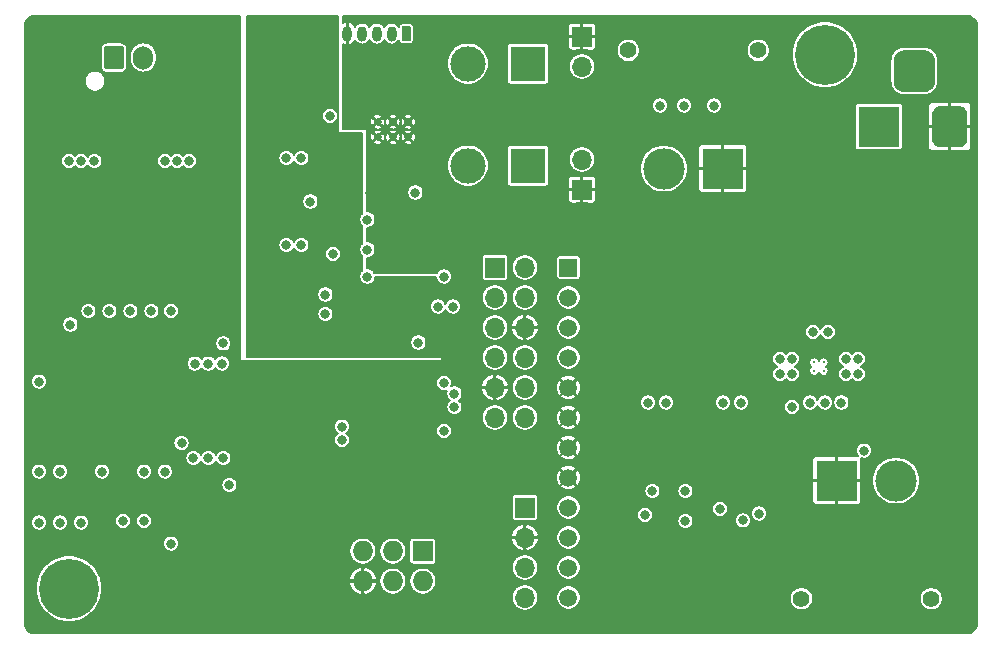
<source format=gbr>
G04 #@! TF.GenerationSoftware,KiCad,Pcbnew,(5.1.5-0-10_14)*
G04 #@! TF.CreationDate,2019-12-31T01:38:16-08:00*
G04 #@! TF.ProjectId,Glue Board,476c7565-2042-46f6-9172-642e6b696361,rev?*
G04 #@! TF.SameCoordinates,Original*
G04 #@! TF.FileFunction,Copper,L2,Inr*
G04 #@! TF.FilePolarity,Positive*
%FSLAX46Y46*%
G04 Gerber Fmt 4.6, Leading zero omitted, Abs format (unit mm)*
G04 Created by KiCad (PCBNEW (5.1.5-0-10_14)) date 2019-12-31 01:38:16*
%MOMM*%
%LPD*%
G04 APERTURE LIST*
%ADD10C,1.508000*%
%ADD11R,1.508000X1.508000*%
%ADD12O,1.727200X1.727200*%
%ADD13R,1.727200X1.727200*%
%ADD14O,1.700000X1.700000*%
%ADD15R,1.700000X1.700000*%
%ADD16C,0.630000*%
%ADD17O,0.800000X1.300000*%
%ADD18C,0.100000*%
%ADD19O,1.700000X2.000000*%
%ADD20C,3.000000*%
%ADD21R,3.000000X3.000000*%
%ADD22C,3.500000*%
%ADD23R,3.500000X3.500000*%
%ADD24C,1.400000*%
%ADD25C,0.300000*%
%ADD26C,5.080000*%
%ADD27C,0.800000*%
%ADD28C,0.812800*%
%ADD29C,0.152400*%
G04 APERTURE END LIST*
D10*
X208924000Y-96012000D03*
X208924000Y-93472000D03*
X208924000Y-90932000D03*
X208924000Y-88392000D03*
X208924000Y-85852000D03*
X208924000Y-83312000D03*
X208924000Y-80772000D03*
X208924000Y-78232000D03*
X208924000Y-75692000D03*
X208924000Y-73152000D03*
X208924000Y-70612000D03*
D11*
X208924000Y-68072000D03*
D12*
X191516000Y-94615000D03*
X191516000Y-92075000D03*
X194056000Y-94615000D03*
X194056000Y-92075000D03*
X196596000Y-94615000D03*
D13*
X196596000Y-92075000D03*
D14*
X205232000Y-96012000D03*
X205232000Y-93472000D03*
X205232000Y-90932000D03*
D15*
X205232000Y-88392000D03*
D16*
X195356000Y-55738000D03*
X195356000Y-57038000D03*
X192756000Y-55738000D03*
X194056000Y-55738000D03*
X194056000Y-57038000D03*
X192756000Y-57038000D03*
D17*
X190199000Y-48260000D03*
X191449000Y-48260000D03*
X192699000Y-48260000D03*
X193949000Y-48260000D03*
G04 #@! TA.AperFunction,ViaPad*
D18*
G36*
X195418603Y-47610963D02*
G01*
X195438018Y-47613843D01*
X195457057Y-47618612D01*
X195475537Y-47625224D01*
X195493279Y-47633616D01*
X195510114Y-47643706D01*
X195525879Y-47655398D01*
X195540421Y-47668579D01*
X195553602Y-47683121D01*
X195565294Y-47698886D01*
X195575384Y-47715721D01*
X195583776Y-47733463D01*
X195590388Y-47751943D01*
X195595157Y-47770982D01*
X195598037Y-47790397D01*
X195599000Y-47810000D01*
X195599000Y-48710000D01*
X195598037Y-48729603D01*
X195595157Y-48749018D01*
X195590388Y-48768057D01*
X195583776Y-48786537D01*
X195575384Y-48804279D01*
X195565294Y-48821114D01*
X195553602Y-48836879D01*
X195540421Y-48851421D01*
X195525879Y-48864602D01*
X195510114Y-48876294D01*
X195493279Y-48886384D01*
X195475537Y-48894776D01*
X195457057Y-48901388D01*
X195438018Y-48906157D01*
X195418603Y-48909037D01*
X195399000Y-48910000D01*
X194999000Y-48910000D01*
X194979397Y-48909037D01*
X194959982Y-48906157D01*
X194940943Y-48901388D01*
X194922463Y-48894776D01*
X194904721Y-48886384D01*
X194887886Y-48876294D01*
X194872121Y-48864602D01*
X194857579Y-48851421D01*
X194844398Y-48836879D01*
X194832706Y-48821114D01*
X194822616Y-48804279D01*
X194814224Y-48786537D01*
X194807612Y-48768057D01*
X194802843Y-48749018D01*
X194799963Y-48729603D01*
X194799000Y-48710000D01*
X194799000Y-47810000D01*
X194799963Y-47790397D01*
X194802843Y-47770982D01*
X194807612Y-47751943D01*
X194814224Y-47733463D01*
X194822616Y-47715721D01*
X194832706Y-47698886D01*
X194844398Y-47683121D01*
X194857579Y-47668579D01*
X194872121Y-47655398D01*
X194887886Y-47643706D01*
X194904721Y-47633616D01*
X194922463Y-47625224D01*
X194940943Y-47618612D01*
X194959982Y-47613843D01*
X194979397Y-47610963D01*
X194999000Y-47610000D01*
X195399000Y-47610000D01*
X195418603Y-47610963D01*
G37*
G04 #@! TD.AperFunction*
D19*
X172934000Y-50292000D03*
G04 #@! TA.AperFunction,ViaPad*
D18*
G36*
X171058504Y-49293204D02*
G01*
X171082773Y-49296804D01*
X171106571Y-49302765D01*
X171129671Y-49311030D01*
X171151849Y-49321520D01*
X171172893Y-49334133D01*
X171192598Y-49348747D01*
X171210777Y-49365223D01*
X171227253Y-49383402D01*
X171241867Y-49403107D01*
X171254480Y-49424151D01*
X171264970Y-49446329D01*
X171273235Y-49469429D01*
X171279196Y-49493227D01*
X171282796Y-49517496D01*
X171284000Y-49542000D01*
X171284000Y-51042000D01*
X171282796Y-51066504D01*
X171279196Y-51090773D01*
X171273235Y-51114571D01*
X171264970Y-51137671D01*
X171254480Y-51159849D01*
X171241867Y-51180893D01*
X171227253Y-51200598D01*
X171210777Y-51218777D01*
X171192598Y-51235253D01*
X171172893Y-51249867D01*
X171151849Y-51262480D01*
X171129671Y-51272970D01*
X171106571Y-51281235D01*
X171082773Y-51287196D01*
X171058504Y-51290796D01*
X171034000Y-51292000D01*
X169834000Y-51292000D01*
X169809496Y-51290796D01*
X169785227Y-51287196D01*
X169761429Y-51281235D01*
X169738329Y-51272970D01*
X169716151Y-51262480D01*
X169695107Y-51249867D01*
X169675402Y-51235253D01*
X169657223Y-51218777D01*
X169640747Y-51200598D01*
X169626133Y-51180893D01*
X169613520Y-51159849D01*
X169603030Y-51137671D01*
X169594765Y-51114571D01*
X169588804Y-51090773D01*
X169585204Y-51066504D01*
X169584000Y-51042000D01*
X169584000Y-49542000D01*
X169585204Y-49517496D01*
X169588804Y-49493227D01*
X169594765Y-49469429D01*
X169603030Y-49446329D01*
X169613520Y-49424151D01*
X169626133Y-49403107D01*
X169640747Y-49383402D01*
X169657223Y-49365223D01*
X169675402Y-49348747D01*
X169695107Y-49334133D01*
X169716151Y-49321520D01*
X169738329Y-49311030D01*
X169761429Y-49302765D01*
X169785227Y-49296804D01*
X169809496Y-49293204D01*
X169834000Y-49292000D01*
X171034000Y-49292000D01*
X171058504Y-49293204D01*
G37*
G04 #@! TD.AperFunction*
D20*
X200406000Y-50800000D03*
D21*
X205486000Y-50800000D03*
D20*
X200406000Y-59436000D03*
D21*
X205486000Y-59436000D03*
D14*
X205232000Y-80772000D03*
X202692000Y-80772000D03*
X205232000Y-78232000D03*
X202692000Y-78232000D03*
X205232000Y-75692000D03*
X202692000Y-75692000D03*
X205232000Y-73152000D03*
X202692000Y-73152000D03*
X205232000Y-70612000D03*
X202692000Y-70612000D03*
X205232000Y-68072000D03*
D15*
X202692000Y-68072000D03*
D14*
X210058000Y-51054000D03*
D15*
X210058000Y-48514000D03*
D14*
X210058000Y-58928000D03*
D15*
X210058000Y-61468000D03*
D22*
X236648000Y-86106000D03*
D23*
X231648000Y-86106000D03*
D24*
X239648000Y-96106000D03*
X228648000Y-96106000D03*
G04 #@! TA.AperFunction,ViaPad*
D18*
G36*
X239164765Y-49688213D02*
G01*
X239249704Y-49700813D01*
X239332999Y-49721677D01*
X239413848Y-49750605D01*
X239491472Y-49787319D01*
X239565124Y-49831464D01*
X239634094Y-49882616D01*
X239697718Y-49940282D01*
X239755384Y-50003906D01*
X239806536Y-50072876D01*
X239850681Y-50146528D01*
X239887395Y-50224152D01*
X239916323Y-50305001D01*
X239937187Y-50388296D01*
X239949787Y-50473235D01*
X239954000Y-50559000D01*
X239954000Y-52309000D01*
X239949787Y-52394765D01*
X239937187Y-52479704D01*
X239916323Y-52562999D01*
X239887395Y-52643848D01*
X239850681Y-52721472D01*
X239806536Y-52795124D01*
X239755384Y-52864094D01*
X239697718Y-52927718D01*
X239634094Y-52985384D01*
X239565124Y-53036536D01*
X239491472Y-53080681D01*
X239413848Y-53117395D01*
X239332999Y-53146323D01*
X239249704Y-53167187D01*
X239164765Y-53179787D01*
X239079000Y-53184000D01*
X237329000Y-53184000D01*
X237243235Y-53179787D01*
X237158296Y-53167187D01*
X237075001Y-53146323D01*
X236994152Y-53117395D01*
X236916528Y-53080681D01*
X236842876Y-53036536D01*
X236773906Y-52985384D01*
X236710282Y-52927718D01*
X236652616Y-52864094D01*
X236601464Y-52795124D01*
X236557319Y-52721472D01*
X236520605Y-52643848D01*
X236491677Y-52562999D01*
X236470813Y-52479704D01*
X236458213Y-52394765D01*
X236454000Y-52309000D01*
X236454000Y-50559000D01*
X236458213Y-50473235D01*
X236470813Y-50388296D01*
X236491677Y-50305001D01*
X236520605Y-50224152D01*
X236557319Y-50146528D01*
X236601464Y-50072876D01*
X236652616Y-50003906D01*
X236710282Y-49940282D01*
X236773906Y-49882616D01*
X236842876Y-49831464D01*
X236916528Y-49787319D01*
X236994152Y-49750605D01*
X237075001Y-49721677D01*
X237158296Y-49700813D01*
X237243235Y-49688213D01*
X237329000Y-49684000D01*
X239079000Y-49684000D01*
X239164765Y-49688213D01*
G37*
G04 #@! TD.AperFunction*
G04 #@! TA.AperFunction,ViaPad*
G36*
X242027513Y-54387611D02*
G01*
X242100318Y-54398411D01*
X242171714Y-54416295D01*
X242241013Y-54441090D01*
X242307548Y-54472559D01*
X242370678Y-54510398D01*
X242429795Y-54554242D01*
X242484330Y-54603670D01*
X242533758Y-54658205D01*
X242577602Y-54717322D01*
X242615441Y-54780452D01*
X242646910Y-54846987D01*
X242671705Y-54916286D01*
X242689589Y-54987682D01*
X242700389Y-55060487D01*
X242704000Y-55134000D01*
X242704000Y-57134000D01*
X242700389Y-57207513D01*
X242689589Y-57280318D01*
X242671705Y-57351714D01*
X242646910Y-57421013D01*
X242615441Y-57487548D01*
X242577602Y-57550678D01*
X242533758Y-57609795D01*
X242484330Y-57664330D01*
X242429795Y-57713758D01*
X242370678Y-57757602D01*
X242307548Y-57795441D01*
X242241013Y-57826910D01*
X242171714Y-57851705D01*
X242100318Y-57869589D01*
X242027513Y-57880389D01*
X241954000Y-57884000D01*
X240454000Y-57884000D01*
X240380487Y-57880389D01*
X240307682Y-57869589D01*
X240236286Y-57851705D01*
X240166987Y-57826910D01*
X240100452Y-57795441D01*
X240037322Y-57757602D01*
X239978205Y-57713758D01*
X239923670Y-57664330D01*
X239874242Y-57609795D01*
X239830398Y-57550678D01*
X239792559Y-57487548D01*
X239761090Y-57421013D01*
X239736295Y-57351714D01*
X239718411Y-57280318D01*
X239707611Y-57207513D01*
X239704000Y-57134000D01*
X239704000Y-55134000D01*
X239707611Y-55060487D01*
X239718411Y-54987682D01*
X239736295Y-54916286D01*
X239761090Y-54846987D01*
X239792559Y-54780452D01*
X239830398Y-54717322D01*
X239874242Y-54658205D01*
X239923670Y-54603670D01*
X239978205Y-54554242D01*
X240037322Y-54510398D01*
X240100452Y-54472559D01*
X240166987Y-54441090D01*
X240236286Y-54416295D01*
X240307682Y-54398411D01*
X240380487Y-54387611D01*
X240454000Y-54384000D01*
X241954000Y-54384000D01*
X242027513Y-54387611D01*
G37*
G04 #@! TD.AperFunction*
D23*
X235204000Y-56134000D03*
D22*
X216996000Y-59690000D03*
D23*
X221996000Y-59690000D03*
D24*
X213996000Y-49690000D03*
X224996000Y-49690000D03*
D25*
X230524000Y-76104000D03*
X230524000Y-76804000D03*
X229724000Y-76804000D03*
X229724000Y-76104000D03*
D26*
X230632000Y-50038000D03*
X166624000Y-95250000D03*
D27*
X189738000Y-81534000D03*
X167640000Y-89662000D03*
X164084000Y-77724000D03*
X164084000Y-85344000D03*
X165862000Y-85344000D03*
X172974000Y-85344000D03*
X175260000Y-91440000D03*
D28*
X184912000Y-76581000D03*
X184912000Y-81788000D03*
X166751000Y-72898000D03*
X168275000Y-71755000D03*
X170053000Y-71755000D03*
X173609000Y-71755000D03*
X171831000Y-71755000D03*
X176784000Y-59055000D03*
X175768000Y-59055000D03*
X174752000Y-59055000D03*
X166624000Y-59055000D03*
X167640000Y-59055000D03*
X168783000Y-59055000D03*
X176784000Y-54864000D03*
X175768000Y-54864000D03*
X174752000Y-54864000D03*
X168783000Y-54864000D03*
X167767000Y-54864000D03*
X166751000Y-54864000D03*
X175260000Y-71755000D03*
X179578000Y-76200000D03*
X199136000Y-71374000D03*
X171196000Y-96012000D03*
X173228000Y-96012000D03*
X175260000Y-96012000D03*
X180213000Y-86487000D03*
X180213000Y-88519000D03*
X165862000Y-89662000D03*
X164084000Y-89662000D03*
X190246000Y-71374000D03*
X189738000Y-86741000D03*
X198374000Y-81915000D03*
X199263000Y-78740000D03*
X199263000Y-79883000D03*
X189738000Y-77851000D03*
X197866000Y-71374000D03*
X191897000Y-74422000D03*
X191897000Y-68834000D03*
X187071000Y-60198000D03*
X195961000Y-61722000D03*
X192151000Y-61722000D03*
X188976000Y-66929000D03*
X191897000Y-64008000D03*
X191897000Y-66548000D03*
X182880000Y-70358000D03*
X185039000Y-66167000D03*
X186309000Y-66167000D03*
X185039000Y-58801000D03*
X186309000Y-58801000D03*
X188722000Y-55245000D03*
X217170000Y-79502000D03*
X215392000Y-93472000D03*
X218948000Y-70612000D03*
X239649000Y-82677000D03*
X232410000Y-75819000D03*
X232410000Y-77089000D03*
X230886000Y-73533000D03*
X229616000Y-73533000D03*
X227838000Y-77089000D03*
X227838000Y-79883000D03*
X229362000Y-79502000D03*
X232029000Y-79502000D03*
X230632000Y-79502000D03*
X221234000Y-49276000D03*
X218694000Y-49276000D03*
X216662000Y-49276000D03*
X228219000Y-78613000D03*
X232410000Y-73533000D03*
X227838000Y-73533000D03*
X225171000Y-67564000D03*
X226314000Y-67564000D03*
X228981000Y-67564000D03*
X231648000Y-67564000D03*
X228600000Y-83820000D03*
X225298000Y-79502000D03*
X218948000Y-79502000D03*
X214757000Y-96012000D03*
X217424000Y-87376000D03*
X225044000Y-87630000D03*
X223139000Y-93091000D03*
X217424000Y-93472000D03*
X188722000Y-50419000D03*
X182626000Y-55245000D03*
X196215000Y-64008000D03*
X196215000Y-66548000D03*
X188976000Y-68453000D03*
X199263000Y-81026000D03*
X233426000Y-77089000D03*
D27*
X233934000Y-83566000D03*
D28*
X176161500Y-82918500D03*
X177165000Y-84201000D03*
X178435000Y-84201000D03*
X179705000Y-84201000D03*
X215646000Y-79502000D03*
X221996000Y-79502000D03*
X223520000Y-79502000D03*
X225044000Y-88900000D03*
X216027000Y-86995000D03*
X188341000Y-70358000D03*
X198374000Y-68834000D03*
X198374000Y-77851000D03*
X196215000Y-74422000D03*
X226822000Y-77089000D03*
X227838000Y-75819000D03*
X233426000Y-75819000D03*
X226822000Y-75819000D03*
X221234000Y-54356000D03*
X218694000Y-54356000D03*
X216662000Y-54356000D03*
X223703000Y-89479000D03*
X218821000Y-89535000D03*
X221742000Y-88519000D03*
X215392000Y-89027000D03*
D27*
X178435000Y-76200000D03*
X177276000Y-76200000D03*
D28*
X188341000Y-72009000D03*
D27*
X172974000Y-89535000D03*
X171196000Y-89535000D03*
X189738000Y-82677000D03*
X169418000Y-85344000D03*
X174752000Y-85344000D03*
D28*
X187071000Y-62484000D03*
D27*
X179705000Y-74501000D03*
D28*
X218821000Y-86995000D03*
D29*
G36*
X189407800Y-56642000D02*
G01*
X189409264Y-56656866D01*
X189413600Y-56671160D01*
X189420642Y-56684334D01*
X189430118Y-56695882D01*
X189441666Y-56705358D01*
X189454840Y-56712400D01*
X189469134Y-56716736D01*
X189484000Y-56718200D01*
X191439800Y-56718200D01*
X191439800Y-63499858D01*
X191366790Y-63572868D01*
X191292088Y-63684668D01*
X191240632Y-63808893D01*
X191214400Y-63940770D01*
X191214400Y-64075230D01*
X191240632Y-64207107D01*
X191292088Y-64331332D01*
X191366790Y-64443132D01*
X191439800Y-64516142D01*
X191439800Y-66039858D01*
X191366790Y-66112868D01*
X191292088Y-66224668D01*
X191240632Y-66348893D01*
X191214400Y-66480770D01*
X191214400Y-66615230D01*
X191240632Y-66747107D01*
X191292088Y-66871332D01*
X191366790Y-66983132D01*
X191439800Y-67056142D01*
X191439800Y-68325858D01*
X191366790Y-68398868D01*
X191292088Y-68510668D01*
X191240632Y-68634893D01*
X191214400Y-68766770D01*
X191214400Y-68901230D01*
X191240632Y-69033107D01*
X191292088Y-69157332D01*
X191366790Y-69269132D01*
X191461868Y-69364210D01*
X191573668Y-69438912D01*
X191697893Y-69490368D01*
X191829770Y-69516600D01*
X191964230Y-69516600D01*
X192096107Y-69490368D01*
X192220332Y-69438912D01*
X192332132Y-69364210D01*
X192427210Y-69269132D01*
X192501912Y-69157332D01*
X192553368Y-69033107D01*
X192577816Y-68910200D01*
X197693184Y-68910200D01*
X197717632Y-69033107D01*
X197769088Y-69157332D01*
X197843790Y-69269132D01*
X197938868Y-69364210D01*
X198050668Y-69438912D01*
X198174893Y-69490368D01*
X198306770Y-69516600D01*
X198441230Y-69516600D01*
X198573107Y-69490368D01*
X198697332Y-69438912D01*
X198809132Y-69364210D01*
X198904210Y-69269132D01*
X198978912Y-69157332D01*
X199030368Y-69033107D01*
X199056600Y-68901230D01*
X199056600Y-68766770D01*
X199030368Y-68634893D01*
X198978912Y-68510668D01*
X198904210Y-68398868D01*
X198809132Y-68303790D01*
X198697332Y-68229088D01*
X198573107Y-68177632D01*
X198441230Y-68151400D01*
X198306770Y-68151400D01*
X198174893Y-68177632D01*
X198050668Y-68229088D01*
X197938868Y-68303790D01*
X197843790Y-68398868D01*
X197773677Y-68503800D01*
X192497323Y-68503800D01*
X192427210Y-68398868D01*
X192332132Y-68303790D01*
X192220332Y-68229088D01*
X192096107Y-68177632D01*
X191964230Y-68151400D01*
X191846200Y-68151400D01*
X191846200Y-67230600D01*
X191964230Y-67230600D01*
X192007465Y-67222000D01*
X201564464Y-67222000D01*
X201564464Y-68922000D01*
X201569797Y-68976145D01*
X201585590Y-69028208D01*
X201611237Y-69076191D01*
X201645752Y-69118248D01*
X201687809Y-69152763D01*
X201735792Y-69178410D01*
X201787855Y-69194203D01*
X201842000Y-69199536D01*
X203542000Y-69199536D01*
X203596145Y-69194203D01*
X203648208Y-69178410D01*
X203696191Y-69152763D01*
X203738248Y-69118248D01*
X203772763Y-69076191D01*
X203798410Y-69028208D01*
X203814203Y-68976145D01*
X203819536Y-68922000D01*
X203819536Y-67961079D01*
X204105800Y-67961079D01*
X204105800Y-68182921D01*
X204149079Y-68400500D01*
X204233975Y-68605456D01*
X204357223Y-68789911D01*
X204514089Y-68946777D01*
X204698544Y-69070025D01*
X204903500Y-69154921D01*
X205121079Y-69198200D01*
X205342921Y-69198200D01*
X205560500Y-69154921D01*
X205765456Y-69070025D01*
X205949911Y-68946777D01*
X206106777Y-68789911D01*
X206230025Y-68605456D01*
X206314921Y-68400500D01*
X206358200Y-68182921D01*
X206358200Y-67961079D01*
X206314921Y-67743500D01*
X206230025Y-67538544D01*
X206106777Y-67354089D01*
X206070688Y-67318000D01*
X207892464Y-67318000D01*
X207892464Y-68826000D01*
X207897797Y-68880145D01*
X207913590Y-68932208D01*
X207939237Y-68980191D01*
X207973752Y-69022248D01*
X208015809Y-69056763D01*
X208063792Y-69082410D01*
X208115855Y-69098203D01*
X208170000Y-69103536D01*
X209678000Y-69103536D01*
X209732145Y-69098203D01*
X209784208Y-69082410D01*
X209832191Y-69056763D01*
X209874248Y-69022248D01*
X209908763Y-68980191D01*
X209934410Y-68932208D01*
X209950203Y-68880145D01*
X209955536Y-68826000D01*
X209955536Y-67318000D01*
X209950203Y-67263855D01*
X209934410Y-67211792D01*
X209908763Y-67163809D01*
X209874248Y-67121752D01*
X209832191Y-67087237D01*
X209784208Y-67061590D01*
X209732145Y-67045797D01*
X209678000Y-67040464D01*
X208170000Y-67040464D01*
X208115855Y-67045797D01*
X208063792Y-67061590D01*
X208015809Y-67087237D01*
X207973752Y-67121752D01*
X207939237Y-67163809D01*
X207913590Y-67211792D01*
X207897797Y-67263855D01*
X207892464Y-67318000D01*
X206070688Y-67318000D01*
X205949911Y-67197223D01*
X205765456Y-67073975D01*
X205560500Y-66989079D01*
X205342921Y-66945800D01*
X205121079Y-66945800D01*
X204903500Y-66989079D01*
X204698544Y-67073975D01*
X204514089Y-67197223D01*
X204357223Y-67354089D01*
X204233975Y-67538544D01*
X204149079Y-67743500D01*
X204105800Y-67961079D01*
X203819536Y-67961079D01*
X203819536Y-67222000D01*
X203814203Y-67167855D01*
X203798410Y-67115792D01*
X203772763Y-67067809D01*
X203738248Y-67025752D01*
X203696191Y-66991237D01*
X203648208Y-66965590D01*
X203596145Y-66949797D01*
X203542000Y-66944464D01*
X201842000Y-66944464D01*
X201787855Y-66949797D01*
X201735792Y-66965590D01*
X201687809Y-66991237D01*
X201645752Y-67025752D01*
X201611237Y-67067809D01*
X201585590Y-67115792D01*
X201569797Y-67167855D01*
X201564464Y-67222000D01*
X192007465Y-67222000D01*
X192096107Y-67204368D01*
X192220332Y-67152912D01*
X192332132Y-67078210D01*
X192427210Y-66983132D01*
X192501912Y-66871332D01*
X192553368Y-66747107D01*
X192579600Y-66615230D01*
X192579600Y-66480770D01*
X192553368Y-66348893D01*
X192501912Y-66224668D01*
X192427210Y-66112868D01*
X192332132Y-66017790D01*
X192220332Y-65943088D01*
X192096107Y-65891632D01*
X191964230Y-65865400D01*
X191846200Y-65865400D01*
X191846200Y-64690600D01*
X191964230Y-64690600D01*
X192096107Y-64664368D01*
X192220332Y-64612912D01*
X192332132Y-64538210D01*
X192427210Y-64443132D01*
X192501912Y-64331332D01*
X192553368Y-64207107D01*
X192579600Y-64075230D01*
X192579600Y-63940770D01*
X192553368Y-63808893D01*
X192501912Y-63684668D01*
X192427210Y-63572868D01*
X192332132Y-63477790D01*
X192220332Y-63403088D01*
X192096107Y-63351632D01*
X191964230Y-63325400D01*
X191846200Y-63325400D01*
X191846200Y-61654770D01*
X195278400Y-61654770D01*
X195278400Y-61789230D01*
X195304632Y-61921107D01*
X195356088Y-62045332D01*
X195430790Y-62157132D01*
X195525868Y-62252210D01*
X195637668Y-62326912D01*
X195761893Y-62378368D01*
X195893770Y-62404600D01*
X196028230Y-62404600D01*
X196160107Y-62378368D01*
X196284332Y-62326912D01*
X196297669Y-62318000D01*
X208876202Y-62318000D01*
X208882577Y-62382731D01*
X208901459Y-62444974D01*
X208932120Y-62502337D01*
X208973383Y-62552617D01*
X209023663Y-62593880D01*
X209081026Y-62624541D01*
X209143269Y-62643423D01*
X209208000Y-62649798D01*
X209924650Y-62648200D01*
X210007200Y-62565650D01*
X210007200Y-61518800D01*
X210108800Y-61518800D01*
X210108800Y-62565650D01*
X210191350Y-62648200D01*
X210908000Y-62649798D01*
X210972731Y-62643423D01*
X211034974Y-62624541D01*
X211092337Y-62593880D01*
X211142617Y-62552617D01*
X211183880Y-62502337D01*
X211214541Y-62444974D01*
X211233423Y-62382731D01*
X211239798Y-62318000D01*
X211238200Y-61601350D01*
X211155650Y-61518800D01*
X210108800Y-61518800D01*
X210007200Y-61518800D01*
X208960350Y-61518800D01*
X208877800Y-61601350D01*
X208876202Y-62318000D01*
X196297669Y-62318000D01*
X196396132Y-62252210D01*
X196491210Y-62157132D01*
X196565912Y-62045332D01*
X196617368Y-61921107D01*
X196643600Y-61789230D01*
X196643600Y-61654770D01*
X196617368Y-61522893D01*
X196565912Y-61398668D01*
X196491210Y-61286868D01*
X196396132Y-61191790D01*
X196284332Y-61117088D01*
X196160107Y-61065632D01*
X196028230Y-61039400D01*
X195893770Y-61039400D01*
X195761893Y-61065632D01*
X195637668Y-61117088D01*
X195525868Y-61191790D01*
X195430790Y-61286868D01*
X195356088Y-61398668D01*
X195304632Y-61522893D01*
X195278400Y-61654770D01*
X191846200Y-61654770D01*
X191846200Y-59261060D01*
X198629800Y-59261060D01*
X198629800Y-59610940D01*
X198698059Y-59954098D01*
X198831952Y-60277346D01*
X199026336Y-60568261D01*
X199273739Y-60815664D01*
X199564654Y-61010048D01*
X199887902Y-61143941D01*
X200231060Y-61212200D01*
X200580940Y-61212200D01*
X200924098Y-61143941D01*
X201247346Y-61010048D01*
X201538261Y-60815664D01*
X201785664Y-60568261D01*
X201980048Y-60277346D01*
X202113941Y-59954098D01*
X202182200Y-59610940D01*
X202182200Y-59261060D01*
X202113941Y-58917902D01*
X201980048Y-58594654D01*
X201785664Y-58303739D01*
X201538261Y-58056336D01*
X201358167Y-57936000D01*
X203708464Y-57936000D01*
X203708464Y-60936000D01*
X203713797Y-60990145D01*
X203729590Y-61042208D01*
X203755237Y-61090191D01*
X203789752Y-61132248D01*
X203831809Y-61166763D01*
X203879792Y-61192410D01*
X203931855Y-61208203D01*
X203986000Y-61213536D01*
X206986000Y-61213536D01*
X207040145Y-61208203D01*
X207092208Y-61192410D01*
X207140191Y-61166763D01*
X207182248Y-61132248D01*
X207216763Y-61090191D01*
X207242410Y-61042208D01*
X207258203Y-60990145D01*
X207263536Y-60936000D01*
X207263536Y-60618000D01*
X208876202Y-60618000D01*
X208877800Y-61334650D01*
X208960350Y-61417200D01*
X210007200Y-61417200D01*
X210007200Y-60370350D01*
X210108800Y-60370350D01*
X210108800Y-61417200D01*
X211155650Y-61417200D01*
X211238200Y-61334650D01*
X211239798Y-60618000D01*
X211233423Y-60553269D01*
X211214541Y-60491026D01*
X211183880Y-60433663D01*
X211142617Y-60383383D01*
X211092337Y-60342120D01*
X211034974Y-60311459D01*
X210972731Y-60292577D01*
X210908000Y-60286202D01*
X210191350Y-60287800D01*
X210108800Y-60370350D01*
X210007200Y-60370350D01*
X209924650Y-60287800D01*
X209208000Y-60286202D01*
X209143269Y-60292577D01*
X209081026Y-60311459D01*
X209023663Y-60342120D01*
X208973383Y-60383383D01*
X208932120Y-60433663D01*
X208901459Y-60491026D01*
X208882577Y-60553269D01*
X208876202Y-60618000D01*
X207263536Y-60618000D01*
X207263536Y-58817079D01*
X208931800Y-58817079D01*
X208931800Y-59038921D01*
X208975079Y-59256500D01*
X209059975Y-59461456D01*
X209183223Y-59645911D01*
X209340089Y-59802777D01*
X209524544Y-59926025D01*
X209729500Y-60010921D01*
X209947079Y-60054200D01*
X210168921Y-60054200D01*
X210386500Y-60010921D01*
X210591456Y-59926025D01*
X210775911Y-59802777D01*
X210932777Y-59645911D01*
X211036660Y-59490437D01*
X214969800Y-59490437D01*
X214969800Y-59889563D01*
X215047666Y-60281021D01*
X215200405Y-60649766D01*
X215422148Y-60981627D01*
X215704373Y-61263852D01*
X216036234Y-61485595D01*
X216404979Y-61638334D01*
X216796437Y-61716200D01*
X217195563Y-61716200D01*
X217587021Y-61638334D01*
X217955766Y-61485595D01*
X218024003Y-61440000D01*
X219914202Y-61440000D01*
X219920577Y-61504731D01*
X219939459Y-61566974D01*
X219970120Y-61624337D01*
X220011383Y-61674617D01*
X220061663Y-61715880D01*
X220119026Y-61746541D01*
X220181269Y-61765423D01*
X220246000Y-61771798D01*
X221862650Y-61770200D01*
X221945200Y-61687650D01*
X221945200Y-59740800D01*
X222046800Y-59740800D01*
X222046800Y-61687650D01*
X222129350Y-61770200D01*
X223746000Y-61771798D01*
X223810731Y-61765423D01*
X223872974Y-61746541D01*
X223930337Y-61715880D01*
X223980617Y-61674617D01*
X224021880Y-61624337D01*
X224052541Y-61566974D01*
X224071423Y-61504731D01*
X224077798Y-61440000D01*
X224076200Y-59823350D01*
X223993650Y-59740800D01*
X222046800Y-59740800D01*
X221945200Y-59740800D01*
X219998350Y-59740800D01*
X219915800Y-59823350D01*
X219914202Y-61440000D01*
X218024003Y-61440000D01*
X218287627Y-61263852D01*
X218569852Y-60981627D01*
X218791595Y-60649766D01*
X218944334Y-60281021D01*
X219022200Y-59889563D01*
X219022200Y-59490437D01*
X218944334Y-59098979D01*
X218791595Y-58730234D01*
X218569852Y-58398373D01*
X218287627Y-58116148D01*
X218024004Y-57940000D01*
X219914202Y-57940000D01*
X219915800Y-59556650D01*
X219998350Y-59639200D01*
X221945200Y-59639200D01*
X221945200Y-57692350D01*
X222046800Y-57692350D01*
X222046800Y-59639200D01*
X223993650Y-59639200D01*
X224076200Y-59556650D01*
X224077798Y-57940000D01*
X224071423Y-57875269D01*
X224052541Y-57813026D01*
X224021880Y-57755663D01*
X223980617Y-57705383D01*
X223930337Y-57664120D01*
X223872974Y-57633459D01*
X223810731Y-57614577D01*
X223746000Y-57608202D01*
X222129350Y-57609800D01*
X222046800Y-57692350D01*
X221945200Y-57692350D01*
X221862650Y-57609800D01*
X220246000Y-57608202D01*
X220181269Y-57614577D01*
X220119026Y-57633459D01*
X220061663Y-57664120D01*
X220011383Y-57705383D01*
X219970120Y-57755663D01*
X219939459Y-57813026D01*
X219920577Y-57875269D01*
X219914202Y-57940000D01*
X218024004Y-57940000D01*
X217955766Y-57894405D01*
X217587021Y-57741666D01*
X217195563Y-57663800D01*
X216796437Y-57663800D01*
X216404979Y-57741666D01*
X216036234Y-57894405D01*
X215704373Y-58116148D01*
X215422148Y-58398373D01*
X215200405Y-58730234D01*
X215047666Y-59098979D01*
X214969800Y-59490437D01*
X211036660Y-59490437D01*
X211056025Y-59461456D01*
X211140921Y-59256500D01*
X211184200Y-59038921D01*
X211184200Y-58817079D01*
X211140921Y-58599500D01*
X211056025Y-58394544D01*
X210932777Y-58210089D01*
X210775911Y-58053223D01*
X210591456Y-57929975D01*
X210386500Y-57845079D01*
X210168921Y-57801800D01*
X209947079Y-57801800D01*
X209729500Y-57845079D01*
X209524544Y-57929975D01*
X209340089Y-58053223D01*
X209183223Y-58210089D01*
X209059975Y-58394544D01*
X208975079Y-58599500D01*
X208931800Y-58817079D01*
X207263536Y-58817079D01*
X207263536Y-57936000D01*
X207258203Y-57881855D01*
X207242410Y-57829792D01*
X207216763Y-57781809D01*
X207182248Y-57739752D01*
X207140191Y-57705237D01*
X207092208Y-57679590D01*
X207040145Y-57663797D01*
X206986000Y-57658464D01*
X203986000Y-57658464D01*
X203931855Y-57663797D01*
X203879792Y-57679590D01*
X203831809Y-57705237D01*
X203789752Y-57739752D01*
X203755237Y-57781809D01*
X203729590Y-57829792D01*
X203713797Y-57881855D01*
X203708464Y-57936000D01*
X201358167Y-57936000D01*
X201247346Y-57861952D01*
X200924098Y-57728059D01*
X200580940Y-57659800D01*
X200231060Y-57659800D01*
X199887902Y-57728059D01*
X199564654Y-57861952D01*
X199273739Y-58056336D01*
X199026336Y-58303739D01*
X198831952Y-58594654D01*
X198698059Y-58917902D01*
X198629800Y-59261060D01*
X191846200Y-59261060D01*
X191846200Y-57472367D01*
X192393476Y-57472367D01*
X192417195Y-57590751D01*
X192531542Y-57646228D01*
X192654514Y-57678331D01*
X192781386Y-57685826D01*
X192907283Y-57668427D01*
X193027366Y-57626799D01*
X193094805Y-57590751D01*
X193118524Y-57472367D01*
X193693476Y-57472367D01*
X193717195Y-57590751D01*
X193831542Y-57646228D01*
X193954514Y-57678331D01*
X194081386Y-57685826D01*
X194207283Y-57668427D01*
X194327366Y-57626799D01*
X194394805Y-57590751D01*
X194418524Y-57472367D01*
X194993476Y-57472367D01*
X195017195Y-57590751D01*
X195131542Y-57646228D01*
X195254514Y-57678331D01*
X195381386Y-57685826D01*
X195507283Y-57668427D01*
X195627366Y-57626799D01*
X195694805Y-57590751D01*
X195718524Y-57472367D01*
X195356000Y-57109842D01*
X194993476Y-57472367D01*
X194418524Y-57472367D01*
X194056000Y-57109842D01*
X193693476Y-57472367D01*
X193118524Y-57472367D01*
X192756000Y-57109842D01*
X192393476Y-57472367D01*
X191846200Y-57472367D01*
X191846200Y-57063386D01*
X192108174Y-57063386D01*
X192125573Y-57189283D01*
X192167201Y-57309366D01*
X192203249Y-57376805D01*
X192321633Y-57400524D01*
X192684158Y-57038000D01*
X192827842Y-57038000D01*
X193190367Y-57400524D01*
X193308751Y-57376805D01*
X193364228Y-57262458D01*
X193396331Y-57139486D01*
X193400826Y-57063386D01*
X193408174Y-57063386D01*
X193425573Y-57189283D01*
X193467201Y-57309366D01*
X193503249Y-57376805D01*
X193621633Y-57400524D01*
X193984158Y-57038000D01*
X194127842Y-57038000D01*
X194490367Y-57400524D01*
X194608751Y-57376805D01*
X194664228Y-57262458D01*
X194696331Y-57139486D01*
X194700826Y-57063386D01*
X194708174Y-57063386D01*
X194725573Y-57189283D01*
X194767201Y-57309366D01*
X194803249Y-57376805D01*
X194921633Y-57400524D01*
X195284158Y-57038000D01*
X195427842Y-57038000D01*
X195790367Y-57400524D01*
X195908751Y-57376805D01*
X195964228Y-57262458D01*
X195996331Y-57139486D01*
X196003826Y-57012614D01*
X195986427Y-56886717D01*
X195944799Y-56766634D01*
X195908751Y-56699195D01*
X195790367Y-56675476D01*
X195427842Y-57038000D01*
X195284158Y-57038000D01*
X194921633Y-56675476D01*
X194803249Y-56699195D01*
X194747772Y-56813542D01*
X194715669Y-56936514D01*
X194708174Y-57063386D01*
X194700826Y-57063386D01*
X194703826Y-57012614D01*
X194686427Y-56886717D01*
X194644799Y-56766634D01*
X194608751Y-56699195D01*
X194490367Y-56675476D01*
X194127842Y-57038000D01*
X193984158Y-57038000D01*
X193621633Y-56675476D01*
X193503249Y-56699195D01*
X193447772Y-56813542D01*
X193415669Y-56936514D01*
X193408174Y-57063386D01*
X193400826Y-57063386D01*
X193403826Y-57012614D01*
X193386427Y-56886717D01*
X193344799Y-56766634D01*
X193308751Y-56699195D01*
X193190367Y-56675476D01*
X192827842Y-57038000D01*
X192684158Y-57038000D01*
X192321633Y-56675476D01*
X192203249Y-56699195D01*
X192147772Y-56813542D01*
X192115669Y-56936514D01*
X192108174Y-57063386D01*
X191846200Y-57063386D01*
X191846200Y-56603633D01*
X192393476Y-56603633D01*
X192756000Y-56966158D01*
X193118524Y-56603633D01*
X193693476Y-56603633D01*
X194056000Y-56966158D01*
X194418524Y-56603633D01*
X194993476Y-56603633D01*
X195356000Y-56966158D01*
X195718524Y-56603633D01*
X195694805Y-56485249D01*
X195580458Y-56429772D01*
X195457486Y-56397669D01*
X195330614Y-56390174D01*
X195204717Y-56407573D01*
X195084634Y-56449201D01*
X195017195Y-56485249D01*
X194993476Y-56603633D01*
X194418524Y-56603633D01*
X194394805Y-56485249D01*
X194280458Y-56429772D01*
X194157486Y-56397669D01*
X194030614Y-56390174D01*
X193904717Y-56407573D01*
X193784634Y-56449201D01*
X193717195Y-56485249D01*
X193693476Y-56603633D01*
X193118524Y-56603633D01*
X193094805Y-56485249D01*
X192980458Y-56429772D01*
X192857486Y-56397669D01*
X192730614Y-56390174D01*
X192604717Y-56407573D01*
X192484634Y-56449201D01*
X192417195Y-56485249D01*
X192393476Y-56603633D01*
X191846200Y-56603633D01*
X191846200Y-56388000D01*
X191844736Y-56373134D01*
X191840400Y-56358840D01*
X191833358Y-56345666D01*
X191823882Y-56334118D01*
X191812334Y-56324642D01*
X191799160Y-56317600D01*
X191784866Y-56313264D01*
X191770000Y-56311800D01*
X189814200Y-56311800D01*
X189814200Y-56172367D01*
X192393476Y-56172367D01*
X192417195Y-56290751D01*
X192531542Y-56346228D01*
X192654514Y-56378331D01*
X192781386Y-56385826D01*
X192907283Y-56368427D01*
X193027366Y-56326799D01*
X193094805Y-56290751D01*
X193118524Y-56172367D01*
X193693476Y-56172367D01*
X193717195Y-56290751D01*
X193831542Y-56346228D01*
X193954514Y-56378331D01*
X194081386Y-56385826D01*
X194207283Y-56368427D01*
X194327366Y-56326799D01*
X194394805Y-56290751D01*
X194418524Y-56172367D01*
X194993476Y-56172367D01*
X195017195Y-56290751D01*
X195131542Y-56346228D01*
X195254514Y-56378331D01*
X195381386Y-56385826D01*
X195507283Y-56368427D01*
X195627366Y-56326799D01*
X195694805Y-56290751D01*
X195718524Y-56172367D01*
X195356000Y-55809842D01*
X194993476Y-56172367D01*
X194418524Y-56172367D01*
X194056000Y-55809842D01*
X193693476Y-56172367D01*
X193118524Y-56172367D01*
X192756000Y-55809842D01*
X192393476Y-56172367D01*
X189814200Y-56172367D01*
X189814200Y-55763386D01*
X192108174Y-55763386D01*
X192125573Y-55889283D01*
X192167201Y-56009366D01*
X192203249Y-56076805D01*
X192321633Y-56100524D01*
X192684158Y-55738000D01*
X192827842Y-55738000D01*
X193190367Y-56100524D01*
X193308751Y-56076805D01*
X193364228Y-55962458D01*
X193396331Y-55839486D01*
X193400826Y-55763386D01*
X193408174Y-55763386D01*
X193425573Y-55889283D01*
X193467201Y-56009366D01*
X193503249Y-56076805D01*
X193621633Y-56100524D01*
X193984158Y-55738000D01*
X194127842Y-55738000D01*
X194490367Y-56100524D01*
X194608751Y-56076805D01*
X194664228Y-55962458D01*
X194696331Y-55839486D01*
X194700826Y-55763386D01*
X194708174Y-55763386D01*
X194725573Y-55889283D01*
X194767201Y-56009366D01*
X194803249Y-56076805D01*
X194921633Y-56100524D01*
X195284158Y-55738000D01*
X195427842Y-55738000D01*
X195790367Y-56100524D01*
X195908751Y-56076805D01*
X195964228Y-55962458D01*
X195996331Y-55839486D01*
X196003826Y-55712614D01*
X195986427Y-55586717D01*
X195944799Y-55466634D01*
X195908751Y-55399195D01*
X195790367Y-55375476D01*
X195427842Y-55738000D01*
X195284158Y-55738000D01*
X194921633Y-55375476D01*
X194803249Y-55399195D01*
X194747772Y-55513542D01*
X194715669Y-55636514D01*
X194708174Y-55763386D01*
X194700826Y-55763386D01*
X194703826Y-55712614D01*
X194686427Y-55586717D01*
X194644799Y-55466634D01*
X194608751Y-55399195D01*
X194490367Y-55375476D01*
X194127842Y-55738000D01*
X193984158Y-55738000D01*
X193621633Y-55375476D01*
X193503249Y-55399195D01*
X193447772Y-55513542D01*
X193415669Y-55636514D01*
X193408174Y-55763386D01*
X193400826Y-55763386D01*
X193403826Y-55712614D01*
X193386427Y-55586717D01*
X193344799Y-55466634D01*
X193308751Y-55399195D01*
X193190367Y-55375476D01*
X192827842Y-55738000D01*
X192684158Y-55738000D01*
X192321633Y-55375476D01*
X192203249Y-55399195D01*
X192147772Y-55513542D01*
X192115669Y-55636514D01*
X192108174Y-55763386D01*
X189814200Y-55763386D01*
X189814200Y-55303633D01*
X192393476Y-55303633D01*
X192756000Y-55666158D01*
X193118524Y-55303633D01*
X193693476Y-55303633D01*
X194056000Y-55666158D01*
X194418524Y-55303633D01*
X194993476Y-55303633D01*
X195356000Y-55666158D01*
X195718524Y-55303633D01*
X195694805Y-55185249D01*
X195580458Y-55129772D01*
X195457486Y-55097669D01*
X195330614Y-55090174D01*
X195204717Y-55107573D01*
X195084634Y-55149201D01*
X195017195Y-55185249D01*
X194993476Y-55303633D01*
X194418524Y-55303633D01*
X194394805Y-55185249D01*
X194280458Y-55129772D01*
X194157486Y-55097669D01*
X194030614Y-55090174D01*
X193904717Y-55107573D01*
X193784634Y-55149201D01*
X193717195Y-55185249D01*
X193693476Y-55303633D01*
X193118524Y-55303633D01*
X193094805Y-55185249D01*
X192980458Y-55129772D01*
X192857486Y-55097669D01*
X192730614Y-55090174D01*
X192604717Y-55107573D01*
X192484634Y-55149201D01*
X192417195Y-55185249D01*
X192393476Y-55303633D01*
X189814200Y-55303633D01*
X189814200Y-54288770D01*
X215979400Y-54288770D01*
X215979400Y-54423230D01*
X216005632Y-54555107D01*
X216057088Y-54679332D01*
X216131790Y-54791132D01*
X216226868Y-54886210D01*
X216338668Y-54960912D01*
X216462893Y-55012368D01*
X216594770Y-55038600D01*
X216729230Y-55038600D01*
X216861107Y-55012368D01*
X216985332Y-54960912D01*
X217097132Y-54886210D01*
X217192210Y-54791132D01*
X217266912Y-54679332D01*
X217318368Y-54555107D01*
X217344600Y-54423230D01*
X217344600Y-54288770D01*
X218011400Y-54288770D01*
X218011400Y-54423230D01*
X218037632Y-54555107D01*
X218089088Y-54679332D01*
X218163790Y-54791132D01*
X218258868Y-54886210D01*
X218370668Y-54960912D01*
X218494893Y-55012368D01*
X218626770Y-55038600D01*
X218761230Y-55038600D01*
X218893107Y-55012368D01*
X219017332Y-54960912D01*
X219129132Y-54886210D01*
X219224210Y-54791132D01*
X219298912Y-54679332D01*
X219350368Y-54555107D01*
X219376600Y-54423230D01*
X219376600Y-54288770D01*
X220551400Y-54288770D01*
X220551400Y-54423230D01*
X220577632Y-54555107D01*
X220629088Y-54679332D01*
X220703790Y-54791132D01*
X220798868Y-54886210D01*
X220910668Y-54960912D01*
X221034893Y-55012368D01*
X221166770Y-55038600D01*
X221301230Y-55038600D01*
X221433107Y-55012368D01*
X221557332Y-54960912D01*
X221669132Y-54886210D01*
X221764210Y-54791132D01*
X221838912Y-54679332D01*
X221890368Y-54555107D01*
X221916600Y-54423230D01*
X221916600Y-54384000D01*
X233176464Y-54384000D01*
X233176464Y-57884000D01*
X233181797Y-57938145D01*
X233197590Y-57990208D01*
X233223237Y-58038191D01*
X233257752Y-58080248D01*
X233299809Y-58114763D01*
X233347792Y-58140410D01*
X233399855Y-58156203D01*
X233454000Y-58161536D01*
X236954000Y-58161536D01*
X237008145Y-58156203D01*
X237060208Y-58140410D01*
X237108191Y-58114763D01*
X237150248Y-58080248D01*
X237184763Y-58038191D01*
X237210410Y-57990208D01*
X237226203Y-57938145D01*
X237231536Y-57884000D01*
X239372202Y-57884000D01*
X239378577Y-57948731D01*
X239397459Y-58010974D01*
X239428120Y-58068337D01*
X239469383Y-58118617D01*
X239519663Y-58159880D01*
X239577026Y-58190541D01*
X239639269Y-58209423D01*
X239704000Y-58215798D01*
X241070650Y-58214200D01*
X241153200Y-58131650D01*
X241153200Y-56184800D01*
X241254800Y-56184800D01*
X241254800Y-58131650D01*
X241337350Y-58214200D01*
X242704000Y-58215798D01*
X242768731Y-58209423D01*
X242830974Y-58190541D01*
X242888337Y-58159880D01*
X242938617Y-58118617D01*
X242979880Y-58068337D01*
X243010541Y-58010974D01*
X243029423Y-57948731D01*
X243035798Y-57884000D01*
X243034200Y-56267350D01*
X242951650Y-56184800D01*
X241254800Y-56184800D01*
X241153200Y-56184800D01*
X239456350Y-56184800D01*
X239373800Y-56267350D01*
X239372202Y-57884000D01*
X237231536Y-57884000D01*
X237231536Y-54384000D01*
X239372202Y-54384000D01*
X239373800Y-56000650D01*
X239456350Y-56083200D01*
X241153200Y-56083200D01*
X241153200Y-54136350D01*
X241254800Y-54136350D01*
X241254800Y-56083200D01*
X242951650Y-56083200D01*
X243034200Y-56000650D01*
X243035798Y-54384000D01*
X243029423Y-54319269D01*
X243010541Y-54257026D01*
X242979880Y-54199663D01*
X242938617Y-54149383D01*
X242888337Y-54108120D01*
X242830974Y-54077459D01*
X242768731Y-54058577D01*
X242704000Y-54052202D01*
X241337350Y-54053800D01*
X241254800Y-54136350D01*
X241153200Y-54136350D01*
X241070650Y-54053800D01*
X239704000Y-54052202D01*
X239639269Y-54058577D01*
X239577026Y-54077459D01*
X239519663Y-54108120D01*
X239469383Y-54149383D01*
X239428120Y-54199663D01*
X239397459Y-54257026D01*
X239378577Y-54319269D01*
X239372202Y-54384000D01*
X237231536Y-54384000D01*
X237226203Y-54329855D01*
X237210410Y-54277792D01*
X237184763Y-54229809D01*
X237150248Y-54187752D01*
X237108191Y-54153237D01*
X237060208Y-54127590D01*
X237008145Y-54111797D01*
X236954000Y-54106464D01*
X233454000Y-54106464D01*
X233399855Y-54111797D01*
X233347792Y-54127590D01*
X233299809Y-54153237D01*
X233257752Y-54187752D01*
X233223237Y-54229809D01*
X233197590Y-54277792D01*
X233181797Y-54329855D01*
X233176464Y-54384000D01*
X221916600Y-54384000D01*
X221916600Y-54288770D01*
X221890368Y-54156893D01*
X221838912Y-54032668D01*
X221764210Y-53920868D01*
X221669132Y-53825790D01*
X221557332Y-53751088D01*
X221433107Y-53699632D01*
X221301230Y-53673400D01*
X221166770Y-53673400D01*
X221034893Y-53699632D01*
X220910668Y-53751088D01*
X220798868Y-53825790D01*
X220703790Y-53920868D01*
X220629088Y-54032668D01*
X220577632Y-54156893D01*
X220551400Y-54288770D01*
X219376600Y-54288770D01*
X219350368Y-54156893D01*
X219298912Y-54032668D01*
X219224210Y-53920868D01*
X219129132Y-53825790D01*
X219017332Y-53751088D01*
X218893107Y-53699632D01*
X218761230Y-53673400D01*
X218626770Y-53673400D01*
X218494893Y-53699632D01*
X218370668Y-53751088D01*
X218258868Y-53825790D01*
X218163790Y-53920868D01*
X218089088Y-54032668D01*
X218037632Y-54156893D01*
X218011400Y-54288770D01*
X217344600Y-54288770D01*
X217318368Y-54156893D01*
X217266912Y-54032668D01*
X217192210Y-53920868D01*
X217097132Y-53825790D01*
X216985332Y-53751088D01*
X216861107Y-53699632D01*
X216729230Y-53673400D01*
X216594770Y-53673400D01*
X216462893Y-53699632D01*
X216338668Y-53751088D01*
X216226868Y-53825790D01*
X216131790Y-53920868D01*
X216057088Y-54032668D01*
X216005632Y-54156893D01*
X215979400Y-54288770D01*
X189814200Y-54288770D01*
X189814200Y-50625060D01*
X198629800Y-50625060D01*
X198629800Y-50974940D01*
X198698059Y-51318098D01*
X198831952Y-51641346D01*
X199026336Y-51932261D01*
X199273739Y-52179664D01*
X199564654Y-52374048D01*
X199887902Y-52507941D01*
X200231060Y-52576200D01*
X200580940Y-52576200D01*
X200924098Y-52507941D01*
X201247346Y-52374048D01*
X201538261Y-52179664D01*
X201785664Y-51932261D01*
X201980048Y-51641346D01*
X202113941Y-51318098D01*
X202182200Y-50974940D01*
X202182200Y-50625060D01*
X202113941Y-50281902D01*
X201980048Y-49958654D01*
X201785664Y-49667739D01*
X201538261Y-49420336D01*
X201358167Y-49300000D01*
X203708464Y-49300000D01*
X203708464Y-52300000D01*
X203713797Y-52354145D01*
X203729590Y-52406208D01*
X203755237Y-52454191D01*
X203789752Y-52496248D01*
X203831809Y-52530763D01*
X203879792Y-52556410D01*
X203931855Y-52572203D01*
X203986000Y-52577536D01*
X206986000Y-52577536D01*
X207040145Y-52572203D01*
X207092208Y-52556410D01*
X207140191Y-52530763D01*
X207182248Y-52496248D01*
X207216763Y-52454191D01*
X207242410Y-52406208D01*
X207258203Y-52354145D01*
X207263536Y-52300000D01*
X207263536Y-50943079D01*
X208931800Y-50943079D01*
X208931800Y-51164921D01*
X208975079Y-51382500D01*
X209059975Y-51587456D01*
X209183223Y-51771911D01*
X209340089Y-51928777D01*
X209524544Y-52052025D01*
X209729500Y-52136921D01*
X209947079Y-52180200D01*
X210168921Y-52180200D01*
X210386500Y-52136921D01*
X210591456Y-52052025D01*
X210775911Y-51928777D01*
X210932777Y-51771911D01*
X211056025Y-51587456D01*
X211140921Y-51382500D01*
X211184200Y-51164921D01*
X211184200Y-50943079D01*
X211140921Y-50725500D01*
X211056025Y-50520544D01*
X210932777Y-50336089D01*
X210775911Y-50179223D01*
X210591456Y-50055975D01*
X210386500Y-49971079D01*
X210168921Y-49927800D01*
X209947079Y-49927800D01*
X209729500Y-49971079D01*
X209524544Y-50055975D01*
X209340089Y-50179223D01*
X209183223Y-50336089D01*
X209059975Y-50520544D01*
X208975079Y-50725500D01*
X208931800Y-50943079D01*
X207263536Y-50943079D01*
X207263536Y-49364000D01*
X208876202Y-49364000D01*
X208882577Y-49428731D01*
X208901459Y-49490974D01*
X208932120Y-49548337D01*
X208973383Y-49598617D01*
X209023663Y-49639880D01*
X209081026Y-49670541D01*
X209143269Y-49689423D01*
X209208000Y-49695798D01*
X209924650Y-49694200D01*
X210007200Y-49611650D01*
X210007200Y-48564800D01*
X210108800Y-48564800D01*
X210108800Y-49611650D01*
X210191350Y-49694200D01*
X210908000Y-49695798D01*
X210972731Y-49689423D01*
X211034974Y-49670541D01*
X211092337Y-49639880D01*
X211142617Y-49598617D01*
X211146526Y-49593853D01*
X213019800Y-49593853D01*
X213019800Y-49786147D01*
X213057315Y-49974747D01*
X213130903Y-50152404D01*
X213237736Y-50312291D01*
X213373709Y-50448264D01*
X213533596Y-50555097D01*
X213711253Y-50628685D01*
X213899853Y-50666200D01*
X214092147Y-50666200D01*
X214280747Y-50628685D01*
X214458404Y-50555097D01*
X214618291Y-50448264D01*
X214754264Y-50312291D01*
X214861097Y-50152404D01*
X214934685Y-49974747D01*
X214972200Y-49786147D01*
X214972200Y-49593853D01*
X224019800Y-49593853D01*
X224019800Y-49786147D01*
X224057315Y-49974747D01*
X224130903Y-50152404D01*
X224237736Y-50312291D01*
X224373709Y-50448264D01*
X224533596Y-50555097D01*
X224711253Y-50628685D01*
X224899853Y-50666200D01*
X225092147Y-50666200D01*
X225280747Y-50628685D01*
X225458404Y-50555097D01*
X225618291Y-50448264D01*
X225754264Y-50312291D01*
X225861097Y-50152404D01*
X225934685Y-49974747D01*
X225972200Y-49786147D01*
X225972200Y-49760629D01*
X227815800Y-49760629D01*
X227815800Y-50315371D01*
X227924025Y-50859455D01*
X228136316Y-51371971D01*
X228444515Y-51833223D01*
X228836777Y-52225485D01*
X229298029Y-52533684D01*
X229810545Y-52745975D01*
X230354629Y-52854200D01*
X230909371Y-52854200D01*
X231453455Y-52745975D01*
X231965971Y-52533684D01*
X232427223Y-52225485D01*
X232819485Y-51833223D01*
X233127684Y-51371971D01*
X233339975Y-50859455D01*
X233399739Y-50559000D01*
X236176464Y-50559000D01*
X236176464Y-52309000D01*
X236198610Y-52533849D01*
X236264196Y-52750056D01*
X236370701Y-52949315D01*
X236514034Y-53123966D01*
X236688685Y-53267299D01*
X236887944Y-53373804D01*
X237104151Y-53439390D01*
X237329000Y-53461536D01*
X239079000Y-53461536D01*
X239303849Y-53439390D01*
X239520056Y-53373804D01*
X239719315Y-53267299D01*
X239893966Y-53123966D01*
X240037299Y-52949315D01*
X240143804Y-52750056D01*
X240209390Y-52533849D01*
X240231536Y-52309000D01*
X240231536Y-50559000D01*
X240209390Y-50334151D01*
X240143804Y-50117944D01*
X240037299Y-49918685D01*
X239893966Y-49744034D01*
X239719315Y-49600701D01*
X239520056Y-49494196D01*
X239303849Y-49428610D01*
X239079000Y-49406464D01*
X237329000Y-49406464D01*
X237104151Y-49428610D01*
X236887944Y-49494196D01*
X236688685Y-49600701D01*
X236514034Y-49744034D01*
X236370701Y-49918685D01*
X236264196Y-50117944D01*
X236198610Y-50334151D01*
X236176464Y-50559000D01*
X233399739Y-50559000D01*
X233448200Y-50315371D01*
X233448200Y-49760629D01*
X233339975Y-49216545D01*
X233127684Y-48704029D01*
X232819485Y-48242777D01*
X232427223Y-47850515D01*
X231965971Y-47542316D01*
X231453455Y-47330025D01*
X230909371Y-47221800D01*
X230354629Y-47221800D01*
X229810545Y-47330025D01*
X229298029Y-47542316D01*
X228836777Y-47850515D01*
X228444515Y-48242777D01*
X228136316Y-48704029D01*
X227924025Y-49216545D01*
X227815800Y-49760629D01*
X225972200Y-49760629D01*
X225972200Y-49593853D01*
X225934685Y-49405253D01*
X225861097Y-49227596D01*
X225754264Y-49067709D01*
X225618291Y-48931736D01*
X225458404Y-48824903D01*
X225280747Y-48751315D01*
X225092147Y-48713800D01*
X224899853Y-48713800D01*
X224711253Y-48751315D01*
X224533596Y-48824903D01*
X224373709Y-48931736D01*
X224237736Y-49067709D01*
X224130903Y-49227596D01*
X224057315Y-49405253D01*
X224019800Y-49593853D01*
X214972200Y-49593853D01*
X214934685Y-49405253D01*
X214861097Y-49227596D01*
X214754264Y-49067709D01*
X214618291Y-48931736D01*
X214458404Y-48824903D01*
X214280747Y-48751315D01*
X214092147Y-48713800D01*
X213899853Y-48713800D01*
X213711253Y-48751315D01*
X213533596Y-48824903D01*
X213373709Y-48931736D01*
X213237736Y-49067709D01*
X213130903Y-49227596D01*
X213057315Y-49405253D01*
X213019800Y-49593853D01*
X211146526Y-49593853D01*
X211183880Y-49548337D01*
X211214541Y-49490974D01*
X211233423Y-49428731D01*
X211239798Y-49364000D01*
X211238200Y-48647350D01*
X211155650Y-48564800D01*
X210108800Y-48564800D01*
X210007200Y-48564800D01*
X208960350Y-48564800D01*
X208877800Y-48647350D01*
X208876202Y-49364000D01*
X207263536Y-49364000D01*
X207263536Y-49300000D01*
X207258203Y-49245855D01*
X207242410Y-49193792D01*
X207216763Y-49145809D01*
X207182248Y-49103752D01*
X207140191Y-49069237D01*
X207092208Y-49043590D01*
X207040145Y-49027797D01*
X206986000Y-49022464D01*
X203986000Y-49022464D01*
X203931855Y-49027797D01*
X203879792Y-49043590D01*
X203831809Y-49069237D01*
X203789752Y-49103752D01*
X203755237Y-49145809D01*
X203729590Y-49193792D01*
X203713797Y-49245855D01*
X203708464Y-49300000D01*
X201358167Y-49300000D01*
X201247346Y-49225952D01*
X200924098Y-49092059D01*
X200580940Y-49023800D01*
X200231060Y-49023800D01*
X199887902Y-49092059D01*
X199564654Y-49225952D01*
X199273739Y-49420336D01*
X199026336Y-49667739D01*
X198831952Y-49958654D01*
X198698059Y-50281902D01*
X198629800Y-50625060D01*
X189814200Y-50625060D01*
X189814200Y-49130186D01*
X189835561Y-49145364D01*
X189966498Y-49204059D01*
X190034874Y-49221516D01*
X190148200Y-49155655D01*
X190148200Y-48310800D01*
X190128200Y-48310800D01*
X190128200Y-48209200D01*
X190148200Y-48209200D01*
X190148200Y-47364345D01*
X190249800Y-47364345D01*
X190249800Y-48209200D01*
X190269800Y-48209200D01*
X190269800Y-48310800D01*
X190249800Y-48310800D01*
X190249800Y-49155655D01*
X190363126Y-49221516D01*
X190431502Y-49204059D01*
X190562439Y-49145364D01*
X190679409Y-49062252D01*
X190777917Y-48957917D01*
X190854177Y-48836369D01*
X190855233Y-48833597D01*
X190884041Y-48887493D01*
X190968541Y-48990458D01*
X191071506Y-49074959D01*
X191188978Y-49137749D01*
X191316442Y-49176415D01*
X191449000Y-49189471D01*
X191581557Y-49176415D01*
X191709021Y-49137749D01*
X191826493Y-49074959D01*
X191929458Y-48990459D01*
X192013959Y-48887494D01*
X192074000Y-48775165D01*
X192134041Y-48887493D01*
X192218541Y-48990458D01*
X192321506Y-49074959D01*
X192438978Y-49137749D01*
X192566442Y-49176415D01*
X192699000Y-49189471D01*
X192831557Y-49176415D01*
X192959021Y-49137749D01*
X193076493Y-49074959D01*
X193179458Y-48990459D01*
X193263959Y-48887494D01*
X193324000Y-48775165D01*
X193384041Y-48887493D01*
X193468541Y-48990458D01*
X193571506Y-49074959D01*
X193688978Y-49137749D01*
X193816442Y-49176415D01*
X193949000Y-49189471D01*
X194081557Y-49176415D01*
X194209021Y-49137749D01*
X194326493Y-49074959D01*
X194429458Y-48990459D01*
X194513959Y-48887494D01*
X194540920Y-48837053D01*
X194557814Y-48892745D01*
X194601943Y-48975305D01*
X194661331Y-49047669D01*
X194733695Y-49107057D01*
X194816255Y-49151186D01*
X194905837Y-49178360D01*
X194999000Y-49187536D01*
X195399000Y-49187536D01*
X195492163Y-49178360D01*
X195581745Y-49151186D01*
X195664305Y-49107057D01*
X195736669Y-49047669D01*
X195796057Y-48975305D01*
X195840186Y-48892745D01*
X195867360Y-48803163D01*
X195876536Y-48710000D01*
X195876536Y-47810000D01*
X195867360Y-47716837D01*
X195851333Y-47664000D01*
X208876202Y-47664000D01*
X208877800Y-48380650D01*
X208960350Y-48463200D01*
X210007200Y-48463200D01*
X210007200Y-47416350D01*
X210108800Y-47416350D01*
X210108800Y-48463200D01*
X211155650Y-48463200D01*
X211238200Y-48380650D01*
X211239798Y-47664000D01*
X211233423Y-47599269D01*
X211214541Y-47537026D01*
X211183880Y-47479663D01*
X211142617Y-47429383D01*
X211092337Y-47388120D01*
X211034974Y-47357459D01*
X210972731Y-47338577D01*
X210908000Y-47332202D01*
X210191350Y-47333800D01*
X210108800Y-47416350D01*
X210007200Y-47416350D01*
X209924650Y-47333800D01*
X209208000Y-47332202D01*
X209143269Y-47338577D01*
X209081026Y-47357459D01*
X209023663Y-47388120D01*
X208973383Y-47429383D01*
X208932120Y-47479663D01*
X208901459Y-47537026D01*
X208882577Y-47599269D01*
X208876202Y-47664000D01*
X195851333Y-47664000D01*
X195840186Y-47627255D01*
X195796057Y-47544695D01*
X195736669Y-47472331D01*
X195664305Y-47412943D01*
X195581745Y-47368814D01*
X195492163Y-47341640D01*
X195399000Y-47332464D01*
X194999000Y-47332464D01*
X194905837Y-47341640D01*
X194816255Y-47368814D01*
X194733695Y-47412943D01*
X194661331Y-47472331D01*
X194601943Y-47544695D01*
X194557814Y-47627255D01*
X194540920Y-47682947D01*
X194513959Y-47632506D01*
X194429459Y-47529541D01*
X194326494Y-47445041D01*
X194209022Y-47382251D01*
X194081558Y-47343585D01*
X193949000Y-47330529D01*
X193816443Y-47343585D01*
X193688979Y-47382251D01*
X193571507Y-47445041D01*
X193468542Y-47529541D01*
X193384041Y-47632506D01*
X193324000Y-47744835D01*
X193263959Y-47632506D01*
X193179459Y-47529541D01*
X193076494Y-47445041D01*
X192959022Y-47382251D01*
X192831558Y-47343585D01*
X192699000Y-47330529D01*
X192566443Y-47343585D01*
X192438979Y-47382251D01*
X192321507Y-47445041D01*
X192218542Y-47529541D01*
X192134041Y-47632506D01*
X192074000Y-47744835D01*
X192013959Y-47632506D01*
X191929459Y-47529541D01*
X191826494Y-47445041D01*
X191709022Y-47382251D01*
X191581558Y-47343585D01*
X191449000Y-47330529D01*
X191316443Y-47343585D01*
X191188979Y-47382251D01*
X191071507Y-47445041D01*
X190968542Y-47529541D01*
X190884041Y-47632506D01*
X190855233Y-47686402D01*
X190854177Y-47683631D01*
X190777917Y-47562083D01*
X190679409Y-47457748D01*
X190562439Y-47374636D01*
X190431502Y-47315941D01*
X190363126Y-47298484D01*
X190249800Y-47364345D01*
X190148200Y-47364345D01*
X190034874Y-47298484D01*
X189966498Y-47315941D01*
X189835561Y-47374636D01*
X189814200Y-47389814D01*
X189814200Y-46812200D01*
X242952830Y-46812200D01*
X242956854Y-46813415D01*
X243131795Y-46906433D01*
X243285334Y-47031656D01*
X243411626Y-47184317D01*
X243505861Y-47358602D01*
X243509800Y-47371327D01*
X243509800Y-98426828D01*
X243508584Y-98430856D01*
X243415566Y-98605797D01*
X243290344Y-98759334D01*
X243137683Y-98885626D01*
X242963398Y-98979861D01*
X242950673Y-98983800D01*
X163447172Y-98983800D01*
X163443144Y-98982584D01*
X163268203Y-98889566D01*
X163114666Y-98764344D01*
X162988374Y-98611683D01*
X162894139Y-98437398D01*
X162890200Y-98424673D01*
X162890200Y-94972629D01*
X163807800Y-94972629D01*
X163807800Y-95527371D01*
X163916025Y-96071455D01*
X164128316Y-96583971D01*
X164436515Y-97045223D01*
X164828777Y-97437485D01*
X165290029Y-97745684D01*
X165802545Y-97957975D01*
X166346629Y-98066200D01*
X166901371Y-98066200D01*
X167445455Y-97957975D01*
X167957971Y-97745684D01*
X168419223Y-97437485D01*
X168811485Y-97045223D01*
X169119684Y-96583971D01*
X169331975Y-96071455D01*
X169365864Y-95901079D01*
X204105800Y-95901079D01*
X204105800Y-96122921D01*
X204149079Y-96340500D01*
X204233975Y-96545456D01*
X204357223Y-96729911D01*
X204514089Y-96886777D01*
X204698544Y-97010025D01*
X204903500Y-97094921D01*
X205121079Y-97138200D01*
X205342921Y-97138200D01*
X205560500Y-97094921D01*
X205765456Y-97010025D01*
X205949911Y-96886777D01*
X206106777Y-96729911D01*
X206230025Y-96545456D01*
X206314921Y-96340500D01*
X206358200Y-96122921D01*
X206358200Y-95910534D01*
X207893800Y-95910534D01*
X207893800Y-96113466D01*
X207933390Y-96312498D01*
X208011048Y-96499983D01*
X208123791Y-96668714D01*
X208267286Y-96812209D01*
X208436017Y-96924952D01*
X208623502Y-97002610D01*
X208822534Y-97042200D01*
X209025466Y-97042200D01*
X209224498Y-97002610D01*
X209411983Y-96924952D01*
X209580714Y-96812209D01*
X209724209Y-96668714D01*
X209836952Y-96499983D01*
X209914610Y-96312498D01*
X209954200Y-96113466D01*
X209954200Y-96009853D01*
X227671800Y-96009853D01*
X227671800Y-96202147D01*
X227709315Y-96390747D01*
X227782903Y-96568404D01*
X227889736Y-96728291D01*
X228025709Y-96864264D01*
X228185596Y-96971097D01*
X228363253Y-97044685D01*
X228551853Y-97082200D01*
X228744147Y-97082200D01*
X228932747Y-97044685D01*
X229110404Y-96971097D01*
X229270291Y-96864264D01*
X229406264Y-96728291D01*
X229513097Y-96568404D01*
X229586685Y-96390747D01*
X229624200Y-96202147D01*
X229624200Y-96009853D01*
X238671800Y-96009853D01*
X238671800Y-96202147D01*
X238709315Y-96390747D01*
X238782903Y-96568404D01*
X238889736Y-96728291D01*
X239025709Y-96864264D01*
X239185596Y-96971097D01*
X239363253Y-97044685D01*
X239551853Y-97082200D01*
X239744147Y-97082200D01*
X239932747Y-97044685D01*
X240110404Y-96971097D01*
X240270291Y-96864264D01*
X240406264Y-96728291D01*
X240513097Y-96568404D01*
X240586685Y-96390747D01*
X240624200Y-96202147D01*
X240624200Y-96009853D01*
X240586685Y-95821253D01*
X240513097Y-95643596D01*
X240406264Y-95483709D01*
X240270291Y-95347736D01*
X240110404Y-95240903D01*
X239932747Y-95167315D01*
X239744147Y-95129800D01*
X239551853Y-95129800D01*
X239363253Y-95167315D01*
X239185596Y-95240903D01*
X239025709Y-95347736D01*
X238889736Y-95483709D01*
X238782903Y-95643596D01*
X238709315Y-95821253D01*
X238671800Y-96009853D01*
X229624200Y-96009853D01*
X229586685Y-95821253D01*
X229513097Y-95643596D01*
X229406264Y-95483709D01*
X229270291Y-95347736D01*
X229110404Y-95240903D01*
X228932747Y-95167315D01*
X228744147Y-95129800D01*
X228551853Y-95129800D01*
X228363253Y-95167315D01*
X228185596Y-95240903D01*
X228025709Y-95347736D01*
X227889736Y-95483709D01*
X227782903Y-95643596D01*
X227709315Y-95821253D01*
X227671800Y-96009853D01*
X209954200Y-96009853D01*
X209954200Y-95910534D01*
X209914610Y-95711502D01*
X209836952Y-95524017D01*
X209724209Y-95355286D01*
X209580714Y-95211791D01*
X209411983Y-95099048D01*
X209224498Y-95021390D01*
X209025466Y-94981800D01*
X208822534Y-94981800D01*
X208623502Y-95021390D01*
X208436017Y-95099048D01*
X208267286Y-95211791D01*
X208123791Y-95355286D01*
X208011048Y-95524017D01*
X207933390Y-95711502D01*
X207893800Y-95910534D01*
X206358200Y-95910534D01*
X206358200Y-95901079D01*
X206314921Y-95683500D01*
X206230025Y-95478544D01*
X206106777Y-95294089D01*
X205949911Y-95137223D01*
X205765456Y-95013975D01*
X205560500Y-94929079D01*
X205342921Y-94885800D01*
X205121079Y-94885800D01*
X204903500Y-94929079D01*
X204698544Y-95013975D01*
X204514089Y-95137223D01*
X204357223Y-95294089D01*
X204233975Y-95478544D01*
X204149079Y-95683500D01*
X204105800Y-95901079D01*
X169365864Y-95901079D01*
X169440200Y-95527371D01*
X169440200Y-94972629D01*
X169416158Y-94851757D01*
X190345910Y-94851757D01*
X190414582Y-95075481D01*
X190525581Y-95281509D01*
X190674641Y-95461923D01*
X190856034Y-95609791D01*
X191062789Y-95719429D01*
X191279243Y-95785088D01*
X191465200Y-95725088D01*
X191465200Y-94665800D01*
X191566800Y-94665800D01*
X191566800Y-95725088D01*
X191752757Y-95785088D01*
X191969211Y-95719429D01*
X192175966Y-95609791D01*
X192357359Y-95461923D01*
X192506419Y-95281509D01*
X192617418Y-95075481D01*
X192686090Y-94851757D01*
X192626171Y-94665800D01*
X191566800Y-94665800D01*
X191465200Y-94665800D01*
X190405829Y-94665800D01*
X190345910Y-94851757D01*
X169416158Y-94851757D01*
X169331975Y-94428545D01*
X169311140Y-94378243D01*
X190345910Y-94378243D01*
X190405829Y-94564200D01*
X191465200Y-94564200D01*
X191465200Y-93504912D01*
X191566800Y-93504912D01*
X191566800Y-94564200D01*
X192626171Y-94564200D01*
X192645974Y-94502739D01*
X192916200Y-94502739D01*
X192916200Y-94727261D01*
X192960002Y-94947467D01*
X193045922Y-95154898D01*
X193170660Y-95341580D01*
X193329420Y-95500340D01*
X193516102Y-95625078D01*
X193723533Y-95710998D01*
X193943739Y-95754800D01*
X194168261Y-95754800D01*
X194388467Y-95710998D01*
X194595898Y-95625078D01*
X194782580Y-95500340D01*
X194941340Y-95341580D01*
X195066078Y-95154898D01*
X195151998Y-94947467D01*
X195195800Y-94727261D01*
X195195800Y-94502739D01*
X195456200Y-94502739D01*
X195456200Y-94727261D01*
X195500002Y-94947467D01*
X195585922Y-95154898D01*
X195710660Y-95341580D01*
X195869420Y-95500340D01*
X196056102Y-95625078D01*
X196263533Y-95710998D01*
X196483739Y-95754800D01*
X196708261Y-95754800D01*
X196928467Y-95710998D01*
X197135898Y-95625078D01*
X197322580Y-95500340D01*
X197481340Y-95341580D01*
X197606078Y-95154898D01*
X197691998Y-94947467D01*
X197735800Y-94727261D01*
X197735800Y-94502739D01*
X197691998Y-94282533D01*
X197606078Y-94075102D01*
X197481340Y-93888420D01*
X197322580Y-93729660D01*
X197135898Y-93604922D01*
X196928467Y-93519002D01*
X196708261Y-93475200D01*
X196483739Y-93475200D01*
X196263533Y-93519002D01*
X196056102Y-93604922D01*
X195869420Y-93729660D01*
X195710660Y-93888420D01*
X195585922Y-94075102D01*
X195500002Y-94282533D01*
X195456200Y-94502739D01*
X195195800Y-94502739D01*
X195151998Y-94282533D01*
X195066078Y-94075102D01*
X194941340Y-93888420D01*
X194782580Y-93729660D01*
X194595898Y-93604922D01*
X194388467Y-93519002D01*
X194168261Y-93475200D01*
X193943739Y-93475200D01*
X193723533Y-93519002D01*
X193516102Y-93604922D01*
X193329420Y-93729660D01*
X193170660Y-93888420D01*
X193045922Y-94075102D01*
X192960002Y-94282533D01*
X192916200Y-94502739D01*
X192645974Y-94502739D01*
X192686090Y-94378243D01*
X192617418Y-94154519D01*
X192506419Y-93948491D01*
X192357359Y-93768077D01*
X192175966Y-93620209D01*
X191969211Y-93510571D01*
X191752757Y-93444912D01*
X191566800Y-93504912D01*
X191465200Y-93504912D01*
X191279243Y-93444912D01*
X191062789Y-93510571D01*
X190856034Y-93620209D01*
X190674641Y-93768077D01*
X190525581Y-93948491D01*
X190414582Y-94154519D01*
X190345910Y-94378243D01*
X169311140Y-94378243D01*
X169119684Y-93916029D01*
X168811485Y-93454777D01*
X168717787Y-93361079D01*
X204105800Y-93361079D01*
X204105800Y-93582921D01*
X204149079Y-93800500D01*
X204233975Y-94005456D01*
X204357223Y-94189911D01*
X204514089Y-94346777D01*
X204698544Y-94470025D01*
X204903500Y-94554921D01*
X205121079Y-94598200D01*
X205342921Y-94598200D01*
X205560500Y-94554921D01*
X205765456Y-94470025D01*
X205949911Y-94346777D01*
X206106777Y-94189911D01*
X206230025Y-94005456D01*
X206314921Y-93800500D01*
X206358200Y-93582921D01*
X206358200Y-93370534D01*
X207893800Y-93370534D01*
X207893800Y-93573466D01*
X207933390Y-93772498D01*
X208011048Y-93959983D01*
X208123791Y-94128714D01*
X208267286Y-94272209D01*
X208436017Y-94384952D01*
X208623502Y-94462610D01*
X208822534Y-94502200D01*
X209025466Y-94502200D01*
X209224498Y-94462610D01*
X209411983Y-94384952D01*
X209580714Y-94272209D01*
X209724209Y-94128714D01*
X209836952Y-93959983D01*
X209914610Y-93772498D01*
X209954200Y-93573466D01*
X209954200Y-93370534D01*
X209914610Y-93171502D01*
X209836952Y-92984017D01*
X209724209Y-92815286D01*
X209580714Y-92671791D01*
X209411983Y-92559048D01*
X209224498Y-92481390D01*
X209025466Y-92441800D01*
X208822534Y-92441800D01*
X208623502Y-92481390D01*
X208436017Y-92559048D01*
X208267286Y-92671791D01*
X208123791Y-92815286D01*
X208011048Y-92984017D01*
X207933390Y-93171502D01*
X207893800Y-93370534D01*
X206358200Y-93370534D01*
X206358200Y-93361079D01*
X206314921Y-93143500D01*
X206230025Y-92938544D01*
X206106777Y-92754089D01*
X205949911Y-92597223D01*
X205765456Y-92473975D01*
X205560500Y-92389079D01*
X205342921Y-92345800D01*
X205121079Y-92345800D01*
X204903500Y-92389079D01*
X204698544Y-92473975D01*
X204514089Y-92597223D01*
X204357223Y-92754089D01*
X204233975Y-92938544D01*
X204149079Y-93143500D01*
X204105800Y-93361079D01*
X168717787Y-93361079D01*
X168419223Y-93062515D01*
X167957971Y-92754316D01*
X167445455Y-92542025D01*
X166901371Y-92433800D01*
X166346629Y-92433800D01*
X165802545Y-92542025D01*
X165290029Y-92754316D01*
X164828777Y-93062515D01*
X164436515Y-93454777D01*
X164128316Y-93916029D01*
X163916025Y-94428545D01*
X163807800Y-94972629D01*
X162890200Y-94972629D01*
X162890200Y-91373400D01*
X174583800Y-91373400D01*
X174583800Y-91506600D01*
X174609786Y-91637240D01*
X174660759Y-91760301D01*
X174734761Y-91871052D01*
X174828948Y-91965239D01*
X174939699Y-92039241D01*
X175062760Y-92090214D01*
X175193400Y-92116200D01*
X175326600Y-92116200D01*
X175457240Y-92090214D01*
X175580301Y-92039241D01*
X175691052Y-91965239D01*
X175693552Y-91962739D01*
X190376200Y-91962739D01*
X190376200Y-92187261D01*
X190420002Y-92407467D01*
X190505922Y-92614898D01*
X190630660Y-92801580D01*
X190789420Y-92960340D01*
X190976102Y-93085078D01*
X191183533Y-93170998D01*
X191403739Y-93214800D01*
X191628261Y-93214800D01*
X191848467Y-93170998D01*
X192055898Y-93085078D01*
X192242580Y-92960340D01*
X192401340Y-92801580D01*
X192526078Y-92614898D01*
X192611998Y-92407467D01*
X192655800Y-92187261D01*
X192655800Y-91962739D01*
X192916200Y-91962739D01*
X192916200Y-92187261D01*
X192960002Y-92407467D01*
X193045922Y-92614898D01*
X193170660Y-92801580D01*
X193329420Y-92960340D01*
X193516102Y-93085078D01*
X193723533Y-93170998D01*
X193943739Y-93214800D01*
X194168261Y-93214800D01*
X194388467Y-93170998D01*
X194595898Y-93085078D01*
X194782580Y-92960340D01*
X194941340Y-92801580D01*
X195066078Y-92614898D01*
X195151998Y-92407467D01*
X195195800Y-92187261D01*
X195195800Y-91962739D01*
X195151998Y-91742533D01*
X195066078Y-91535102D01*
X194941340Y-91348420D01*
X194804320Y-91211400D01*
X195454864Y-91211400D01*
X195454864Y-92938600D01*
X195460197Y-92992745D01*
X195475990Y-93044808D01*
X195501637Y-93092791D01*
X195536152Y-93134848D01*
X195578209Y-93169363D01*
X195626192Y-93195010D01*
X195678255Y-93210803D01*
X195732400Y-93216136D01*
X197459600Y-93216136D01*
X197513745Y-93210803D01*
X197565808Y-93195010D01*
X197613791Y-93169363D01*
X197655848Y-93134848D01*
X197690363Y-93092791D01*
X197716010Y-93044808D01*
X197731803Y-92992745D01*
X197737136Y-92938600D01*
X197737136Y-91211400D01*
X197732727Y-91166627D01*
X204075358Y-91166627D01*
X204139932Y-91379512D01*
X204248221Y-91583965D01*
X204394316Y-91763363D01*
X204572603Y-91910813D01*
X204776230Y-92020647D01*
X204997372Y-92088645D01*
X205181200Y-92028559D01*
X205181200Y-90982800D01*
X205282800Y-90982800D01*
X205282800Y-92028559D01*
X205466628Y-92088645D01*
X205687770Y-92020647D01*
X205891397Y-91910813D01*
X206069684Y-91763363D01*
X206215779Y-91583965D01*
X206324068Y-91379512D01*
X206388642Y-91166627D01*
X206328474Y-90982800D01*
X205282800Y-90982800D01*
X205181200Y-90982800D01*
X204135526Y-90982800D01*
X204075358Y-91166627D01*
X197732727Y-91166627D01*
X197731803Y-91157255D01*
X197716010Y-91105192D01*
X197690363Y-91057209D01*
X197655848Y-91015152D01*
X197613791Y-90980637D01*
X197565808Y-90954990D01*
X197513745Y-90939197D01*
X197459600Y-90933864D01*
X195732400Y-90933864D01*
X195678255Y-90939197D01*
X195626192Y-90954990D01*
X195578209Y-90980637D01*
X195536152Y-91015152D01*
X195501637Y-91057209D01*
X195475990Y-91105192D01*
X195460197Y-91157255D01*
X195454864Y-91211400D01*
X194804320Y-91211400D01*
X194782580Y-91189660D01*
X194595898Y-91064922D01*
X194388467Y-90979002D01*
X194168261Y-90935200D01*
X193943739Y-90935200D01*
X193723533Y-90979002D01*
X193516102Y-91064922D01*
X193329420Y-91189660D01*
X193170660Y-91348420D01*
X193045922Y-91535102D01*
X192960002Y-91742533D01*
X192916200Y-91962739D01*
X192655800Y-91962739D01*
X192611998Y-91742533D01*
X192526078Y-91535102D01*
X192401340Y-91348420D01*
X192242580Y-91189660D01*
X192055898Y-91064922D01*
X191848467Y-90979002D01*
X191628261Y-90935200D01*
X191403739Y-90935200D01*
X191183533Y-90979002D01*
X190976102Y-91064922D01*
X190789420Y-91189660D01*
X190630660Y-91348420D01*
X190505922Y-91535102D01*
X190420002Y-91742533D01*
X190376200Y-91962739D01*
X175693552Y-91962739D01*
X175785239Y-91871052D01*
X175859241Y-91760301D01*
X175910214Y-91637240D01*
X175936200Y-91506600D01*
X175936200Y-91373400D01*
X175910214Y-91242760D01*
X175859241Y-91119699D01*
X175785239Y-91008948D01*
X175691052Y-90914761D01*
X175580301Y-90840759D01*
X175457240Y-90789786D01*
X175326600Y-90763800D01*
X175193400Y-90763800D01*
X175062760Y-90789786D01*
X174939699Y-90840759D01*
X174828948Y-90914761D01*
X174734761Y-91008948D01*
X174660759Y-91119699D01*
X174609786Y-91242760D01*
X174583800Y-91373400D01*
X162890200Y-91373400D01*
X162890200Y-90697373D01*
X204075358Y-90697373D01*
X204135526Y-90881200D01*
X205181200Y-90881200D01*
X205181200Y-89835441D01*
X205282800Y-89835441D01*
X205282800Y-90881200D01*
X206328474Y-90881200D01*
X206345057Y-90830534D01*
X207893800Y-90830534D01*
X207893800Y-91033466D01*
X207933390Y-91232498D01*
X208011048Y-91419983D01*
X208123791Y-91588714D01*
X208267286Y-91732209D01*
X208436017Y-91844952D01*
X208623502Y-91922610D01*
X208822534Y-91962200D01*
X209025466Y-91962200D01*
X209224498Y-91922610D01*
X209411983Y-91844952D01*
X209580714Y-91732209D01*
X209724209Y-91588714D01*
X209836952Y-91419983D01*
X209914610Y-91232498D01*
X209954200Y-91033466D01*
X209954200Y-90830534D01*
X209914610Y-90631502D01*
X209836952Y-90444017D01*
X209724209Y-90275286D01*
X209580714Y-90131791D01*
X209411983Y-90019048D01*
X209224498Y-89941390D01*
X209025466Y-89901800D01*
X208822534Y-89901800D01*
X208623502Y-89941390D01*
X208436017Y-90019048D01*
X208267286Y-90131791D01*
X208123791Y-90275286D01*
X208011048Y-90444017D01*
X207933390Y-90631502D01*
X207893800Y-90830534D01*
X206345057Y-90830534D01*
X206388642Y-90697373D01*
X206324068Y-90484488D01*
X206215779Y-90280035D01*
X206069684Y-90100637D01*
X205891397Y-89953187D01*
X205687770Y-89843353D01*
X205466628Y-89775355D01*
X205282800Y-89835441D01*
X205181200Y-89835441D01*
X204997372Y-89775355D01*
X204776230Y-89843353D01*
X204572603Y-89953187D01*
X204394316Y-90100637D01*
X204248221Y-90280035D01*
X204139932Y-90484488D01*
X204075358Y-90697373D01*
X162890200Y-90697373D01*
X162890200Y-89594770D01*
X163401400Y-89594770D01*
X163401400Y-89729230D01*
X163427632Y-89861107D01*
X163479088Y-89985332D01*
X163553790Y-90097132D01*
X163648868Y-90192210D01*
X163760668Y-90266912D01*
X163884893Y-90318368D01*
X164016770Y-90344600D01*
X164151230Y-90344600D01*
X164283107Y-90318368D01*
X164407332Y-90266912D01*
X164519132Y-90192210D01*
X164614210Y-90097132D01*
X164688912Y-89985332D01*
X164740368Y-89861107D01*
X164766600Y-89729230D01*
X164766600Y-89594770D01*
X165179400Y-89594770D01*
X165179400Y-89729230D01*
X165205632Y-89861107D01*
X165257088Y-89985332D01*
X165331790Y-90097132D01*
X165426868Y-90192210D01*
X165538668Y-90266912D01*
X165662893Y-90318368D01*
X165794770Y-90344600D01*
X165929230Y-90344600D01*
X166061107Y-90318368D01*
X166185332Y-90266912D01*
X166297132Y-90192210D01*
X166392210Y-90097132D01*
X166466912Y-89985332D01*
X166518368Y-89861107D01*
X166544600Y-89729230D01*
X166544600Y-89595400D01*
X166963800Y-89595400D01*
X166963800Y-89728600D01*
X166989786Y-89859240D01*
X167040759Y-89982301D01*
X167114761Y-90093052D01*
X167208948Y-90187239D01*
X167319699Y-90261241D01*
X167442760Y-90312214D01*
X167573400Y-90338200D01*
X167706600Y-90338200D01*
X167837240Y-90312214D01*
X167960301Y-90261241D01*
X168071052Y-90187239D01*
X168165239Y-90093052D01*
X168239241Y-89982301D01*
X168290214Y-89859240D01*
X168316200Y-89728600D01*
X168316200Y-89595400D01*
X168290939Y-89468400D01*
X170519800Y-89468400D01*
X170519800Y-89601600D01*
X170545786Y-89732240D01*
X170596759Y-89855301D01*
X170670761Y-89966052D01*
X170764948Y-90060239D01*
X170875699Y-90134241D01*
X170998760Y-90185214D01*
X171129400Y-90211200D01*
X171262600Y-90211200D01*
X171393240Y-90185214D01*
X171516301Y-90134241D01*
X171627052Y-90060239D01*
X171721239Y-89966052D01*
X171795241Y-89855301D01*
X171846214Y-89732240D01*
X171872200Y-89601600D01*
X171872200Y-89468400D01*
X172297800Y-89468400D01*
X172297800Y-89601600D01*
X172323786Y-89732240D01*
X172374759Y-89855301D01*
X172448761Y-89966052D01*
X172542948Y-90060239D01*
X172653699Y-90134241D01*
X172776760Y-90185214D01*
X172907400Y-90211200D01*
X173040600Y-90211200D01*
X173171240Y-90185214D01*
X173294301Y-90134241D01*
X173405052Y-90060239D01*
X173499239Y-89966052D01*
X173573241Y-89855301D01*
X173624214Y-89732240D01*
X173650200Y-89601600D01*
X173650200Y-89468400D01*
X173624214Y-89337760D01*
X173573241Y-89214699D01*
X173499239Y-89103948D01*
X173405052Y-89009761D01*
X173294301Y-88935759D01*
X173171240Y-88884786D01*
X173040600Y-88858800D01*
X172907400Y-88858800D01*
X172776760Y-88884786D01*
X172653699Y-88935759D01*
X172542948Y-89009761D01*
X172448761Y-89103948D01*
X172374759Y-89214699D01*
X172323786Y-89337760D01*
X172297800Y-89468400D01*
X171872200Y-89468400D01*
X171846214Y-89337760D01*
X171795241Y-89214699D01*
X171721239Y-89103948D01*
X171627052Y-89009761D01*
X171516301Y-88935759D01*
X171393240Y-88884786D01*
X171262600Y-88858800D01*
X171129400Y-88858800D01*
X170998760Y-88884786D01*
X170875699Y-88935759D01*
X170764948Y-89009761D01*
X170670761Y-89103948D01*
X170596759Y-89214699D01*
X170545786Y-89337760D01*
X170519800Y-89468400D01*
X168290939Y-89468400D01*
X168290214Y-89464760D01*
X168239241Y-89341699D01*
X168165239Y-89230948D01*
X168071052Y-89136761D01*
X167960301Y-89062759D01*
X167837240Y-89011786D01*
X167706600Y-88985800D01*
X167573400Y-88985800D01*
X167442760Y-89011786D01*
X167319699Y-89062759D01*
X167208948Y-89136761D01*
X167114761Y-89230948D01*
X167040759Y-89341699D01*
X166989786Y-89464760D01*
X166963800Y-89595400D01*
X166544600Y-89595400D01*
X166544600Y-89594770D01*
X166518368Y-89462893D01*
X166466912Y-89338668D01*
X166392210Y-89226868D01*
X166297132Y-89131790D01*
X166185332Y-89057088D01*
X166061107Y-89005632D01*
X165929230Y-88979400D01*
X165794770Y-88979400D01*
X165662893Y-89005632D01*
X165538668Y-89057088D01*
X165426868Y-89131790D01*
X165331790Y-89226868D01*
X165257088Y-89338668D01*
X165205632Y-89462893D01*
X165179400Y-89594770D01*
X164766600Y-89594770D01*
X164740368Y-89462893D01*
X164688912Y-89338668D01*
X164614210Y-89226868D01*
X164519132Y-89131790D01*
X164407332Y-89057088D01*
X164283107Y-89005632D01*
X164151230Y-88979400D01*
X164016770Y-88979400D01*
X163884893Y-89005632D01*
X163760668Y-89057088D01*
X163648868Y-89131790D01*
X163553790Y-89226868D01*
X163479088Y-89338668D01*
X163427632Y-89462893D01*
X163401400Y-89594770D01*
X162890200Y-89594770D01*
X162890200Y-87542000D01*
X204104464Y-87542000D01*
X204104464Y-89242000D01*
X204109797Y-89296145D01*
X204125590Y-89348208D01*
X204151237Y-89396191D01*
X204185752Y-89438248D01*
X204227809Y-89472763D01*
X204275792Y-89498410D01*
X204327855Y-89514203D01*
X204382000Y-89519536D01*
X206082000Y-89519536D01*
X206136145Y-89514203D01*
X206188208Y-89498410D01*
X206236191Y-89472763D01*
X206278248Y-89438248D01*
X206312763Y-89396191D01*
X206338410Y-89348208D01*
X206354203Y-89296145D01*
X206359536Y-89242000D01*
X206359536Y-88290534D01*
X207893800Y-88290534D01*
X207893800Y-88493466D01*
X207933390Y-88692498D01*
X208011048Y-88879983D01*
X208123791Y-89048714D01*
X208267286Y-89192209D01*
X208436017Y-89304952D01*
X208623502Y-89382610D01*
X208822534Y-89422200D01*
X209025466Y-89422200D01*
X209224498Y-89382610D01*
X209411983Y-89304952D01*
X209580714Y-89192209D01*
X209724209Y-89048714D01*
X209783639Y-88959770D01*
X214709400Y-88959770D01*
X214709400Y-89094230D01*
X214735632Y-89226107D01*
X214787088Y-89350332D01*
X214861790Y-89462132D01*
X214956868Y-89557210D01*
X215068668Y-89631912D01*
X215192893Y-89683368D01*
X215324770Y-89709600D01*
X215459230Y-89709600D01*
X215591107Y-89683368D01*
X215715332Y-89631912D01*
X215827132Y-89557210D01*
X215916572Y-89467770D01*
X218138400Y-89467770D01*
X218138400Y-89602230D01*
X218164632Y-89734107D01*
X218216088Y-89858332D01*
X218290790Y-89970132D01*
X218385868Y-90065210D01*
X218497668Y-90139912D01*
X218621893Y-90191368D01*
X218753770Y-90217600D01*
X218888230Y-90217600D01*
X219020107Y-90191368D01*
X219144332Y-90139912D01*
X219256132Y-90065210D01*
X219351210Y-89970132D01*
X219425912Y-89858332D01*
X219477368Y-89734107D01*
X219503600Y-89602230D01*
X219503600Y-89467770D01*
X219492461Y-89411770D01*
X223020400Y-89411770D01*
X223020400Y-89546230D01*
X223046632Y-89678107D01*
X223098088Y-89802332D01*
X223172790Y-89914132D01*
X223267868Y-90009210D01*
X223379668Y-90083912D01*
X223503893Y-90135368D01*
X223635770Y-90161600D01*
X223770230Y-90161600D01*
X223902107Y-90135368D01*
X224026332Y-90083912D01*
X224138132Y-90009210D01*
X224233210Y-89914132D01*
X224307912Y-89802332D01*
X224359368Y-89678107D01*
X224385600Y-89546230D01*
X224385600Y-89411770D01*
X224359368Y-89279893D01*
X224307912Y-89155668D01*
X224233210Y-89043868D01*
X224138132Y-88948790D01*
X224026332Y-88874088D01*
X223926583Y-88832770D01*
X224361400Y-88832770D01*
X224361400Y-88967230D01*
X224387632Y-89099107D01*
X224439088Y-89223332D01*
X224513790Y-89335132D01*
X224608868Y-89430210D01*
X224720668Y-89504912D01*
X224844893Y-89556368D01*
X224976770Y-89582600D01*
X225111230Y-89582600D01*
X225243107Y-89556368D01*
X225367332Y-89504912D01*
X225479132Y-89430210D01*
X225574210Y-89335132D01*
X225648912Y-89223332D01*
X225700368Y-89099107D01*
X225726600Y-88967230D01*
X225726600Y-88832770D01*
X225700368Y-88700893D01*
X225648912Y-88576668D01*
X225574210Y-88464868D01*
X225479132Y-88369790D01*
X225367332Y-88295088D01*
X225243107Y-88243632D01*
X225111230Y-88217400D01*
X224976770Y-88217400D01*
X224844893Y-88243632D01*
X224720668Y-88295088D01*
X224608868Y-88369790D01*
X224513790Y-88464868D01*
X224439088Y-88576668D01*
X224387632Y-88700893D01*
X224361400Y-88832770D01*
X223926583Y-88832770D01*
X223902107Y-88822632D01*
X223770230Y-88796400D01*
X223635770Y-88796400D01*
X223503893Y-88822632D01*
X223379668Y-88874088D01*
X223267868Y-88948790D01*
X223172790Y-89043868D01*
X223098088Y-89155668D01*
X223046632Y-89279893D01*
X223020400Y-89411770D01*
X219492461Y-89411770D01*
X219477368Y-89335893D01*
X219425912Y-89211668D01*
X219351210Y-89099868D01*
X219256132Y-89004790D01*
X219144332Y-88930088D01*
X219020107Y-88878632D01*
X218888230Y-88852400D01*
X218753770Y-88852400D01*
X218621893Y-88878632D01*
X218497668Y-88930088D01*
X218385868Y-89004790D01*
X218290790Y-89099868D01*
X218216088Y-89211668D01*
X218164632Y-89335893D01*
X218138400Y-89467770D01*
X215916572Y-89467770D01*
X215922210Y-89462132D01*
X215996912Y-89350332D01*
X216048368Y-89226107D01*
X216074600Y-89094230D01*
X216074600Y-88959770D01*
X216048368Y-88827893D01*
X215996912Y-88703668D01*
X215922210Y-88591868D01*
X215827132Y-88496790D01*
X215759755Y-88451770D01*
X221059400Y-88451770D01*
X221059400Y-88586230D01*
X221085632Y-88718107D01*
X221137088Y-88842332D01*
X221211790Y-88954132D01*
X221306868Y-89049210D01*
X221418668Y-89123912D01*
X221542893Y-89175368D01*
X221674770Y-89201600D01*
X221809230Y-89201600D01*
X221941107Y-89175368D01*
X222065332Y-89123912D01*
X222177132Y-89049210D01*
X222272210Y-88954132D01*
X222346912Y-88842332D01*
X222398368Y-88718107D01*
X222424600Y-88586230D01*
X222424600Y-88451770D01*
X222398368Y-88319893D01*
X222346912Y-88195668D01*
X222272210Y-88083868D01*
X222177132Y-87988790D01*
X222065332Y-87914088D01*
X221941107Y-87862632D01*
X221907766Y-87856000D01*
X229566202Y-87856000D01*
X229572577Y-87920731D01*
X229591459Y-87982974D01*
X229622120Y-88040337D01*
X229663383Y-88090617D01*
X229713663Y-88131880D01*
X229771026Y-88162541D01*
X229833269Y-88181423D01*
X229898000Y-88187798D01*
X231514650Y-88186200D01*
X231597200Y-88103650D01*
X231597200Y-86156800D01*
X231698800Y-86156800D01*
X231698800Y-88103650D01*
X231781350Y-88186200D01*
X233398000Y-88187798D01*
X233462731Y-88181423D01*
X233524974Y-88162541D01*
X233582337Y-88131880D01*
X233632617Y-88090617D01*
X233673880Y-88040337D01*
X233704541Y-87982974D01*
X233723423Y-87920731D01*
X233729798Y-87856000D01*
X233728200Y-86239350D01*
X233645650Y-86156800D01*
X231698800Y-86156800D01*
X231597200Y-86156800D01*
X229650350Y-86156800D01*
X229567800Y-86239350D01*
X229566202Y-87856000D01*
X221907766Y-87856000D01*
X221809230Y-87836400D01*
X221674770Y-87836400D01*
X221542893Y-87862632D01*
X221418668Y-87914088D01*
X221306868Y-87988790D01*
X221211790Y-88083868D01*
X221137088Y-88195668D01*
X221085632Y-88319893D01*
X221059400Y-88451770D01*
X215759755Y-88451770D01*
X215715332Y-88422088D01*
X215591107Y-88370632D01*
X215459230Y-88344400D01*
X215324770Y-88344400D01*
X215192893Y-88370632D01*
X215068668Y-88422088D01*
X214956868Y-88496790D01*
X214861790Y-88591868D01*
X214787088Y-88703668D01*
X214735632Y-88827893D01*
X214709400Y-88959770D01*
X209783639Y-88959770D01*
X209836952Y-88879983D01*
X209914610Y-88692498D01*
X209954200Y-88493466D01*
X209954200Y-88290534D01*
X209914610Y-88091502D01*
X209836952Y-87904017D01*
X209724209Y-87735286D01*
X209580714Y-87591791D01*
X209411983Y-87479048D01*
X209224498Y-87401390D01*
X209025466Y-87361800D01*
X208822534Y-87361800D01*
X208623502Y-87401390D01*
X208436017Y-87479048D01*
X208267286Y-87591791D01*
X208123791Y-87735286D01*
X208011048Y-87904017D01*
X207933390Y-88091502D01*
X207893800Y-88290534D01*
X206359536Y-88290534D01*
X206359536Y-87542000D01*
X206354203Y-87487855D01*
X206338410Y-87435792D01*
X206312763Y-87387809D01*
X206278248Y-87345752D01*
X206236191Y-87311237D01*
X206188208Y-87285590D01*
X206136145Y-87269797D01*
X206082000Y-87264464D01*
X204382000Y-87264464D01*
X204327855Y-87269797D01*
X204275792Y-87285590D01*
X204227809Y-87311237D01*
X204185752Y-87345752D01*
X204151237Y-87387809D01*
X204125590Y-87435792D01*
X204109797Y-87487855D01*
X204104464Y-87542000D01*
X162890200Y-87542000D01*
X162890200Y-86419770D01*
X179530400Y-86419770D01*
X179530400Y-86554230D01*
X179556632Y-86686107D01*
X179608088Y-86810332D01*
X179682790Y-86922132D01*
X179777868Y-87017210D01*
X179889668Y-87091912D01*
X180013893Y-87143368D01*
X180145770Y-87169600D01*
X180280230Y-87169600D01*
X180412107Y-87143368D01*
X180536332Y-87091912D01*
X180648132Y-87017210D01*
X180743210Y-86922132D01*
X180817912Y-86810332D01*
X180869368Y-86686107D01*
X180886695Y-86598998D01*
X208248845Y-86598998D01*
X208325434Y-86762281D01*
X208514523Y-86861565D01*
X208719347Y-86922051D01*
X208932036Y-86941416D01*
X209060836Y-86927770D01*
X215344400Y-86927770D01*
X215344400Y-87062230D01*
X215370632Y-87194107D01*
X215422088Y-87318332D01*
X215496790Y-87430132D01*
X215591868Y-87525210D01*
X215703668Y-87599912D01*
X215827893Y-87651368D01*
X215959770Y-87677600D01*
X216094230Y-87677600D01*
X216226107Y-87651368D01*
X216350332Y-87599912D01*
X216462132Y-87525210D01*
X216557210Y-87430132D01*
X216631912Y-87318332D01*
X216683368Y-87194107D01*
X216709600Y-87062230D01*
X216709600Y-86927770D01*
X218138400Y-86927770D01*
X218138400Y-87062230D01*
X218164632Y-87194107D01*
X218216088Y-87318332D01*
X218290790Y-87430132D01*
X218385868Y-87525210D01*
X218497668Y-87599912D01*
X218621893Y-87651368D01*
X218753770Y-87677600D01*
X218888230Y-87677600D01*
X219020107Y-87651368D01*
X219144332Y-87599912D01*
X219256132Y-87525210D01*
X219351210Y-87430132D01*
X219425912Y-87318332D01*
X219477368Y-87194107D01*
X219503600Y-87062230D01*
X219503600Y-86927770D01*
X219477368Y-86795893D01*
X219425912Y-86671668D01*
X219351210Y-86559868D01*
X219256132Y-86464790D01*
X219144332Y-86390088D01*
X219020107Y-86338632D01*
X218888230Y-86312400D01*
X218753770Y-86312400D01*
X218621893Y-86338632D01*
X218497668Y-86390088D01*
X218385868Y-86464790D01*
X218290790Y-86559868D01*
X218216088Y-86671668D01*
X218164632Y-86795893D01*
X218138400Y-86927770D01*
X216709600Y-86927770D01*
X216683368Y-86795893D01*
X216631912Y-86671668D01*
X216557210Y-86559868D01*
X216462132Y-86464790D01*
X216350332Y-86390088D01*
X216226107Y-86338632D01*
X216094230Y-86312400D01*
X215959770Y-86312400D01*
X215827893Y-86338632D01*
X215703668Y-86390088D01*
X215591868Y-86464790D01*
X215496790Y-86559868D01*
X215422088Y-86671668D01*
X215370632Y-86795893D01*
X215344400Y-86927770D01*
X209060836Y-86927770D01*
X209144416Y-86918915D01*
X209348326Y-86855414D01*
X209522566Y-86762281D01*
X209599155Y-86598998D01*
X208924000Y-85923842D01*
X208248845Y-86598998D01*
X180886695Y-86598998D01*
X180895600Y-86554230D01*
X180895600Y-86419770D01*
X180869368Y-86287893D01*
X180817912Y-86163668D01*
X180743210Y-86051868D01*
X180648132Y-85956790D01*
X180536332Y-85882088D01*
X180483095Y-85860036D01*
X207834584Y-85860036D01*
X207857085Y-86072416D01*
X207920586Y-86276326D01*
X208013719Y-86450566D01*
X208177002Y-86527155D01*
X208852158Y-85852000D01*
X208995842Y-85852000D01*
X209670998Y-86527155D01*
X209834281Y-86450566D01*
X209933565Y-86261477D01*
X209994051Y-86056653D01*
X210013416Y-85843964D01*
X209990915Y-85631584D01*
X209927414Y-85427674D01*
X209834281Y-85253434D01*
X209670998Y-85176845D01*
X208995842Y-85852000D01*
X208852158Y-85852000D01*
X208177002Y-85176845D01*
X208013719Y-85253434D01*
X207914435Y-85442523D01*
X207853949Y-85647347D01*
X207834584Y-85860036D01*
X180483095Y-85860036D01*
X180412107Y-85830632D01*
X180280230Y-85804400D01*
X180145770Y-85804400D01*
X180013893Y-85830632D01*
X179889668Y-85882088D01*
X179777868Y-85956790D01*
X179682790Y-86051868D01*
X179608088Y-86163668D01*
X179556632Y-86287893D01*
X179530400Y-86419770D01*
X162890200Y-86419770D01*
X162890200Y-85277400D01*
X163407800Y-85277400D01*
X163407800Y-85410600D01*
X163433786Y-85541240D01*
X163484759Y-85664301D01*
X163558761Y-85775052D01*
X163652948Y-85869239D01*
X163763699Y-85943241D01*
X163886760Y-85994214D01*
X164017400Y-86020200D01*
X164150600Y-86020200D01*
X164281240Y-85994214D01*
X164404301Y-85943241D01*
X164515052Y-85869239D01*
X164609239Y-85775052D01*
X164683241Y-85664301D01*
X164734214Y-85541240D01*
X164760200Y-85410600D01*
X164760200Y-85277400D01*
X165185800Y-85277400D01*
X165185800Y-85410600D01*
X165211786Y-85541240D01*
X165262759Y-85664301D01*
X165336761Y-85775052D01*
X165430948Y-85869239D01*
X165541699Y-85943241D01*
X165664760Y-85994214D01*
X165795400Y-86020200D01*
X165928600Y-86020200D01*
X166059240Y-85994214D01*
X166182301Y-85943241D01*
X166293052Y-85869239D01*
X166387239Y-85775052D01*
X166461241Y-85664301D01*
X166512214Y-85541240D01*
X166538200Y-85410600D01*
X166538200Y-85277400D01*
X168741800Y-85277400D01*
X168741800Y-85410600D01*
X168767786Y-85541240D01*
X168818759Y-85664301D01*
X168892761Y-85775052D01*
X168986948Y-85869239D01*
X169097699Y-85943241D01*
X169220760Y-85994214D01*
X169351400Y-86020200D01*
X169484600Y-86020200D01*
X169615240Y-85994214D01*
X169738301Y-85943241D01*
X169849052Y-85869239D01*
X169943239Y-85775052D01*
X170017241Y-85664301D01*
X170068214Y-85541240D01*
X170094200Y-85410600D01*
X170094200Y-85277400D01*
X172297800Y-85277400D01*
X172297800Y-85410600D01*
X172323786Y-85541240D01*
X172374759Y-85664301D01*
X172448761Y-85775052D01*
X172542948Y-85869239D01*
X172653699Y-85943241D01*
X172776760Y-85994214D01*
X172907400Y-86020200D01*
X173040600Y-86020200D01*
X173171240Y-85994214D01*
X173294301Y-85943241D01*
X173405052Y-85869239D01*
X173499239Y-85775052D01*
X173573241Y-85664301D01*
X173624214Y-85541240D01*
X173650200Y-85410600D01*
X173650200Y-85277400D01*
X174075800Y-85277400D01*
X174075800Y-85410600D01*
X174101786Y-85541240D01*
X174152759Y-85664301D01*
X174226761Y-85775052D01*
X174320948Y-85869239D01*
X174431699Y-85943241D01*
X174554760Y-85994214D01*
X174685400Y-86020200D01*
X174818600Y-86020200D01*
X174949240Y-85994214D01*
X175072301Y-85943241D01*
X175183052Y-85869239D01*
X175277239Y-85775052D01*
X175351241Y-85664301D01*
X175402214Y-85541240D01*
X175428200Y-85410600D01*
X175428200Y-85277400D01*
X175402214Y-85146760D01*
X175384918Y-85105002D01*
X208248845Y-85105002D01*
X208924000Y-85780158D01*
X209599155Y-85105002D01*
X209522566Y-84941719D01*
X209333477Y-84842435D01*
X209128653Y-84781949D01*
X208915964Y-84762584D01*
X208703584Y-84785085D01*
X208499674Y-84848586D01*
X208325434Y-84941719D01*
X208248845Y-85105002D01*
X175384918Y-85105002D01*
X175351241Y-85023699D01*
X175277239Y-84912948D01*
X175183052Y-84818761D01*
X175072301Y-84744759D01*
X174949240Y-84693786D01*
X174818600Y-84667800D01*
X174685400Y-84667800D01*
X174554760Y-84693786D01*
X174431699Y-84744759D01*
X174320948Y-84818761D01*
X174226761Y-84912948D01*
X174152759Y-85023699D01*
X174101786Y-85146760D01*
X174075800Y-85277400D01*
X173650200Y-85277400D01*
X173624214Y-85146760D01*
X173573241Y-85023699D01*
X173499239Y-84912948D01*
X173405052Y-84818761D01*
X173294301Y-84744759D01*
X173171240Y-84693786D01*
X173040600Y-84667800D01*
X172907400Y-84667800D01*
X172776760Y-84693786D01*
X172653699Y-84744759D01*
X172542948Y-84818761D01*
X172448761Y-84912948D01*
X172374759Y-85023699D01*
X172323786Y-85146760D01*
X172297800Y-85277400D01*
X170094200Y-85277400D01*
X170068214Y-85146760D01*
X170017241Y-85023699D01*
X169943239Y-84912948D01*
X169849052Y-84818761D01*
X169738301Y-84744759D01*
X169615240Y-84693786D01*
X169484600Y-84667800D01*
X169351400Y-84667800D01*
X169220760Y-84693786D01*
X169097699Y-84744759D01*
X168986948Y-84818761D01*
X168892761Y-84912948D01*
X168818759Y-85023699D01*
X168767786Y-85146760D01*
X168741800Y-85277400D01*
X166538200Y-85277400D01*
X166512214Y-85146760D01*
X166461241Y-85023699D01*
X166387239Y-84912948D01*
X166293052Y-84818761D01*
X166182301Y-84744759D01*
X166059240Y-84693786D01*
X165928600Y-84667800D01*
X165795400Y-84667800D01*
X165664760Y-84693786D01*
X165541699Y-84744759D01*
X165430948Y-84818761D01*
X165336761Y-84912948D01*
X165262759Y-85023699D01*
X165211786Y-85146760D01*
X165185800Y-85277400D01*
X164760200Y-85277400D01*
X164734214Y-85146760D01*
X164683241Y-85023699D01*
X164609239Y-84912948D01*
X164515052Y-84818761D01*
X164404301Y-84744759D01*
X164281240Y-84693786D01*
X164150600Y-84667800D01*
X164017400Y-84667800D01*
X163886760Y-84693786D01*
X163763699Y-84744759D01*
X163652948Y-84818761D01*
X163558761Y-84912948D01*
X163484759Y-85023699D01*
X163433786Y-85146760D01*
X163407800Y-85277400D01*
X162890200Y-85277400D01*
X162890200Y-84133770D01*
X176482400Y-84133770D01*
X176482400Y-84268230D01*
X176508632Y-84400107D01*
X176560088Y-84524332D01*
X176634790Y-84636132D01*
X176729868Y-84731210D01*
X176841668Y-84805912D01*
X176965893Y-84857368D01*
X177097770Y-84883600D01*
X177232230Y-84883600D01*
X177364107Y-84857368D01*
X177488332Y-84805912D01*
X177600132Y-84731210D01*
X177695210Y-84636132D01*
X177769912Y-84524332D01*
X177800000Y-84451694D01*
X177830088Y-84524332D01*
X177904790Y-84636132D01*
X177999868Y-84731210D01*
X178111668Y-84805912D01*
X178235893Y-84857368D01*
X178367770Y-84883600D01*
X178502230Y-84883600D01*
X178634107Y-84857368D01*
X178758332Y-84805912D01*
X178870132Y-84731210D01*
X178965210Y-84636132D01*
X179039912Y-84524332D01*
X179070000Y-84451694D01*
X179100088Y-84524332D01*
X179174790Y-84636132D01*
X179269868Y-84731210D01*
X179381668Y-84805912D01*
X179505893Y-84857368D01*
X179637770Y-84883600D01*
X179772230Y-84883600D01*
X179904107Y-84857368D01*
X180028332Y-84805912D01*
X180140132Y-84731210D01*
X180235210Y-84636132D01*
X180309912Y-84524332D01*
X180361368Y-84400107D01*
X180387600Y-84268230D01*
X180387600Y-84133770D01*
X180372727Y-84058998D01*
X208248845Y-84058998D01*
X208325434Y-84222281D01*
X208514523Y-84321565D01*
X208719347Y-84382051D01*
X208932036Y-84401416D01*
X209144416Y-84378915D01*
X209217999Y-84356000D01*
X229566202Y-84356000D01*
X229567800Y-85972650D01*
X229650350Y-86055200D01*
X231597200Y-86055200D01*
X231597200Y-84108350D01*
X231698800Y-84108350D01*
X231698800Y-86055200D01*
X233645650Y-86055200D01*
X233728200Y-85972650D01*
X233728265Y-85906437D01*
X234621800Y-85906437D01*
X234621800Y-86305563D01*
X234699666Y-86697021D01*
X234852405Y-87065766D01*
X235074148Y-87397627D01*
X235356373Y-87679852D01*
X235688234Y-87901595D01*
X236056979Y-88054334D01*
X236448437Y-88132200D01*
X236847563Y-88132200D01*
X237239021Y-88054334D01*
X237607766Y-87901595D01*
X237939627Y-87679852D01*
X238221852Y-87397627D01*
X238443595Y-87065766D01*
X238596334Y-86697021D01*
X238674200Y-86305563D01*
X238674200Y-85906437D01*
X238596334Y-85514979D01*
X238443595Y-85146234D01*
X238221852Y-84814373D01*
X237939627Y-84532148D01*
X237607766Y-84310405D01*
X237239021Y-84157666D01*
X236847563Y-84079800D01*
X236448437Y-84079800D01*
X236056979Y-84157666D01*
X235688234Y-84310405D01*
X235356373Y-84532148D01*
X235074148Y-84814373D01*
X234852405Y-85146234D01*
X234699666Y-85514979D01*
X234621800Y-85906437D01*
X233728265Y-85906437D01*
X233729798Y-84356000D01*
X233723423Y-84291269D01*
X233704541Y-84229026D01*
X233686584Y-84195431D01*
X233736760Y-84216214D01*
X233867400Y-84242200D01*
X234000600Y-84242200D01*
X234131240Y-84216214D01*
X234254301Y-84165241D01*
X234365052Y-84091239D01*
X234459239Y-83997052D01*
X234533241Y-83886301D01*
X234584214Y-83763240D01*
X234610200Y-83632600D01*
X234610200Y-83499400D01*
X234584214Y-83368760D01*
X234533241Y-83245699D01*
X234459239Y-83134948D01*
X234365052Y-83040761D01*
X234254301Y-82966759D01*
X234131240Y-82915786D01*
X234000600Y-82889800D01*
X233867400Y-82889800D01*
X233736760Y-82915786D01*
X233613699Y-82966759D01*
X233502948Y-83040761D01*
X233408761Y-83134948D01*
X233334759Y-83245699D01*
X233283786Y-83368760D01*
X233257800Y-83499400D01*
X233257800Y-83632600D01*
X233283786Y-83763240D01*
X233334759Y-83886301D01*
X233408761Y-83997052D01*
X233440053Y-84028344D01*
X233398000Y-84024202D01*
X231781350Y-84025800D01*
X231698800Y-84108350D01*
X231597200Y-84108350D01*
X231514650Y-84025800D01*
X229898000Y-84024202D01*
X229833269Y-84030577D01*
X229771026Y-84049459D01*
X229713663Y-84080120D01*
X229663383Y-84121383D01*
X229622120Y-84171663D01*
X229591459Y-84229026D01*
X229572577Y-84291269D01*
X229566202Y-84356000D01*
X209217999Y-84356000D01*
X209348326Y-84315414D01*
X209522566Y-84222281D01*
X209599155Y-84058998D01*
X208924000Y-83383842D01*
X208248845Y-84058998D01*
X180372727Y-84058998D01*
X180361368Y-84001893D01*
X180309912Y-83877668D01*
X180235210Y-83765868D01*
X180140132Y-83670790D01*
X180028332Y-83596088D01*
X179904107Y-83544632D01*
X179772230Y-83518400D01*
X179637770Y-83518400D01*
X179505893Y-83544632D01*
X179381668Y-83596088D01*
X179269868Y-83670790D01*
X179174790Y-83765868D01*
X179100088Y-83877668D01*
X179070000Y-83950306D01*
X179039912Y-83877668D01*
X178965210Y-83765868D01*
X178870132Y-83670790D01*
X178758332Y-83596088D01*
X178634107Y-83544632D01*
X178502230Y-83518400D01*
X178367770Y-83518400D01*
X178235893Y-83544632D01*
X178111668Y-83596088D01*
X177999868Y-83670790D01*
X177904790Y-83765868D01*
X177830088Y-83877668D01*
X177800000Y-83950306D01*
X177769912Y-83877668D01*
X177695210Y-83765868D01*
X177600132Y-83670790D01*
X177488332Y-83596088D01*
X177364107Y-83544632D01*
X177232230Y-83518400D01*
X177097770Y-83518400D01*
X176965893Y-83544632D01*
X176841668Y-83596088D01*
X176729868Y-83670790D01*
X176634790Y-83765868D01*
X176560088Y-83877668D01*
X176508632Y-84001893D01*
X176482400Y-84133770D01*
X162890200Y-84133770D01*
X162890200Y-82851270D01*
X175478900Y-82851270D01*
X175478900Y-82985730D01*
X175505132Y-83117607D01*
X175556588Y-83241832D01*
X175631290Y-83353632D01*
X175726368Y-83448710D01*
X175838168Y-83523412D01*
X175962393Y-83574868D01*
X176094270Y-83601100D01*
X176228730Y-83601100D01*
X176360607Y-83574868D01*
X176484832Y-83523412D01*
X176596632Y-83448710D01*
X176691710Y-83353632D01*
X176766412Y-83241832D01*
X176817868Y-83117607D01*
X176844100Y-82985730D01*
X176844100Y-82851270D01*
X176817868Y-82719393D01*
X176766412Y-82595168D01*
X176691710Y-82483368D01*
X176596632Y-82388290D01*
X176484832Y-82313588D01*
X176360607Y-82262132D01*
X176228730Y-82235900D01*
X176094270Y-82235900D01*
X175962393Y-82262132D01*
X175838168Y-82313588D01*
X175726368Y-82388290D01*
X175631290Y-82483368D01*
X175556588Y-82595168D01*
X175505132Y-82719393D01*
X175478900Y-82851270D01*
X162890200Y-82851270D01*
X162890200Y-81467400D01*
X189061800Y-81467400D01*
X189061800Y-81600600D01*
X189087786Y-81731240D01*
X189138759Y-81854301D01*
X189212761Y-81965052D01*
X189306948Y-82059239D01*
X189376182Y-82105500D01*
X189306948Y-82151761D01*
X189212761Y-82245948D01*
X189138759Y-82356699D01*
X189087786Y-82479760D01*
X189061800Y-82610400D01*
X189061800Y-82743600D01*
X189087786Y-82874240D01*
X189138759Y-82997301D01*
X189212761Y-83108052D01*
X189306948Y-83202239D01*
X189417699Y-83276241D01*
X189540760Y-83327214D01*
X189671400Y-83353200D01*
X189804600Y-83353200D01*
X189935240Y-83327214D01*
X189952569Y-83320036D01*
X207834584Y-83320036D01*
X207857085Y-83532416D01*
X207920586Y-83736326D01*
X208013719Y-83910566D01*
X208177002Y-83987155D01*
X208852158Y-83312000D01*
X208995842Y-83312000D01*
X209670998Y-83987155D01*
X209834281Y-83910566D01*
X209933565Y-83721477D01*
X209994051Y-83516653D01*
X210013416Y-83303964D01*
X209990915Y-83091584D01*
X209927414Y-82887674D01*
X209834281Y-82713434D01*
X209670998Y-82636845D01*
X208995842Y-83312000D01*
X208852158Y-83312000D01*
X208177002Y-82636845D01*
X208013719Y-82713434D01*
X207914435Y-82902523D01*
X207853949Y-83107347D01*
X207834584Y-83320036D01*
X189952569Y-83320036D01*
X190058301Y-83276241D01*
X190169052Y-83202239D01*
X190263239Y-83108052D01*
X190337241Y-82997301D01*
X190388214Y-82874240D01*
X190414200Y-82743600D01*
X190414200Y-82610400D01*
X190388214Y-82479760D01*
X190337241Y-82356699D01*
X190263239Y-82245948D01*
X190169052Y-82151761D01*
X190099818Y-82105500D01*
X190169052Y-82059239D01*
X190263239Y-81965052D01*
X190337241Y-81854301D01*
X190339946Y-81847770D01*
X197691400Y-81847770D01*
X197691400Y-81982230D01*
X197717632Y-82114107D01*
X197769088Y-82238332D01*
X197843790Y-82350132D01*
X197938868Y-82445210D01*
X198050668Y-82519912D01*
X198174893Y-82571368D01*
X198306770Y-82597600D01*
X198441230Y-82597600D01*
X198573107Y-82571368D01*
X198588475Y-82565002D01*
X208248845Y-82565002D01*
X208924000Y-83240158D01*
X209599155Y-82565002D01*
X209522566Y-82401719D01*
X209333477Y-82302435D01*
X209128653Y-82241949D01*
X208915964Y-82222584D01*
X208703584Y-82245085D01*
X208499674Y-82308586D01*
X208325434Y-82401719D01*
X208248845Y-82565002D01*
X198588475Y-82565002D01*
X198697332Y-82519912D01*
X198809132Y-82445210D01*
X198904210Y-82350132D01*
X198978912Y-82238332D01*
X199030368Y-82114107D01*
X199056600Y-81982230D01*
X199056600Y-81847770D01*
X199030368Y-81715893D01*
X198978912Y-81591668D01*
X198904210Y-81479868D01*
X198809132Y-81384790D01*
X198697332Y-81310088D01*
X198573107Y-81258632D01*
X198441230Y-81232400D01*
X198306770Y-81232400D01*
X198174893Y-81258632D01*
X198050668Y-81310088D01*
X197938868Y-81384790D01*
X197843790Y-81479868D01*
X197769088Y-81591668D01*
X197717632Y-81715893D01*
X197691400Y-81847770D01*
X190339946Y-81847770D01*
X190388214Y-81731240D01*
X190414200Y-81600600D01*
X190414200Y-81467400D01*
X190388214Y-81336760D01*
X190337241Y-81213699D01*
X190263239Y-81102948D01*
X190169052Y-81008761D01*
X190058301Y-80934759D01*
X189935240Y-80883786D01*
X189804600Y-80857800D01*
X189671400Y-80857800D01*
X189540760Y-80883786D01*
X189417699Y-80934759D01*
X189306948Y-81008761D01*
X189212761Y-81102948D01*
X189138759Y-81213699D01*
X189087786Y-81336760D01*
X189061800Y-81467400D01*
X162890200Y-81467400D01*
X162890200Y-80661079D01*
X201565800Y-80661079D01*
X201565800Y-80882921D01*
X201609079Y-81100500D01*
X201693975Y-81305456D01*
X201817223Y-81489911D01*
X201974089Y-81646777D01*
X202158544Y-81770025D01*
X202363500Y-81854921D01*
X202581079Y-81898200D01*
X202802921Y-81898200D01*
X203020500Y-81854921D01*
X203225456Y-81770025D01*
X203409911Y-81646777D01*
X203566777Y-81489911D01*
X203690025Y-81305456D01*
X203774921Y-81100500D01*
X203818200Y-80882921D01*
X203818200Y-80661079D01*
X204105800Y-80661079D01*
X204105800Y-80882921D01*
X204149079Y-81100500D01*
X204233975Y-81305456D01*
X204357223Y-81489911D01*
X204514089Y-81646777D01*
X204698544Y-81770025D01*
X204903500Y-81854921D01*
X205121079Y-81898200D01*
X205342921Y-81898200D01*
X205560500Y-81854921D01*
X205765456Y-81770025D01*
X205949911Y-81646777D01*
X206077690Y-81518998D01*
X208248845Y-81518998D01*
X208325434Y-81682281D01*
X208514523Y-81781565D01*
X208719347Y-81842051D01*
X208932036Y-81861416D01*
X209144416Y-81838915D01*
X209348326Y-81775414D01*
X209522566Y-81682281D01*
X209599155Y-81518998D01*
X208924000Y-80843842D01*
X208248845Y-81518998D01*
X206077690Y-81518998D01*
X206106777Y-81489911D01*
X206230025Y-81305456D01*
X206314921Y-81100500D01*
X206358200Y-80882921D01*
X206358200Y-80780036D01*
X207834584Y-80780036D01*
X207857085Y-80992416D01*
X207920586Y-81196326D01*
X208013719Y-81370566D01*
X208177002Y-81447155D01*
X208852158Y-80772000D01*
X208995842Y-80772000D01*
X209670998Y-81447155D01*
X209834281Y-81370566D01*
X209933565Y-81181477D01*
X209994051Y-80976653D01*
X210013416Y-80763964D01*
X209990915Y-80551584D01*
X209927414Y-80347674D01*
X209834281Y-80173434D01*
X209670998Y-80096845D01*
X208995842Y-80772000D01*
X208852158Y-80772000D01*
X208177002Y-80096845D01*
X208013719Y-80173434D01*
X207914435Y-80362523D01*
X207853949Y-80567347D01*
X207834584Y-80780036D01*
X206358200Y-80780036D01*
X206358200Y-80661079D01*
X206314921Y-80443500D01*
X206230025Y-80238544D01*
X206106777Y-80054089D01*
X206077690Y-80025002D01*
X208248845Y-80025002D01*
X208924000Y-80700158D01*
X209599155Y-80025002D01*
X209522566Y-79861719D01*
X209333477Y-79762435D01*
X209128653Y-79701949D01*
X208915964Y-79682584D01*
X208703584Y-79705085D01*
X208499674Y-79768586D01*
X208325434Y-79861719D01*
X208248845Y-80025002D01*
X206077690Y-80025002D01*
X205949911Y-79897223D01*
X205765456Y-79773975D01*
X205560500Y-79689079D01*
X205342921Y-79645800D01*
X205121079Y-79645800D01*
X204903500Y-79689079D01*
X204698544Y-79773975D01*
X204514089Y-79897223D01*
X204357223Y-80054089D01*
X204233975Y-80238544D01*
X204149079Y-80443500D01*
X204105800Y-80661079D01*
X203818200Y-80661079D01*
X203774921Y-80443500D01*
X203690025Y-80238544D01*
X203566777Y-80054089D01*
X203409911Y-79897223D01*
X203225456Y-79773975D01*
X203020500Y-79689079D01*
X202802921Y-79645800D01*
X202581079Y-79645800D01*
X202363500Y-79689079D01*
X202158544Y-79773975D01*
X201974089Y-79897223D01*
X201817223Y-80054089D01*
X201693975Y-80238544D01*
X201609079Y-80443500D01*
X201565800Y-80661079D01*
X162890200Y-80661079D01*
X162890200Y-77657400D01*
X163407800Y-77657400D01*
X163407800Y-77790600D01*
X163433786Y-77921240D01*
X163484759Y-78044301D01*
X163558761Y-78155052D01*
X163652948Y-78249239D01*
X163763699Y-78323241D01*
X163886760Y-78374214D01*
X164017400Y-78400200D01*
X164150600Y-78400200D01*
X164281240Y-78374214D01*
X164404301Y-78323241D01*
X164515052Y-78249239D01*
X164609239Y-78155052D01*
X164683241Y-78044301D01*
X164734214Y-77921240D01*
X164760200Y-77790600D01*
X164760200Y-77783770D01*
X197691400Y-77783770D01*
X197691400Y-77918230D01*
X197717632Y-78050107D01*
X197769088Y-78174332D01*
X197843790Y-78286132D01*
X197938868Y-78381210D01*
X198050668Y-78455912D01*
X198174893Y-78507368D01*
X198306770Y-78533600D01*
X198441230Y-78533600D01*
X198573107Y-78507368D01*
X198630338Y-78483662D01*
X198606632Y-78540893D01*
X198580400Y-78672770D01*
X198580400Y-78807230D01*
X198606632Y-78939107D01*
X198658088Y-79063332D01*
X198732790Y-79175132D01*
X198827868Y-79270210D01*
X198889663Y-79311500D01*
X198827868Y-79352790D01*
X198732790Y-79447868D01*
X198658088Y-79559668D01*
X198606632Y-79683893D01*
X198580400Y-79815770D01*
X198580400Y-79950230D01*
X198606632Y-80082107D01*
X198658088Y-80206332D01*
X198732790Y-80318132D01*
X198827868Y-80413210D01*
X198939668Y-80487912D01*
X199063893Y-80539368D01*
X199195770Y-80565600D01*
X199330230Y-80565600D01*
X199462107Y-80539368D01*
X199586332Y-80487912D01*
X199698132Y-80413210D01*
X199793210Y-80318132D01*
X199867912Y-80206332D01*
X199919368Y-80082107D01*
X199945600Y-79950230D01*
X199945600Y-79815770D01*
X199919368Y-79683893D01*
X199867912Y-79559668D01*
X199793210Y-79447868D01*
X199780112Y-79434770D01*
X214963400Y-79434770D01*
X214963400Y-79569230D01*
X214989632Y-79701107D01*
X215041088Y-79825332D01*
X215115790Y-79937132D01*
X215210868Y-80032210D01*
X215322668Y-80106912D01*
X215446893Y-80158368D01*
X215578770Y-80184600D01*
X215713230Y-80184600D01*
X215845107Y-80158368D01*
X215969332Y-80106912D01*
X216081132Y-80032210D01*
X216176210Y-79937132D01*
X216250912Y-79825332D01*
X216302368Y-79701107D01*
X216328600Y-79569230D01*
X216328600Y-79434770D01*
X216487400Y-79434770D01*
X216487400Y-79569230D01*
X216513632Y-79701107D01*
X216565088Y-79825332D01*
X216639790Y-79937132D01*
X216734868Y-80032210D01*
X216846668Y-80106912D01*
X216970893Y-80158368D01*
X217102770Y-80184600D01*
X217237230Y-80184600D01*
X217369107Y-80158368D01*
X217493332Y-80106912D01*
X217605132Y-80032210D01*
X217700210Y-79937132D01*
X217774912Y-79825332D01*
X217826368Y-79701107D01*
X217852600Y-79569230D01*
X217852600Y-79434770D01*
X221313400Y-79434770D01*
X221313400Y-79569230D01*
X221339632Y-79701107D01*
X221391088Y-79825332D01*
X221465790Y-79937132D01*
X221560868Y-80032210D01*
X221672668Y-80106912D01*
X221796893Y-80158368D01*
X221928770Y-80184600D01*
X222063230Y-80184600D01*
X222195107Y-80158368D01*
X222319332Y-80106912D01*
X222431132Y-80032210D01*
X222526210Y-79937132D01*
X222600912Y-79825332D01*
X222652368Y-79701107D01*
X222678600Y-79569230D01*
X222678600Y-79434770D01*
X222837400Y-79434770D01*
X222837400Y-79569230D01*
X222863632Y-79701107D01*
X222915088Y-79825332D01*
X222989790Y-79937132D01*
X223084868Y-80032210D01*
X223196668Y-80106912D01*
X223320893Y-80158368D01*
X223452770Y-80184600D01*
X223587230Y-80184600D01*
X223719107Y-80158368D01*
X223843332Y-80106912D01*
X223955132Y-80032210D01*
X224050210Y-79937132D01*
X224124912Y-79825332D01*
X224128872Y-79815770D01*
X227155400Y-79815770D01*
X227155400Y-79950230D01*
X227181632Y-80082107D01*
X227233088Y-80206332D01*
X227307790Y-80318132D01*
X227402868Y-80413210D01*
X227514668Y-80487912D01*
X227638893Y-80539368D01*
X227770770Y-80565600D01*
X227905230Y-80565600D01*
X228037107Y-80539368D01*
X228161332Y-80487912D01*
X228273132Y-80413210D01*
X228368210Y-80318132D01*
X228442912Y-80206332D01*
X228494368Y-80082107D01*
X228520600Y-79950230D01*
X228520600Y-79815770D01*
X228494368Y-79683893D01*
X228442912Y-79559668D01*
X228368210Y-79447868D01*
X228355112Y-79434770D01*
X228679400Y-79434770D01*
X228679400Y-79569230D01*
X228705632Y-79701107D01*
X228757088Y-79825332D01*
X228831790Y-79937132D01*
X228926868Y-80032210D01*
X229038668Y-80106912D01*
X229162893Y-80158368D01*
X229294770Y-80184600D01*
X229429230Y-80184600D01*
X229561107Y-80158368D01*
X229685332Y-80106912D01*
X229797132Y-80032210D01*
X229892210Y-79937132D01*
X229966912Y-79825332D01*
X229997000Y-79752694D01*
X230027088Y-79825332D01*
X230101790Y-79937132D01*
X230196868Y-80032210D01*
X230308668Y-80106912D01*
X230432893Y-80158368D01*
X230564770Y-80184600D01*
X230699230Y-80184600D01*
X230831107Y-80158368D01*
X230955332Y-80106912D01*
X231067132Y-80032210D01*
X231162210Y-79937132D01*
X231236912Y-79825332D01*
X231288368Y-79701107D01*
X231314600Y-79569230D01*
X231314600Y-79434770D01*
X231346400Y-79434770D01*
X231346400Y-79569230D01*
X231372632Y-79701107D01*
X231424088Y-79825332D01*
X231498790Y-79937132D01*
X231593868Y-80032210D01*
X231705668Y-80106912D01*
X231829893Y-80158368D01*
X231961770Y-80184600D01*
X232096230Y-80184600D01*
X232228107Y-80158368D01*
X232352332Y-80106912D01*
X232464132Y-80032210D01*
X232559210Y-79937132D01*
X232633912Y-79825332D01*
X232685368Y-79701107D01*
X232711600Y-79569230D01*
X232711600Y-79434770D01*
X232685368Y-79302893D01*
X232633912Y-79178668D01*
X232559210Y-79066868D01*
X232464132Y-78971790D01*
X232352332Y-78897088D01*
X232228107Y-78845632D01*
X232096230Y-78819400D01*
X231961770Y-78819400D01*
X231829893Y-78845632D01*
X231705668Y-78897088D01*
X231593868Y-78971790D01*
X231498790Y-79066868D01*
X231424088Y-79178668D01*
X231372632Y-79302893D01*
X231346400Y-79434770D01*
X231314600Y-79434770D01*
X231288368Y-79302893D01*
X231236912Y-79178668D01*
X231162210Y-79066868D01*
X231067132Y-78971790D01*
X230955332Y-78897088D01*
X230831107Y-78845632D01*
X230699230Y-78819400D01*
X230564770Y-78819400D01*
X230432893Y-78845632D01*
X230308668Y-78897088D01*
X230196868Y-78971790D01*
X230101790Y-79066868D01*
X230027088Y-79178668D01*
X229997000Y-79251306D01*
X229966912Y-79178668D01*
X229892210Y-79066868D01*
X229797132Y-78971790D01*
X229685332Y-78897088D01*
X229561107Y-78845632D01*
X229429230Y-78819400D01*
X229294770Y-78819400D01*
X229162893Y-78845632D01*
X229038668Y-78897088D01*
X228926868Y-78971790D01*
X228831790Y-79066868D01*
X228757088Y-79178668D01*
X228705632Y-79302893D01*
X228679400Y-79434770D01*
X228355112Y-79434770D01*
X228273132Y-79352790D01*
X228161332Y-79278088D01*
X228037107Y-79226632D01*
X227905230Y-79200400D01*
X227770770Y-79200400D01*
X227638893Y-79226632D01*
X227514668Y-79278088D01*
X227402868Y-79352790D01*
X227307790Y-79447868D01*
X227233088Y-79559668D01*
X227181632Y-79683893D01*
X227155400Y-79815770D01*
X224128872Y-79815770D01*
X224176368Y-79701107D01*
X224202600Y-79569230D01*
X224202600Y-79434770D01*
X224176368Y-79302893D01*
X224124912Y-79178668D01*
X224050210Y-79066868D01*
X223955132Y-78971790D01*
X223843332Y-78897088D01*
X223719107Y-78845632D01*
X223587230Y-78819400D01*
X223452770Y-78819400D01*
X223320893Y-78845632D01*
X223196668Y-78897088D01*
X223084868Y-78971790D01*
X222989790Y-79066868D01*
X222915088Y-79178668D01*
X222863632Y-79302893D01*
X222837400Y-79434770D01*
X222678600Y-79434770D01*
X222652368Y-79302893D01*
X222600912Y-79178668D01*
X222526210Y-79066868D01*
X222431132Y-78971790D01*
X222319332Y-78897088D01*
X222195107Y-78845632D01*
X222063230Y-78819400D01*
X221928770Y-78819400D01*
X221796893Y-78845632D01*
X221672668Y-78897088D01*
X221560868Y-78971790D01*
X221465790Y-79066868D01*
X221391088Y-79178668D01*
X221339632Y-79302893D01*
X221313400Y-79434770D01*
X217852600Y-79434770D01*
X217826368Y-79302893D01*
X217774912Y-79178668D01*
X217700210Y-79066868D01*
X217605132Y-78971790D01*
X217493332Y-78897088D01*
X217369107Y-78845632D01*
X217237230Y-78819400D01*
X217102770Y-78819400D01*
X216970893Y-78845632D01*
X216846668Y-78897088D01*
X216734868Y-78971790D01*
X216639790Y-79066868D01*
X216565088Y-79178668D01*
X216513632Y-79302893D01*
X216487400Y-79434770D01*
X216328600Y-79434770D01*
X216302368Y-79302893D01*
X216250912Y-79178668D01*
X216176210Y-79066868D01*
X216081132Y-78971790D01*
X215969332Y-78897088D01*
X215845107Y-78845632D01*
X215713230Y-78819400D01*
X215578770Y-78819400D01*
X215446893Y-78845632D01*
X215322668Y-78897088D01*
X215210868Y-78971790D01*
X215115790Y-79066868D01*
X215041088Y-79178668D01*
X214989632Y-79302893D01*
X214963400Y-79434770D01*
X199780112Y-79434770D01*
X199698132Y-79352790D01*
X199636337Y-79311500D01*
X199698132Y-79270210D01*
X199793210Y-79175132D01*
X199867912Y-79063332D01*
X199919368Y-78939107D01*
X199945600Y-78807230D01*
X199945600Y-78672770D01*
X199919368Y-78540893D01*
X199888606Y-78466627D01*
X201535358Y-78466627D01*
X201599932Y-78679512D01*
X201708221Y-78883965D01*
X201854316Y-79063363D01*
X202032603Y-79210813D01*
X202236230Y-79320647D01*
X202457372Y-79388645D01*
X202641200Y-79328559D01*
X202641200Y-78282800D01*
X202742800Y-78282800D01*
X202742800Y-79328559D01*
X202926628Y-79388645D01*
X203147770Y-79320647D01*
X203351397Y-79210813D01*
X203529684Y-79063363D01*
X203675779Y-78883965D01*
X203784068Y-78679512D01*
X203848642Y-78466627D01*
X203788474Y-78282800D01*
X202742800Y-78282800D01*
X202641200Y-78282800D01*
X201595526Y-78282800D01*
X201535358Y-78466627D01*
X199888606Y-78466627D01*
X199867912Y-78416668D01*
X199793210Y-78304868D01*
X199698132Y-78209790D01*
X199586332Y-78135088D01*
X199462107Y-78083632D01*
X199330230Y-78057400D01*
X199195770Y-78057400D01*
X199063893Y-78083632D01*
X199006662Y-78107338D01*
X199030368Y-78050107D01*
X199040857Y-77997373D01*
X201535358Y-77997373D01*
X201595526Y-78181200D01*
X202641200Y-78181200D01*
X202641200Y-77135441D01*
X202742800Y-77135441D01*
X202742800Y-78181200D01*
X203788474Y-78181200D01*
X203808152Y-78121079D01*
X204105800Y-78121079D01*
X204105800Y-78342921D01*
X204149079Y-78560500D01*
X204233975Y-78765456D01*
X204357223Y-78949911D01*
X204514089Y-79106777D01*
X204698544Y-79230025D01*
X204903500Y-79314921D01*
X205121079Y-79358200D01*
X205342921Y-79358200D01*
X205560500Y-79314921D01*
X205765456Y-79230025D01*
X205949911Y-79106777D01*
X206077690Y-78978998D01*
X208248845Y-78978998D01*
X208325434Y-79142281D01*
X208514523Y-79241565D01*
X208719347Y-79302051D01*
X208932036Y-79321416D01*
X209144416Y-79298915D01*
X209348326Y-79235414D01*
X209522566Y-79142281D01*
X209599155Y-78978998D01*
X208924000Y-78303842D01*
X208248845Y-78978998D01*
X206077690Y-78978998D01*
X206106777Y-78949911D01*
X206230025Y-78765456D01*
X206314921Y-78560500D01*
X206358200Y-78342921D01*
X206358200Y-78240036D01*
X207834584Y-78240036D01*
X207857085Y-78452416D01*
X207920586Y-78656326D01*
X208013719Y-78830566D01*
X208177002Y-78907155D01*
X208852158Y-78232000D01*
X208995842Y-78232000D01*
X209670998Y-78907155D01*
X209834281Y-78830566D01*
X209933565Y-78641477D01*
X209994051Y-78436653D01*
X210013416Y-78223964D01*
X209990915Y-78011584D01*
X209927414Y-77807674D01*
X209834281Y-77633434D01*
X209670998Y-77556845D01*
X208995842Y-78232000D01*
X208852158Y-78232000D01*
X208177002Y-77556845D01*
X208013719Y-77633434D01*
X207914435Y-77822523D01*
X207853949Y-78027347D01*
X207834584Y-78240036D01*
X206358200Y-78240036D01*
X206358200Y-78121079D01*
X206314921Y-77903500D01*
X206230025Y-77698544D01*
X206106777Y-77514089D01*
X206077690Y-77485002D01*
X208248845Y-77485002D01*
X208924000Y-78160158D01*
X209599155Y-77485002D01*
X209522566Y-77321719D01*
X209333477Y-77222435D01*
X209128653Y-77161949D01*
X208915964Y-77142584D01*
X208703584Y-77165085D01*
X208499674Y-77228586D01*
X208325434Y-77321719D01*
X208248845Y-77485002D01*
X206077690Y-77485002D01*
X205949911Y-77357223D01*
X205765456Y-77233975D01*
X205560500Y-77149079D01*
X205342921Y-77105800D01*
X205121079Y-77105800D01*
X204903500Y-77149079D01*
X204698544Y-77233975D01*
X204514089Y-77357223D01*
X204357223Y-77514089D01*
X204233975Y-77698544D01*
X204149079Y-77903500D01*
X204105800Y-78121079D01*
X203808152Y-78121079D01*
X203848642Y-77997373D01*
X203784068Y-77784488D01*
X203675779Y-77580035D01*
X203529684Y-77400637D01*
X203351397Y-77253187D01*
X203147770Y-77143353D01*
X202926628Y-77075355D01*
X202742800Y-77135441D01*
X202641200Y-77135441D01*
X202457372Y-77075355D01*
X202236230Y-77143353D01*
X202032603Y-77253187D01*
X201854316Y-77400637D01*
X201708221Y-77580035D01*
X201599932Y-77784488D01*
X201535358Y-77997373D01*
X199040857Y-77997373D01*
X199056600Y-77918230D01*
X199056600Y-77783770D01*
X199030368Y-77651893D01*
X198978912Y-77527668D01*
X198904210Y-77415868D01*
X198809132Y-77320790D01*
X198697332Y-77246088D01*
X198573107Y-77194632D01*
X198441230Y-77168400D01*
X198306770Y-77168400D01*
X198174893Y-77194632D01*
X198050668Y-77246088D01*
X197938868Y-77320790D01*
X197843790Y-77415868D01*
X197769088Y-77527668D01*
X197717632Y-77651893D01*
X197691400Y-77783770D01*
X164760200Y-77783770D01*
X164760200Y-77657400D01*
X164734214Y-77526760D01*
X164683241Y-77403699D01*
X164609239Y-77292948D01*
X164515052Y-77198761D01*
X164404301Y-77124759D01*
X164281240Y-77073786D01*
X164150600Y-77047800D01*
X164017400Y-77047800D01*
X163886760Y-77073786D01*
X163763699Y-77124759D01*
X163652948Y-77198761D01*
X163558761Y-77292948D01*
X163484759Y-77403699D01*
X163433786Y-77526760D01*
X163407800Y-77657400D01*
X162890200Y-77657400D01*
X162890200Y-76022200D01*
X176621919Y-76022200D01*
X176599800Y-76133400D01*
X176599800Y-76266600D01*
X176625786Y-76397240D01*
X176676759Y-76520301D01*
X176750761Y-76631052D01*
X176844948Y-76725239D01*
X176955699Y-76799241D01*
X177078760Y-76850214D01*
X177209400Y-76876200D01*
X177342600Y-76876200D01*
X177473240Y-76850214D01*
X177596301Y-76799241D01*
X177707052Y-76725239D01*
X177801239Y-76631052D01*
X177855500Y-76549845D01*
X177909761Y-76631052D01*
X178003948Y-76725239D01*
X178114699Y-76799241D01*
X178237760Y-76850214D01*
X178368400Y-76876200D01*
X178501600Y-76876200D01*
X178632240Y-76850214D01*
X178755301Y-76799241D01*
X178866052Y-76725239D01*
X178960239Y-76631052D01*
X179002652Y-76567577D01*
X179047790Y-76635132D01*
X179142868Y-76730210D01*
X179254668Y-76804912D01*
X179378893Y-76856368D01*
X179510770Y-76882600D01*
X179645230Y-76882600D01*
X179777107Y-76856368D01*
X179901332Y-76804912D01*
X180013132Y-76730210D01*
X180108210Y-76635132D01*
X180182912Y-76523332D01*
X180234368Y-76399107D01*
X180260600Y-76267230D01*
X180260600Y-76132770D01*
X180238606Y-76022200D01*
X198120000Y-76022200D01*
X198134866Y-76020736D01*
X198149160Y-76016400D01*
X198162334Y-76009358D01*
X198173882Y-75999882D01*
X198183358Y-75988334D01*
X198190400Y-75975160D01*
X198194736Y-75960866D01*
X198196200Y-75946000D01*
X198196200Y-75692000D01*
X198194736Y-75677134D01*
X198190400Y-75662840D01*
X198183358Y-75649666D01*
X198173882Y-75638118D01*
X198162334Y-75628642D01*
X198149160Y-75621600D01*
X198134866Y-75617264D01*
X198120000Y-75615800D01*
X181686200Y-75615800D01*
X181686200Y-75581079D01*
X201565800Y-75581079D01*
X201565800Y-75802921D01*
X201609079Y-76020500D01*
X201693975Y-76225456D01*
X201817223Y-76409911D01*
X201974089Y-76566777D01*
X202158544Y-76690025D01*
X202363500Y-76774921D01*
X202581079Y-76818200D01*
X202802921Y-76818200D01*
X203020500Y-76774921D01*
X203225456Y-76690025D01*
X203409911Y-76566777D01*
X203566777Y-76409911D01*
X203690025Y-76225456D01*
X203774921Y-76020500D01*
X203818200Y-75802921D01*
X203818200Y-75581079D01*
X204105800Y-75581079D01*
X204105800Y-75802921D01*
X204149079Y-76020500D01*
X204233975Y-76225456D01*
X204357223Y-76409911D01*
X204514089Y-76566777D01*
X204698544Y-76690025D01*
X204903500Y-76774921D01*
X205121079Y-76818200D01*
X205342921Y-76818200D01*
X205560500Y-76774921D01*
X205765456Y-76690025D01*
X205949911Y-76566777D01*
X206106777Y-76409911D01*
X206230025Y-76225456D01*
X206314921Y-76020500D01*
X206358200Y-75802921D01*
X206358200Y-75590534D01*
X207893800Y-75590534D01*
X207893800Y-75793466D01*
X207933390Y-75992498D01*
X208011048Y-76179983D01*
X208123791Y-76348714D01*
X208267286Y-76492209D01*
X208436017Y-76604952D01*
X208623502Y-76682610D01*
X208822534Y-76722200D01*
X209025466Y-76722200D01*
X209224498Y-76682610D01*
X209411983Y-76604952D01*
X209580714Y-76492209D01*
X209724209Y-76348714D01*
X209836952Y-76179983D01*
X209914610Y-75992498D01*
X209954200Y-75793466D01*
X209954200Y-75751770D01*
X226139400Y-75751770D01*
X226139400Y-75886230D01*
X226165632Y-76018107D01*
X226217088Y-76142332D01*
X226291790Y-76254132D01*
X226386868Y-76349210D01*
X226498668Y-76423912D01*
X226571306Y-76454000D01*
X226498668Y-76484088D01*
X226386868Y-76558790D01*
X226291790Y-76653868D01*
X226217088Y-76765668D01*
X226165632Y-76889893D01*
X226139400Y-77021770D01*
X226139400Y-77156230D01*
X226165632Y-77288107D01*
X226217088Y-77412332D01*
X226291790Y-77524132D01*
X226386868Y-77619210D01*
X226498668Y-77693912D01*
X226622893Y-77745368D01*
X226754770Y-77771600D01*
X226889230Y-77771600D01*
X227021107Y-77745368D01*
X227145332Y-77693912D01*
X227257132Y-77619210D01*
X227330000Y-77546342D01*
X227402868Y-77619210D01*
X227514668Y-77693912D01*
X227638893Y-77745368D01*
X227770770Y-77771600D01*
X227905230Y-77771600D01*
X228037107Y-77745368D01*
X228161332Y-77693912D01*
X228273132Y-77619210D01*
X228368210Y-77524132D01*
X228442912Y-77412332D01*
X228494368Y-77288107D01*
X228520600Y-77156230D01*
X228520600Y-77021770D01*
X228494368Y-76889893D01*
X228442912Y-76765668D01*
X228368210Y-76653868D01*
X228273132Y-76558790D01*
X228161332Y-76484088D01*
X228088694Y-76454000D01*
X228161332Y-76423912D01*
X228273132Y-76349210D01*
X228368210Y-76254132D01*
X228442912Y-76142332D01*
X228476177Y-76062023D01*
X229297800Y-76062023D01*
X229297800Y-76145977D01*
X229314179Y-76228318D01*
X229346307Y-76305881D01*
X229392949Y-76375687D01*
X229452313Y-76435051D01*
X229480673Y-76454000D01*
X229452313Y-76472949D01*
X229392949Y-76532313D01*
X229346307Y-76602119D01*
X229314179Y-76679682D01*
X229297800Y-76762023D01*
X229297800Y-76845977D01*
X229314179Y-76928318D01*
X229346307Y-77005881D01*
X229392949Y-77075687D01*
X229452313Y-77135051D01*
X229522119Y-77181693D01*
X229599682Y-77213821D01*
X229682023Y-77230200D01*
X229765977Y-77230200D01*
X229848318Y-77213821D01*
X229925881Y-77181693D01*
X229995687Y-77135051D01*
X230055051Y-77075687D01*
X230101693Y-77005881D01*
X230124000Y-76952028D01*
X230146307Y-77005881D01*
X230192949Y-77075687D01*
X230252313Y-77135051D01*
X230322119Y-77181693D01*
X230399682Y-77213821D01*
X230482023Y-77230200D01*
X230565977Y-77230200D01*
X230648318Y-77213821D01*
X230725881Y-77181693D01*
X230795687Y-77135051D01*
X230855051Y-77075687D01*
X230901693Y-77005881D01*
X230933821Y-76928318D01*
X230950200Y-76845977D01*
X230950200Y-76762023D01*
X230933821Y-76679682D01*
X230901693Y-76602119D01*
X230855051Y-76532313D01*
X230795687Y-76472949D01*
X230767327Y-76454000D01*
X230795687Y-76435051D01*
X230855051Y-76375687D01*
X230901693Y-76305881D01*
X230933821Y-76228318D01*
X230950200Y-76145977D01*
X230950200Y-76062023D01*
X230933821Y-75979682D01*
X230901693Y-75902119D01*
X230855051Y-75832313D01*
X230795687Y-75772949D01*
X230763990Y-75751770D01*
X231727400Y-75751770D01*
X231727400Y-75886230D01*
X231753632Y-76018107D01*
X231805088Y-76142332D01*
X231879790Y-76254132D01*
X231974868Y-76349210D01*
X232086668Y-76423912D01*
X232159306Y-76454000D01*
X232086668Y-76484088D01*
X231974868Y-76558790D01*
X231879790Y-76653868D01*
X231805088Y-76765668D01*
X231753632Y-76889893D01*
X231727400Y-77021770D01*
X231727400Y-77156230D01*
X231753632Y-77288107D01*
X231805088Y-77412332D01*
X231879790Y-77524132D01*
X231974868Y-77619210D01*
X232086668Y-77693912D01*
X232210893Y-77745368D01*
X232342770Y-77771600D01*
X232477230Y-77771600D01*
X232609107Y-77745368D01*
X232733332Y-77693912D01*
X232845132Y-77619210D01*
X232918000Y-77546342D01*
X232990868Y-77619210D01*
X233102668Y-77693912D01*
X233226893Y-77745368D01*
X233358770Y-77771600D01*
X233493230Y-77771600D01*
X233625107Y-77745368D01*
X233749332Y-77693912D01*
X233861132Y-77619210D01*
X233956210Y-77524132D01*
X234030912Y-77412332D01*
X234082368Y-77288107D01*
X234108600Y-77156230D01*
X234108600Y-77021770D01*
X234082368Y-76889893D01*
X234030912Y-76765668D01*
X233956210Y-76653868D01*
X233861132Y-76558790D01*
X233749332Y-76484088D01*
X233676694Y-76454000D01*
X233749332Y-76423912D01*
X233861132Y-76349210D01*
X233956210Y-76254132D01*
X234030912Y-76142332D01*
X234082368Y-76018107D01*
X234108600Y-75886230D01*
X234108600Y-75751770D01*
X234082368Y-75619893D01*
X234030912Y-75495668D01*
X233956210Y-75383868D01*
X233861132Y-75288790D01*
X233749332Y-75214088D01*
X233625107Y-75162632D01*
X233493230Y-75136400D01*
X233358770Y-75136400D01*
X233226893Y-75162632D01*
X233102668Y-75214088D01*
X232990868Y-75288790D01*
X232918000Y-75361658D01*
X232845132Y-75288790D01*
X232733332Y-75214088D01*
X232609107Y-75162632D01*
X232477230Y-75136400D01*
X232342770Y-75136400D01*
X232210893Y-75162632D01*
X232086668Y-75214088D01*
X231974868Y-75288790D01*
X231879790Y-75383868D01*
X231805088Y-75495668D01*
X231753632Y-75619893D01*
X231727400Y-75751770D01*
X230763990Y-75751770D01*
X230725881Y-75726307D01*
X230648318Y-75694179D01*
X230565977Y-75677800D01*
X230482023Y-75677800D01*
X230399682Y-75694179D01*
X230322119Y-75726307D01*
X230252313Y-75772949D01*
X230192949Y-75832313D01*
X230146307Y-75902119D01*
X230124000Y-75955972D01*
X230101693Y-75902119D01*
X230055051Y-75832313D01*
X229995687Y-75772949D01*
X229925881Y-75726307D01*
X229848318Y-75694179D01*
X229765977Y-75677800D01*
X229682023Y-75677800D01*
X229599682Y-75694179D01*
X229522119Y-75726307D01*
X229452313Y-75772949D01*
X229392949Y-75832313D01*
X229346307Y-75902119D01*
X229314179Y-75979682D01*
X229297800Y-76062023D01*
X228476177Y-76062023D01*
X228494368Y-76018107D01*
X228520600Y-75886230D01*
X228520600Y-75751770D01*
X228494368Y-75619893D01*
X228442912Y-75495668D01*
X228368210Y-75383868D01*
X228273132Y-75288790D01*
X228161332Y-75214088D01*
X228037107Y-75162632D01*
X227905230Y-75136400D01*
X227770770Y-75136400D01*
X227638893Y-75162632D01*
X227514668Y-75214088D01*
X227402868Y-75288790D01*
X227330000Y-75361658D01*
X227257132Y-75288790D01*
X227145332Y-75214088D01*
X227021107Y-75162632D01*
X226889230Y-75136400D01*
X226754770Y-75136400D01*
X226622893Y-75162632D01*
X226498668Y-75214088D01*
X226386868Y-75288790D01*
X226291790Y-75383868D01*
X226217088Y-75495668D01*
X226165632Y-75619893D01*
X226139400Y-75751770D01*
X209954200Y-75751770D01*
X209954200Y-75590534D01*
X209914610Y-75391502D01*
X209836952Y-75204017D01*
X209724209Y-75035286D01*
X209580714Y-74891791D01*
X209411983Y-74779048D01*
X209224498Y-74701390D01*
X209025466Y-74661800D01*
X208822534Y-74661800D01*
X208623502Y-74701390D01*
X208436017Y-74779048D01*
X208267286Y-74891791D01*
X208123791Y-75035286D01*
X208011048Y-75204017D01*
X207933390Y-75391502D01*
X207893800Y-75590534D01*
X206358200Y-75590534D01*
X206358200Y-75581079D01*
X206314921Y-75363500D01*
X206230025Y-75158544D01*
X206106777Y-74974089D01*
X205949911Y-74817223D01*
X205765456Y-74693975D01*
X205560500Y-74609079D01*
X205342921Y-74565800D01*
X205121079Y-74565800D01*
X204903500Y-74609079D01*
X204698544Y-74693975D01*
X204514089Y-74817223D01*
X204357223Y-74974089D01*
X204233975Y-75158544D01*
X204149079Y-75363500D01*
X204105800Y-75581079D01*
X203818200Y-75581079D01*
X203774921Y-75363500D01*
X203690025Y-75158544D01*
X203566777Y-74974089D01*
X203409911Y-74817223D01*
X203225456Y-74693975D01*
X203020500Y-74609079D01*
X202802921Y-74565800D01*
X202581079Y-74565800D01*
X202363500Y-74609079D01*
X202158544Y-74693975D01*
X201974089Y-74817223D01*
X201817223Y-74974089D01*
X201693975Y-75158544D01*
X201609079Y-75363500D01*
X201565800Y-75581079D01*
X181686200Y-75581079D01*
X181686200Y-74354770D01*
X195532400Y-74354770D01*
X195532400Y-74489230D01*
X195558632Y-74621107D01*
X195610088Y-74745332D01*
X195684790Y-74857132D01*
X195779868Y-74952210D01*
X195891668Y-75026912D01*
X196015893Y-75078368D01*
X196147770Y-75104600D01*
X196282230Y-75104600D01*
X196414107Y-75078368D01*
X196538332Y-75026912D01*
X196650132Y-74952210D01*
X196745210Y-74857132D01*
X196819912Y-74745332D01*
X196871368Y-74621107D01*
X196897600Y-74489230D01*
X196897600Y-74354770D01*
X196871368Y-74222893D01*
X196819912Y-74098668D01*
X196745210Y-73986868D01*
X196650132Y-73891790D01*
X196538332Y-73817088D01*
X196414107Y-73765632D01*
X196282230Y-73739400D01*
X196147770Y-73739400D01*
X196015893Y-73765632D01*
X195891668Y-73817088D01*
X195779868Y-73891790D01*
X195684790Y-73986868D01*
X195610088Y-74098668D01*
X195558632Y-74222893D01*
X195532400Y-74354770D01*
X181686200Y-74354770D01*
X181686200Y-73041079D01*
X201565800Y-73041079D01*
X201565800Y-73262921D01*
X201609079Y-73480500D01*
X201693975Y-73685456D01*
X201817223Y-73869911D01*
X201974089Y-74026777D01*
X202158544Y-74150025D01*
X202363500Y-74234921D01*
X202581079Y-74278200D01*
X202802921Y-74278200D01*
X203020500Y-74234921D01*
X203225456Y-74150025D01*
X203409911Y-74026777D01*
X203566777Y-73869911D01*
X203690025Y-73685456D01*
X203774921Y-73480500D01*
X203793593Y-73386627D01*
X204075358Y-73386627D01*
X204139932Y-73599512D01*
X204248221Y-73803965D01*
X204394316Y-73983363D01*
X204572603Y-74130813D01*
X204776230Y-74240647D01*
X204997372Y-74308645D01*
X205181200Y-74248559D01*
X205181200Y-73202800D01*
X205282800Y-73202800D01*
X205282800Y-74248559D01*
X205466628Y-74308645D01*
X205687770Y-74240647D01*
X205891397Y-74130813D01*
X206069684Y-73983363D01*
X206215779Y-73803965D01*
X206324068Y-73599512D01*
X206388642Y-73386627D01*
X206328474Y-73202800D01*
X205282800Y-73202800D01*
X205181200Y-73202800D01*
X204135526Y-73202800D01*
X204075358Y-73386627D01*
X203793593Y-73386627D01*
X203818200Y-73262921D01*
X203818200Y-73041079D01*
X203793594Y-72917373D01*
X204075358Y-72917373D01*
X204135526Y-73101200D01*
X205181200Y-73101200D01*
X205181200Y-72055441D01*
X205282800Y-72055441D01*
X205282800Y-73101200D01*
X206328474Y-73101200D01*
X206345057Y-73050534D01*
X207893800Y-73050534D01*
X207893800Y-73253466D01*
X207933390Y-73452498D01*
X208011048Y-73639983D01*
X208123791Y-73808714D01*
X208267286Y-73952209D01*
X208436017Y-74064952D01*
X208623502Y-74142610D01*
X208822534Y-74182200D01*
X209025466Y-74182200D01*
X209224498Y-74142610D01*
X209411983Y-74064952D01*
X209580714Y-73952209D01*
X209724209Y-73808714D01*
X209836952Y-73639983D01*
X209909112Y-73465770D01*
X228933400Y-73465770D01*
X228933400Y-73600230D01*
X228959632Y-73732107D01*
X229011088Y-73856332D01*
X229085790Y-73968132D01*
X229180868Y-74063210D01*
X229292668Y-74137912D01*
X229416893Y-74189368D01*
X229548770Y-74215600D01*
X229683230Y-74215600D01*
X229815107Y-74189368D01*
X229939332Y-74137912D01*
X230051132Y-74063210D01*
X230146210Y-73968132D01*
X230220912Y-73856332D01*
X230251000Y-73783694D01*
X230281088Y-73856332D01*
X230355790Y-73968132D01*
X230450868Y-74063210D01*
X230562668Y-74137912D01*
X230686893Y-74189368D01*
X230818770Y-74215600D01*
X230953230Y-74215600D01*
X231085107Y-74189368D01*
X231209332Y-74137912D01*
X231321132Y-74063210D01*
X231416210Y-73968132D01*
X231490912Y-73856332D01*
X231542368Y-73732107D01*
X231568600Y-73600230D01*
X231568600Y-73465770D01*
X231542368Y-73333893D01*
X231490912Y-73209668D01*
X231416210Y-73097868D01*
X231321132Y-73002790D01*
X231209332Y-72928088D01*
X231085107Y-72876632D01*
X230953230Y-72850400D01*
X230818770Y-72850400D01*
X230686893Y-72876632D01*
X230562668Y-72928088D01*
X230450868Y-73002790D01*
X230355790Y-73097868D01*
X230281088Y-73209668D01*
X230251000Y-73282306D01*
X230220912Y-73209668D01*
X230146210Y-73097868D01*
X230051132Y-73002790D01*
X229939332Y-72928088D01*
X229815107Y-72876632D01*
X229683230Y-72850400D01*
X229548770Y-72850400D01*
X229416893Y-72876632D01*
X229292668Y-72928088D01*
X229180868Y-73002790D01*
X229085790Y-73097868D01*
X229011088Y-73209668D01*
X228959632Y-73333893D01*
X228933400Y-73465770D01*
X209909112Y-73465770D01*
X209914610Y-73452498D01*
X209954200Y-73253466D01*
X209954200Y-73050534D01*
X209914610Y-72851502D01*
X209836952Y-72664017D01*
X209724209Y-72495286D01*
X209580714Y-72351791D01*
X209411983Y-72239048D01*
X209224498Y-72161390D01*
X209025466Y-72121800D01*
X208822534Y-72121800D01*
X208623502Y-72161390D01*
X208436017Y-72239048D01*
X208267286Y-72351791D01*
X208123791Y-72495286D01*
X208011048Y-72664017D01*
X207933390Y-72851502D01*
X207893800Y-73050534D01*
X206345057Y-73050534D01*
X206388642Y-72917373D01*
X206324068Y-72704488D01*
X206215779Y-72500035D01*
X206069684Y-72320637D01*
X205891397Y-72173187D01*
X205687770Y-72063353D01*
X205466628Y-71995355D01*
X205282800Y-72055441D01*
X205181200Y-72055441D01*
X204997372Y-71995355D01*
X204776230Y-72063353D01*
X204572603Y-72173187D01*
X204394316Y-72320637D01*
X204248221Y-72500035D01*
X204139932Y-72704488D01*
X204075358Y-72917373D01*
X203793594Y-72917373D01*
X203774921Y-72823500D01*
X203690025Y-72618544D01*
X203566777Y-72434089D01*
X203409911Y-72277223D01*
X203225456Y-72153975D01*
X203020500Y-72069079D01*
X202802921Y-72025800D01*
X202581079Y-72025800D01*
X202363500Y-72069079D01*
X202158544Y-72153975D01*
X201974089Y-72277223D01*
X201817223Y-72434089D01*
X201693975Y-72618544D01*
X201609079Y-72823500D01*
X201565800Y-73041079D01*
X181686200Y-73041079D01*
X181686200Y-71941770D01*
X187658400Y-71941770D01*
X187658400Y-72076230D01*
X187684632Y-72208107D01*
X187736088Y-72332332D01*
X187810790Y-72444132D01*
X187905868Y-72539210D01*
X188017668Y-72613912D01*
X188141893Y-72665368D01*
X188273770Y-72691600D01*
X188408230Y-72691600D01*
X188540107Y-72665368D01*
X188664332Y-72613912D01*
X188776132Y-72539210D01*
X188871210Y-72444132D01*
X188945912Y-72332332D01*
X188997368Y-72208107D01*
X189023600Y-72076230D01*
X189023600Y-71941770D01*
X188997368Y-71809893D01*
X188945912Y-71685668D01*
X188871210Y-71573868D01*
X188776132Y-71478790D01*
X188664332Y-71404088D01*
X188540107Y-71352632D01*
X188408230Y-71326400D01*
X188273770Y-71326400D01*
X188141893Y-71352632D01*
X188017668Y-71404088D01*
X187905868Y-71478790D01*
X187810790Y-71573868D01*
X187736088Y-71685668D01*
X187684632Y-71809893D01*
X187658400Y-71941770D01*
X181686200Y-71941770D01*
X181686200Y-71306770D01*
X197183400Y-71306770D01*
X197183400Y-71441230D01*
X197209632Y-71573107D01*
X197261088Y-71697332D01*
X197335790Y-71809132D01*
X197430868Y-71904210D01*
X197542668Y-71978912D01*
X197666893Y-72030368D01*
X197798770Y-72056600D01*
X197933230Y-72056600D01*
X198065107Y-72030368D01*
X198189332Y-71978912D01*
X198301132Y-71904210D01*
X198396210Y-71809132D01*
X198470912Y-71697332D01*
X198501000Y-71624694D01*
X198531088Y-71697332D01*
X198605790Y-71809132D01*
X198700868Y-71904210D01*
X198812668Y-71978912D01*
X198936893Y-72030368D01*
X199068770Y-72056600D01*
X199203230Y-72056600D01*
X199335107Y-72030368D01*
X199459332Y-71978912D01*
X199571132Y-71904210D01*
X199666210Y-71809132D01*
X199740912Y-71697332D01*
X199792368Y-71573107D01*
X199818600Y-71441230D01*
X199818600Y-71306770D01*
X199792368Y-71174893D01*
X199740912Y-71050668D01*
X199666210Y-70938868D01*
X199571132Y-70843790D01*
X199459332Y-70769088D01*
X199335107Y-70717632D01*
X199203230Y-70691400D01*
X199068770Y-70691400D01*
X198936893Y-70717632D01*
X198812668Y-70769088D01*
X198700868Y-70843790D01*
X198605790Y-70938868D01*
X198531088Y-71050668D01*
X198501000Y-71123306D01*
X198470912Y-71050668D01*
X198396210Y-70938868D01*
X198301132Y-70843790D01*
X198189332Y-70769088D01*
X198065107Y-70717632D01*
X197933230Y-70691400D01*
X197798770Y-70691400D01*
X197666893Y-70717632D01*
X197542668Y-70769088D01*
X197430868Y-70843790D01*
X197335790Y-70938868D01*
X197261088Y-71050668D01*
X197209632Y-71174893D01*
X197183400Y-71306770D01*
X181686200Y-71306770D01*
X181686200Y-70290770D01*
X187658400Y-70290770D01*
X187658400Y-70425230D01*
X187684632Y-70557107D01*
X187736088Y-70681332D01*
X187810790Y-70793132D01*
X187905868Y-70888210D01*
X188017668Y-70962912D01*
X188141893Y-71014368D01*
X188273770Y-71040600D01*
X188408230Y-71040600D01*
X188540107Y-71014368D01*
X188664332Y-70962912D01*
X188776132Y-70888210D01*
X188871210Y-70793132D01*
X188945912Y-70681332D01*
X188997368Y-70557107D01*
X189008512Y-70501079D01*
X201565800Y-70501079D01*
X201565800Y-70722921D01*
X201609079Y-70940500D01*
X201693975Y-71145456D01*
X201817223Y-71329911D01*
X201974089Y-71486777D01*
X202158544Y-71610025D01*
X202363500Y-71694921D01*
X202581079Y-71738200D01*
X202802921Y-71738200D01*
X203020500Y-71694921D01*
X203225456Y-71610025D01*
X203409911Y-71486777D01*
X203566777Y-71329911D01*
X203690025Y-71145456D01*
X203774921Y-70940500D01*
X203818200Y-70722921D01*
X203818200Y-70501079D01*
X204105800Y-70501079D01*
X204105800Y-70722921D01*
X204149079Y-70940500D01*
X204233975Y-71145456D01*
X204357223Y-71329911D01*
X204514089Y-71486777D01*
X204698544Y-71610025D01*
X204903500Y-71694921D01*
X205121079Y-71738200D01*
X205342921Y-71738200D01*
X205560500Y-71694921D01*
X205765456Y-71610025D01*
X205949911Y-71486777D01*
X206106777Y-71329911D01*
X206230025Y-71145456D01*
X206314921Y-70940500D01*
X206358200Y-70722921D01*
X206358200Y-70510534D01*
X207893800Y-70510534D01*
X207893800Y-70713466D01*
X207933390Y-70912498D01*
X208011048Y-71099983D01*
X208123791Y-71268714D01*
X208267286Y-71412209D01*
X208436017Y-71524952D01*
X208623502Y-71602610D01*
X208822534Y-71642200D01*
X209025466Y-71642200D01*
X209224498Y-71602610D01*
X209411983Y-71524952D01*
X209580714Y-71412209D01*
X209724209Y-71268714D01*
X209836952Y-71099983D01*
X209914610Y-70912498D01*
X209954200Y-70713466D01*
X209954200Y-70510534D01*
X209914610Y-70311502D01*
X209836952Y-70124017D01*
X209724209Y-69955286D01*
X209580714Y-69811791D01*
X209411983Y-69699048D01*
X209224498Y-69621390D01*
X209025466Y-69581800D01*
X208822534Y-69581800D01*
X208623502Y-69621390D01*
X208436017Y-69699048D01*
X208267286Y-69811791D01*
X208123791Y-69955286D01*
X208011048Y-70124017D01*
X207933390Y-70311502D01*
X207893800Y-70510534D01*
X206358200Y-70510534D01*
X206358200Y-70501079D01*
X206314921Y-70283500D01*
X206230025Y-70078544D01*
X206106777Y-69894089D01*
X205949911Y-69737223D01*
X205765456Y-69613975D01*
X205560500Y-69529079D01*
X205342921Y-69485800D01*
X205121079Y-69485800D01*
X204903500Y-69529079D01*
X204698544Y-69613975D01*
X204514089Y-69737223D01*
X204357223Y-69894089D01*
X204233975Y-70078544D01*
X204149079Y-70283500D01*
X204105800Y-70501079D01*
X203818200Y-70501079D01*
X203774921Y-70283500D01*
X203690025Y-70078544D01*
X203566777Y-69894089D01*
X203409911Y-69737223D01*
X203225456Y-69613975D01*
X203020500Y-69529079D01*
X202802921Y-69485800D01*
X202581079Y-69485800D01*
X202363500Y-69529079D01*
X202158544Y-69613975D01*
X201974089Y-69737223D01*
X201817223Y-69894089D01*
X201693975Y-70078544D01*
X201609079Y-70283500D01*
X201565800Y-70501079D01*
X189008512Y-70501079D01*
X189023600Y-70425230D01*
X189023600Y-70290770D01*
X188997368Y-70158893D01*
X188945912Y-70034668D01*
X188871210Y-69922868D01*
X188776132Y-69827790D01*
X188664332Y-69753088D01*
X188540107Y-69701632D01*
X188408230Y-69675400D01*
X188273770Y-69675400D01*
X188141893Y-69701632D01*
X188017668Y-69753088D01*
X187905868Y-69827790D01*
X187810790Y-69922868D01*
X187736088Y-70034668D01*
X187684632Y-70158893D01*
X187658400Y-70290770D01*
X181686200Y-70290770D01*
X181686200Y-66861770D01*
X188293400Y-66861770D01*
X188293400Y-66996230D01*
X188319632Y-67128107D01*
X188371088Y-67252332D01*
X188445790Y-67364132D01*
X188540868Y-67459210D01*
X188652668Y-67533912D01*
X188776893Y-67585368D01*
X188908770Y-67611600D01*
X189043230Y-67611600D01*
X189175107Y-67585368D01*
X189299332Y-67533912D01*
X189411132Y-67459210D01*
X189506210Y-67364132D01*
X189580912Y-67252332D01*
X189632368Y-67128107D01*
X189658600Y-66996230D01*
X189658600Y-66861770D01*
X189632368Y-66729893D01*
X189580912Y-66605668D01*
X189506210Y-66493868D01*
X189411132Y-66398790D01*
X189299332Y-66324088D01*
X189175107Y-66272632D01*
X189043230Y-66246400D01*
X188908770Y-66246400D01*
X188776893Y-66272632D01*
X188652668Y-66324088D01*
X188540868Y-66398790D01*
X188445790Y-66493868D01*
X188371088Y-66605668D01*
X188319632Y-66729893D01*
X188293400Y-66861770D01*
X181686200Y-66861770D01*
X181686200Y-66099770D01*
X184356400Y-66099770D01*
X184356400Y-66234230D01*
X184382632Y-66366107D01*
X184434088Y-66490332D01*
X184508790Y-66602132D01*
X184603868Y-66697210D01*
X184715668Y-66771912D01*
X184839893Y-66823368D01*
X184971770Y-66849600D01*
X185106230Y-66849600D01*
X185238107Y-66823368D01*
X185362332Y-66771912D01*
X185474132Y-66697210D01*
X185569210Y-66602132D01*
X185643912Y-66490332D01*
X185674000Y-66417694D01*
X185704088Y-66490332D01*
X185778790Y-66602132D01*
X185873868Y-66697210D01*
X185985668Y-66771912D01*
X186109893Y-66823368D01*
X186241770Y-66849600D01*
X186376230Y-66849600D01*
X186508107Y-66823368D01*
X186632332Y-66771912D01*
X186744132Y-66697210D01*
X186839210Y-66602132D01*
X186913912Y-66490332D01*
X186965368Y-66366107D01*
X186991600Y-66234230D01*
X186991600Y-66099770D01*
X186965368Y-65967893D01*
X186913912Y-65843668D01*
X186839210Y-65731868D01*
X186744132Y-65636790D01*
X186632332Y-65562088D01*
X186508107Y-65510632D01*
X186376230Y-65484400D01*
X186241770Y-65484400D01*
X186109893Y-65510632D01*
X185985668Y-65562088D01*
X185873868Y-65636790D01*
X185778790Y-65731868D01*
X185704088Y-65843668D01*
X185674000Y-65916306D01*
X185643912Y-65843668D01*
X185569210Y-65731868D01*
X185474132Y-65636790D01*
X185362332Y-65562088D01*
X185238107Y-65510632D01*
X185106230Y-65484400D01*
X184971770Y-65484400D01*
X184839893Y-65510632D01*
X184715668Y-65562088D01*
X184603868Y-65636790D01*
X184508790Y-65731868D01*
X184434088Y-65843668D01*
X184382632Y-65967893D01*
X184356400Y-66099770D01*
X181686200Y-66099770D01*
X181686200Y-62416770D01*
X186388400Y-62416770D01*
X186388400Y-62551230D01*
X186414632Y-62683107D01*
X186466088Y-62807332D01*
X186540790Y-62919132D01*
X186635868Y-63014210D01*
X186747668Y-63088912D01*
X186871893Y-63140368D01*
X187003770Y-63166600D01*
X187138230Y-63166600D01*
X187270107Y-63140368D01*
X187394332Y-63088912D01*
X187506132Y-63014210D01*
X187601210Y-62919132D01*
X187675912Y-62807332D01*
X187727368Y-62683107D01*
X187753600Y-62551230D01*
X187753600Y-62416770D01*
X187727368Y-62284893D01*
X187675912Y-62160668D01*
X187601210Y-62048868D01*
X187506132Y-61953790D01*
X187394332Y-61879088D01*
X187270107Y-61827632D01*
X187138230Y-61801400D01*
X187003770Y-61801400D01*
X186871893Y-61827632D01*
X186747668Y-61879088D01*
X186635868Y-61953790D01*
X186540790Y-62048868D01*
X186466088Y-62160668D01*
X186414632Y-62284893D01*
X186388400Y-62416770D01*
X181686200Y-62416770D01*
X181686200Y-58733770D01*
X184356400Y-58733770D01*
X184356400Y-58868230D01*
X184382632Y-59000107D01*
X184434088Y-59124332D01*
X184508790Y-59236132D01*
X184603868Y-59331210D01*
X184715668Y-59405912D01*
X184839893Y-59457368D01*
X184971770Y-59483600D01*
X185106230Y-59483600D01*
X185238107Y-59457368D01*
X185362332Y-59405912D01*
X185474132Y-59331210D01*
X185569210Y-59236132D01*
X185643912Y-59124332D01*
X185674000Y-59051694D01*
X185704088Y-59124332D01*
X185778790Y-59236132D01*
X185873868Y-59331210D01*
X185985668Y-59405912D01*
X186109893Y-59457368D01*
X186241770Y-59483600D01*
X186376230Y-59483600D01*
X186508107Y-59457368D01*
X186632332Y-59405912D01*
X186744132Y-59331210D01*
X186839210Y-59236132D01*
X186913912Y-59124332D01*
X186965368Y-59000107D01*
X186991600Y-58868230D01*
X186991600Y-58733770D01*
X186965368Y-58601893D01*
X186913912Y-58477668D01*
X186839210Y-58365868D01*
X186744132Y-58270790D01*
X186632332Y-58196088D01*
X186508107Y-58144632D01*
X186376230Y-58118400D01*
X186241770Y-58118400D01*
X186109893Y-58144632D01*
X185985668Y-58196088D01*
X185873868Y-58270790D01*
X185778790Y-58365868D01*
X185704088Y-58477668D01*
X185674000Y-58550306D01*
X185643912Y-58477668D01*
X185569210Y-58365868D01*
X185474132Y-58270790D01*
X185362332Y-58196088D01*
X185238107Y-58144632D01*
X185106230Y-58118400D01*
X184971770Y-58118400D01*
X184839893Y-58144632D01*
X184715668Y-58196088D01*
X184603868Y-58270790D01*
X184508790Y-58365868D01*
X184434088Y-58477668D01*
X184382632Y-58601893D01*
X184356400Y-58733770D01*
X181686200Y-58733770D01*
X181686200Y-55177770D01*
X188039400Y-55177770D01*
X188039400Y-55312230D01*
X188065632Y-55444107D01*
X188117088Y-55568332D01*
X188191790Y-55680132D01*
X188286868Y-55775210D01*
X188398668Y-55849912D01*
X188522893Y-55901368D01*
X188654770Y-55927600D01*
X188789230Y-55927600D01*
X188921107Y-55901368D01*
X189045332Y-55849912D01*
X189157132Y-55775210D01*
X189252210Y-55680132D01*
X189326912Y-55568332D01*
X189378368Y-55444107D01*
X189404600Y-55312230D01*
X189404600Y-55177770D01*
X189378368Y-55045893D01*
X189326912Y-54921668D01*
X189252210Y-54809868D01*
X189157132Y-54714790D01*
X189045332Y-54640088D01*
X188921107Y-54588632D01*
X188789230Y-54562400D01*
X188654770Y-54562400D01*
X188522893Y-54588632D01*
X188398668Y-54640088D01*
X188286868Y-54714790D01*
X188191790Y-54809868D01*
X188117088Y-54921668D01*
X188065632Y-55045893D01*
X188039400Y-55177770D01*
X181686200Y-55177770D01*
X181686200Y-46812200D01*
X189407800Y-46812200D01*
X189407800Y-56642000D01*
G37*
X189407800Y-56642000D02*
X189409264Y-56656866D01*
X189413600Y-56671160D01*
X189420642Y-56684334D01*
X189430118Y-56695882D01*
X189441666Y-56705358D01*
X189454840Y-56712400D01*
X189469134Y-56716736D01*
X189484000Y-56718200D01*
X191439800Y-56718200D01*
X191439800Y-63499858D01*
X191366790Y-63572868D01*
X191292088Y-63684668D01*
X191240632Y-63808893D01*
X191214400Y-63940770D01*
X191214400Y-64075230D01*
X191240632Y-64207107D01*
X191292088Y-64331332D01*
X191366790Y-64443132D01*
X191439800Y-64516142D01*
X191439800Y-66039858D01*
X191366790Y-66112868D01*
X191292088Y-66224668D01*
X191240632Y-66348893D01*
X191214400Y-66480770D01*
X191214400Y-66615230D01*
X191240632Y-66747107D01*
X191292088Y-66871332D01*
X191366790Y-66983132D01*
X191439800Y-67056142D01*
X191439800Y-68325858D01*
X191366790Y-68398868D01*
X191292088Y-68510668D01*
X191240632Y-68634893D01*
X191214400Y-68766770D01*
X191214400Y-68901230D01*
X191240632Y-69033107D01*
X191292088Y-69157332D01*
X191366790Y-69269132D01*
X191461868Y-69364210D01*
X191573668Y-69438912D01*
X191697893Y-69490368D01*
X191829770Y-69516600D01*
X191964230Y-69516600D01*
X192096107Y-69490368D01*
X192220332Y-69438912D01*
X192332132Y-69364210D01*
X192427210Y-69269132D01*
X192501912Y-69157332D01*
X192553368Y-69033107D01*
X192577816Y-68910200D01*
X197693184Y-68910200D01*
X197717632Y-69033107D01*
X197769088Y-69157332D01*
X197843790Y-69269132D01*
X197938868Y-69364210D01*
X198050668Y-69438912D01*
X198174893Y-69490368D01*
X198306770Y-69516600D01*
X198441230Y-69516600D01*
X198573107Y-69490368D01*
X198697332Y-69438912D01*
X198809132Y-69364210D01*
X198904210Y-69269132D01*
X198978912Y-69157332D01*
X199030368Y-69033107D01*
X199056600Y-68901230D01*
X199056600Y-68766770D01*
X199030368Y-68634893D01*
X198978912Y-68510668D01*
X198904210Y-68398868D01*
X198809132Y-68303790D01*
X198697332Y-68229088D01*
X198573107Y-68177632D01*
X198441230Y-68151400D01*
X198306770Y-68151400D01*
X198174893Y-68177632D01*
X198050668Y-68229088D01*
X197938868Y-68303790D01*
X197843790Y-68398868D01*
X197773677Y-68503800D01*
X192497323Y-68503800D01*
X192427210Y-68398868D01*
X192332132Y-68303790D01*
X192220332Y-68229088D01*
X192096107Y-68177632D01*
X191964230Y-68151400D01*
X191846200Y-68151400D01*
X191846200Y-67230600D01*
X191964230Y-67230600D01*
X192007465Y-67222000D01*
X201564464Y-67222000D01*
X201564464Y-68922000D01*
X201569797Y-68976145D01*
X201585590Y-69028208D01*
X201611237Y-69076191D01*
X201645752Y-69118248D01*
X201687809Y-69152763D01*
X201735792Y-69178410D01*
X201787855Y-69194203D01*
X201842000Y-69199536D01*
X203542000Y-69199536D01*
X203596145Y-69194203D01*
X203648208Y-69178410D01*
X203696191Y-69152763D01*
X203738248Y-69118248D01*
X203772763Y-69076191D01*
X203798410Y-69028208D01*
X203814203Y-68976145D01*
X203819536Y-68922000D01*
X203819536Y-67961079D01*
X204105800Y-67961079D01*
X204105800Y-68182921D01*
X204149079Y-68400500D01*
X204233975Y-68605456D01*
X204357223Y-68789911D01*
X204514089Y-68946777D01*
X204698544Y-69070025D01*
X204903500Y-69154921D01*
X205121079Y-69198200D01*
X205342921Y-69198200D01*
X205560500Y-69154921D01*
X205765456Y-69070025D01*
X205949911Y-68946777D01*
X206106777Y-68789911D01*
X206230025Y-68605456D01*
X206314921Y-68400500D01*
X206358200Y-68182921D01*
X206358200Y-67961079D01*
X206314921Y-67743500D01*
X206230025Y-67538544D01*
X206106777Y-67354089D01*
X206070688Y-67318000D01*
X207892464Y-67318000D01*
X207892464Y-68826000D01*
X207897797Y-68880145D01*
X207913590Y-68932208D01*
X207939237Y-68980191D01*
X207973752Y-69022248D01*
X208015809Y-69056763D01*
X208063792Y-69082410D01*
X208115855Y-69098203D01*
X208170000Y-69103536D01*
X209678000Y-69103536D01*
X209732145Y-69098203D01*
X209784208Y-69082410D01*
X209832191Y-69056763D01*
X209874248Y-69022248D01*
X209908763Y-68980191D01*
X209934410Y-68932208D01*
X209950203Y-68880145D01*
X209955536Y-68826000D01*
X209955536Y-67318000D01*
X209950203Y-67263855D01*
X209934410Y-67211792D01*
X209908763Y-67163809D01*
X209874248Y-67121752D01*
X209832191Y-67087237D01*
X209784208Y-67061590D01*
X209732145Y-67045797D01*
X209678000Y-67040464D01*
X208170000Y-67040464D01*
X208115855Y-67045797D01*
X208063792Y-67061590D01*
X208015809Y-67087237D01*
X207973752Y-67121752D01*
X207939237Y-67163809D01*
X207913590Y-67211792D01*
X207897797Y-67263855D01*
X207892464Y-67318000D01*
X206070688Y-67318000D01*
X205949911Y-67197223D01*
X205765456Y-67073975D01*
X205560500Y-66989079D01*
X205342921Y-66945800D01*
X205121079Y-66945800D01*
X204903500Y-66989079D01*
X204698544Y-67073975D01*
X204514089Y-67197223D01*
X204357223Y-67354089D01*
X204233975Y-67538544D01*
X204149079Y-67743500D01*
X204105800Y-67961079D01*
X203819536Y-67961079D01*
X203819536Y-67222000D01*
X203814203Y-67167855D01*
X203798410Y-67115792D01*
X203772763Y-67067809D01*
X203738248Y-67025752D01*
X203696191Y-66991237D01*
X203648208Y-66965590D01*
X203596145Y-66949797D01*
X203542000Y-66944464D01*
X201842000Y-66944464D01*
X201787855Y-66949797D01*
X201735792Y-66965590D01*
X201687809Y-66991237D01*
X201645752Y-67025752D01*
X201611237Y-67067809D01*
X201585590Y-67115792D01*
X201569797Y-67167855D01*
X201564464Y-67222000D01*
X192007465Y-67222000D01*
X192096107Y-67204368D01*
X192220332Y-67152912D01*
X192332132Y-67078210D01*
X192427210Y-66983132D01*
X192501912Y-66871332D01*
X192553368Y-66747107D01*
X192579600Y-66615230D01*
X192579600Y-66480770D01*
X192553368Y-66348893D01*
X192501912Y-66224668D01*
X192427210Y-66112868D01*
X192332132Y-66017790D01*
X192220332Y-65943088D01*
X192096107Y-65891632D01*
X191964230Y-65865400D01*
X191846200Y-65865400D01*
X191846200Y-64690600D01*
X191964230Y-64690600D01*
X192096107Y-64664368D01*
X192220332Y-64612912D01*
X192332132Y-64538210D01*
X192427210Y-64443132D01*
X192501912Y-64331332D01*
X192553368Y-64207107D01*
X192579600Y-64075230D01*
X192579600Y-63940770D01*
X192553368Y-63808893D01*
X192501912Y-63684668D01*
X192427210Y-63572868D01*
X192332132Y-63477790D01*
X192220332Y-63403088D01*
X192096107Y-63351632D01*
X191964230Y-63325400D01*
X191846200Y-63325400D01*
X191846200Y-61654770D01*
X195278400Y-61654770D01*
X195278400Y-61789230D01*
X195304632Y-61921107D01*
X195356088Y-62045332D01*
X195430790Y-62157132D01*
X195525868Y-62252210D01*
X195637668Y-62326912D01*
X195761893Y-62378368D01*
X195893770Y-62404600D01*
X196028230Y-62404600D01*
X196160107Y-62378368D01*
X196284332Y-62326912D01*
X196297669Y-62318000D01*
X208876202Y-62318000D01*
X208882577Y-62382731D01*
X208901459Y-62444974D01*
X208932120Y-62502337D01*
X208973383Y-62552617D01*
X209023663Y-62593880D01*
X209081026Y-62624541D01*
X209143269Y-62643423D01*
X209208000Y-62649798D01*
X209924650Y-62648200D01*
X210007200Y-62565650D01*
X210007200Y-61518800D01*
X210108800Y-61518800D01*
X210108800Y-62565650D01*
X210191350Y-62648200D01*
X210908000Y-62649798D01*
X210972731Y-62643423D01*
X211034974Y-62624541D01*
X211092337Y-62593880D01*
X211142617Y-62552617D01*
X211183880Y-62502337D01*
X211214541Y-62444974D01*
X211233423Y-62382731D01*
X211239798Y-62318000D01*
X211238200Y-61601350D01*
X211155650Y-61518800D01*
X210108800Y-61518800D01*
X210007200Y-61518800D01*
X208960350Y-61518800D01*
X208877800Y-61601350D01*
X208876202Y-62318000D01*
X196297669Y-62318000D01*
X196396132Y-62252210D01*
X196491210Y-62157132D01*
X196565912Y-62045332D01*
X196617368Y-61921107D01*
X196643600Y-61789230D01*
X196643600Y-61654770D01*
X196617368Y-61522893D01*
X196565912Y-61398668D01*
X196491210Y-61286868D01*
X196396132Y-61191790D01*
X196284332Y-61117088D01*
X196160107Y-61065632D01*
X196028230Y-61039400D01*
X195893770Y-61039400D01*
X195761893Y-61065632D01*
X195637668Y-61117088D01*
X195525868Y-61191790D01*
X195430790Y-61286868D01*
X195356088Y-61398668D01*
X195304632Y-61522893D01*
X195278400Y-61654770D01*
X191846200Y-61654770D01*
X191846200Y-59261060D01*
X198629800Y-59261060D01*
X198629800Y-59610940D01*
X198698059Y-59954098D01*
X198831952Y-60277346D01*
X199026336Y-60568261D01*
X199273739Y-60815664D01*
X199564654Y-61010048D01*
X199887902Y-61143941D01*
X200231060Y-61212200D01*
X200580940Y-61212200D01*
X200924098Y-61143941D01*
X201247346Y-61010048D01*
X201538261Y-60815664D01*
X201785664Y-60568261D01*
X201980048Y-60277346D01*
X202113941Y-59954098D01*
X202182200Y-59610940D01*
X202182200Y-59261060D01*
X202113941Y-58917902D01*
X201980048Y-58594654D01*
X201785664Y-58303739D01*
X201538261Y-58056336D01*
X201358167Y-57936000D01*
X203708464Y-57936000D01*
X203708464Y-60936000D01*
X203713797Y-60990145D01*
X203729590Y-61042208D01*
X203755237Y-61090191D01*
X203789752Y-61132248D01*
X203831809Y-61166763D01*
X203879792Y-61192410D01*
X203931855Y-61208203D01*
X203986000Y-61213536D01*
X206986000Y-61213536D01*
X207040145Y-61208203D01*
X207092208Y-61192410D01*
X207140191Y-61166763D01*
X207182248Y-61132248D01*
X207216763Y-61090191D01*
X207242410Y-61042208D01*
X207258203Y-60990145D01*
X207263536Y-60936000D01*
X207263536Y-60618000D01*
X208876202Y-60618000D01*
X208877800Y-61334650D01*
X208960350Y-61417200D01*
X210007200Y-61417200D01*
X210007200Y-60370350D01*
X210108800Y-60370350D01*
X210108800Y-61417200D01*
X211155650Y-61417200D01*
X211238200Y-61334650D01*
X211239798Y-60618000D01*
X211233423Y-60553269D01*
X211214541Y-60491026D01*
X211183880Y-60433663D01*
X211142617Y-60383383D01*
X211092337Y-60342120D01*
X211034974Y-60311459D01*
X210972731Y-60292577D01*
X210908000Y-60286202D01*
X210191350Y-60287800D01*
X210108800Y-60370350D01*
X210007200Y-60370350D01*
X209924650Y-60287800D01*
X209208000Y-60286202D01*
X209143269Y-60292577D01*
X209081026Y-60311459D01*
X209023663Y-60342120D01*
X208973383Y-60383383D01*
X208932120Y-60433663D01*
X208901459Y-60491026D01*
X208882577Y-60553269D01*
X208876202Y-60618000D01*
X207263536Y-60618000D01*
X207263536Y-58817079D01*
X208931800Y-58817079D01*
X208931800Y-59038921D01*
X208975079Y-59256500D01*
X209059975Y-59461456D01*
X209183223Y-59645911D01*
X209340089Y-59802777D01*
X209524544Y-59926025D01*
X209729500Y-60010921D01*
X209947079Y-60054200D01*
X210168921Y-60054200D01*
X210386500Y-60010921D01*
X210591456Y-59926025D01*
X210775911Y-59802777D01*
X210932777Y-59645911D01*
X211036660Y-59490437D01*
X214969800Y-59490437D01*
X214969800Y-59889563D01*
X215047666Y-60281021D01*
X215200405Y-60649766D01*
X215422148Y-60981627D01*
X215704373Y-61263852D01*
X216036234Y-61485595D01*
X216404979Y-61638334D01*
X216796437Y-61716200D01*
X217195563Y-61716200D01*
X217587021Y-61638334D01*
X217955766Y-61485595D01*
X218024003Y-61440000D01*
X219914202Y-61440000D01*
X219920577Y-61504731D01*
X219939459Y-61566974D01*
X219970120Y-61624337D01*
X220011383Y-61674617D01*
X220061663Y-61715880D01*
X220119026Y-61746541D01*
X220181269Y-61765423D01*
X220246000Y-61771798D01*
X221862650Y-61770200D01*
X221945200Y-61687650D01*
X221945200Y-59740800D01*
X222046800Y-59740800D01*
X222046800Y-61687650D01*
X222129350Y-61770200D01*
X223746000Y-61771798D01*
X223810731Y-61765423D01*
X223872974Y-61746541D01*
X223930337Y-61715880D01*
X223980617Y-61674617D01*
X224021880Y-61624337D01*
X224052541Y-61566974D01*
X224071423Y-61504731D01*
X224077798Y-61440000D01*
X224076200Y-59823350D01*
X223993650Y-59740800D01*
X222046800Y-59740800D01*
X221945200Y-59740800D01*
X219998350Y-59740800D01*
X219915800Y-59823350D01*
X219914202Y-61440000D01*
X218024003Y-61440000D01*
X218287627Y-61263852D01*
X218569852Y-60981627D01*
X218791595Y-60649766D01*
X218944334Y-60281021D01*
X219022200Y-59889563D01*
X219022200Y-59490437D01*
X218944334Y-59098979D01*
X218791595Y-58730234D01*
X218569852Y-58398373D01*
X218287627Y-58116148D01*
X218024004Y-57940000D01*
X219914202Y-57940000D01*
X219915800Y-59556650D01*
X219998350Y-59639200D01*
X221945200Y-59639200D01*
X221945200Y-57692350D01*
X222046800Y-57692350D01*
X222046800Y-59639200D01*
X223993650Y-59639200D01*
X224076200Y-59556650D01*
X224077798Y-57940000D01*
X224071423Y-57875269D01*
X224052541Y-57813026D01*
X224021880Y-57755663D01*
X223980617Y-57705383D01*
X223930337Y-57664120D01*
X223872974Y-57633459D01*
X223810731Y-57614577D01*
X223746000Y-57608202D01*
X222129350Y-57609800D01*
X222046800Y-57692350D01*
X221945200Y-57692350D01*
X221862650Y-57609800D01*
X220246000Y-57608202D01*
X220181269Y-57614577D01*
X220119026Y-57633459D01*
X220061663Y-57664120D01*
X220011383Y-57705383D01*
X219970120Y-57755663D01*
X219939459Y-57813026D01*
X219920577Y-57875269D01*
X219914202Y-57940000D01*
X218024004Y-57940000D01*
X217955766Y-57894405D01*
X217587021Y-57741666D01*
X217195563Y-57663800D01*
X216796437Y-57663800D01*
X216404979Y-57741666D01*
X216036234Y-57894405D01*
X215704373Y-58116148D01*
X215422148Y-58398373D01*
X215200405Y-58730234D01*
X215047666Y-59098979D01*
X214969800Y-59490437D01*
X211036660Y-59490437D01*
X211056025Y-59461456D01*
X211140921Y-59256500D01*
X211184200Y-59038921D01*
X211184200Y-58817079D01*
X211140921Y-58599500D01*
X211056025Y-58394544D01*
X210932777Y-58210089D01*
X210775911Y-58053223D01*
X210591456Y-57929975D01*
X210386500Y-57845079D01*
X210168921Y-57801800D01*
X209947079Y-57801800D01*
X209729500Y-57845079D01*
X209524544Y-57929975D01*
X209340089Y-58053223D01*
X209183223Y-58210089D01*
X209059975Y-58394544D01*
X208975079Y-58599500D01*
X208931800Y-58817079D01*
X207263536Y-58817079D01*
X207263536Y-57936000D01*
X207258203Y-57881855D01*
X207242410Y-57829792D01*
X207216763Y-57781809D01*
X207182248Y-57739752D01*
X207140191Y-57705237D01*
X207092208Y-57679590D01*
X207040145Y-57663797D01*
X206986000Y-57658464D01*
X203986000Y-57658464D01*
X203931855Y-57663797D01*
X203879792Y-57679590D01*
X203831809Y-57705237D01*
X203789752Y-57739752D01*
X203755237Y-57781809D01*
X203729590Y-57829792D01*
X203713797Y-57881855D01*
X203708464Y-57936000D01*
X201358167Y-57936000D01*
X201247346Y-57861952D01*
X200924098Y-57728059D01*
X200580940Y-57659800D01*
X200231060Y-57659800D01*
X199887902Y-57728059D01*
X199564654Y-57861952D01*
X199273739Y-58056336D01*
X199026336Y-58303739D01*
X198831952Y-58594654D01*
X198698059Y-58917902D01*
X198629800Y-59261060D01*
X191846200Y-59261060D01*
X191846200Y-57472367D01*
X192393476Y-57472367D01*
X192417195Y-57590751D01*
X192531542Y-57646228D01*
X192654514Y-57678331D01*
X192781386Y-57685826D01*
X192907283Y-57668427D01*
X193027366Y-57626799D01*
X193094805Y-57590751D01*
X193118524Y-57472367D01*
X193693476Y-57472367D01*
X193717195Y-57590751D01*
X193831542Y-57646228D01*
X193954514Y-57678331D01*
X194081386Y-57685826D01*
X194207283Y-57668427D01*
X194327366Y-57626799D01*
X194394805Y-57590751D01*
X194418524Y-57472367D01*
X194993476Y-57472367D01*
X195017195Y-57590751D01*
X195131542Y-57646228D01*
X195254514Y-57678331D01*
X195381386Y-57685826D01*
X195507283Y-57668427D01*
X195627366Y-57626799D01*
X195694805Y-57590751D01*
X195718524Y-57472367D01*
X195356000Y-57109842D01*
X194993476Y-57472367D01*
X194418524Y-57472367D01*
X194056000Y-57109842D01*
X193693476Y-57472367D01*
X193118524Y-57472367D01*
X192756000Y-57109842D01*
X192393476Y-57472367D01*
X191846200Y-57472367D01*
X191846200Y-57063386D01*
X192108174Y-57063386D01*
X192125573Y-57189283D01*
X192167201Y-57309366D01*
X192203249Y-57376805D01*
X192321633Y-57400524D01*
X192684158Y-57038000D01*
X192827842Y-57038000D01*
X193190367Y-57400524D01*
X193308751Y-57376805D01*
X193364228Y-57262458D01*
X193396331Y-57139486D01*
X193400826Y-57063386D01*
X193408174Y-57063386D01*
X193425573Y-57189283D01*
X193467201Y-57309366D01*
X193503249Y-57376805D01*
X193621633Y-57400524D01*
X193984158Y-57038000D01*
X194127842Y-57038000D01*
X194490367Y-57400524D01*
X194608751Y-57376805D01*
X194664228Y-57262458D01*
X194696331Y-57139486D01*
X194700826Y-57063386D01*
X194708174Y-57063386D01*
X194725573Y-57189283D01*
X194767201Y-57309366D01*
X194803249Y-57376805D01*
X194921633Y-57400524D01*
X195284158Y-57038000D01*
X195427842Y-57038000D01*
X195790367Y-57400524D01*
X195908751Y-57376805D01*
X195964228Y-57262458D01*
X195996331Y-57139486D01*
X196003826Y-57012614D01*
X195986427Y-56886717D01*
X195944799Y-56766634D01*
X195908751Y-56699195D01*
X195790367Y-56675476D01*
X195427842Y-57038000D01*
X195284158Y-57038000D01*
X194921633Y-56675476D01*
X194803249Y-56699195D01*
X194747772Y-56813542D01*
X194715669Y-56936514D01*
X194708174Y-57063386D01*
X194700826Y-57063386D01*
X194703826Y-57012614D01*
X194686427Y-56886717D01*
X194644799Y-56766634D01*
X194608751Y-56699195D01*
X194490367Y-56675476D01*
X194127842Y-57038000D01*
X193984158Y-57038000D01*
X193621633Y-56675476D01*
X193503249Y-56699195D01*
X193447772Y-56813542D01*
X193415669Y-56936514D01*
X193408174Y-57063386D01*
X193400826Y-57063386D01*
X193403826Y-57012614D01*
X193386427Y-56886717D01*
X193344799Y-56766634D01*
X193308751Y-56699195D01*
X193190367Y-56675476D01*
X192827842Y-57038000D01*
X192684158Y-57038000D01*
X192321633Y-56675476D01*
X192203249Y-56699195D01*
X192147772Y-56813542D01*
X192115669Y-56936514D01*
X192108174Y-57063386D01*
X191846200Y-57063386D01*
X191846200Y-56603633D01*
X192393476Y-56603633D01*
X192756000Y-56966158D01*
X193118524Y-56603633D01*
X193693476Y-56603633D01*
X194056000Y-56966158D01*
X194418524Y-56603633D01*
X194993476Y-56603633D01*
X195356000Y-56966158D01*
X195718524Y-56603633D01*
X195694805Y-56485249D01*
X195580458Y-56429772D01*
X195457486Y-56397669D01*
X195330614Y-56390174D01*
X195204717Y-56407573D01*
X195084634Y-56449201D01*
X195017195Y-56485249D01*
X194993476Y-56603633D01*
X194418524Y-56603633D01*
X194394805Y-56485249D01*
X194280458Y-56429772D01*
X194157486Y-56397669D01*
X194030614Y-56390174D01*
X193904717Y-56407573D01*
X193784634Y-56449201D01*
X193717195Y-56485249D01*
X193693476Y-56603633D01*
X193118524Y-56603633D01*
X193094805Y-56485249D01*
X192980458Y-56429772D01*
X192857486Y-56397669D01*
X192730614Y-56390174D01*
X192604717Y-56407573D01*
X192484634Y-56449201D01*
X192417195Y-56485249D01*
X192393476Y-56603633D01*
X191846200Y-56603633D01*
X191846200Y-56388000D01*
X191844736Y-56373134D01*
X191840400Y-56358840D01*
X191833358Y-56345666D01*
X191823882Y-56334118D01*
X191812334Y-56324642D01*
X191799160Y-56317600D01*
X191784866Y-56313264D01*
X191770000Y-56311800D01*
X189814200Y-56311800D01*
X189814200Y-56172367D01*
X192393476Y-56172367D01*
X192417195Y-56290751D01*
X192531542Y-56346228D01*
X192654514Y-56378331D01*
X192781386Y-56385826D01*
X192907283Y-56368427D01*
X193027366Y-56326799D01*
X193094805Y-56290751D01*
X193118524Y-56172367D01*
X193693476Y-56172367D01*
X193717195Y-56290751D01*
X193831542Y-56346228D01*
X193954514Y-56378331D01*
X194081386Y-56385826D01*
X194207283Y-56368427D01*
X194327366Y-56326799D01*
X194394805Y-56290751D01*
X194418524Y-56172367D01*
X194993476Y-56172367D01*
X195017195Y-56290751D01*
X195131542Y-56346228D01*
X195254514Y-56378331D01*
X195381386Y-56385826D01*
X195507283Y-56368427D01*
X195627366Y-56326799D01*
X195694805Y-56290751D01*
X195718524Y-56172367D01*
X195356000Y-55809842D01*
X194993476Y-56172367D01*
X194418524Y-56172367D01*
X194056000Y-55809842D01*
X193693476Y-56172367D01*
X193118524Y-56172367D01*
X192756000Y-55809842D01*
X192393476Y-56172367D01*
X189814200Y-56172367D01*
X189814200Y-55763386D01*
X192108174Y-55763386D01*
X192125573Y-55889283D01*
X192167201Y-56009366D01*
X192203249Y-56076805D01*
X192321633Y-56100524D01*
X192684158Y-55738000D01*
X192827842Y-55738000D01*
X193190367Y-56100524D01*
X193308751Y-56076805D01*
X193364228Y-55962458D01*
X193396331Y-55839486D01*
X193400826Y-55763386D01*
X193408174Y-55763386D01*
X193425573Y-55889283D01*
X193467201Y-56009366D01*
X193503249Y-56076805D01*
X193621633Y-56100524D01*
X193984158Y-55738000D01*
X194127842Y-55738000D01*
X194490367Y-56100524D01*
X194608751Y-56076805D01*
X194664228Y-55962458D01*
X194696331Y-55839486D01*
X194700826Y-55763386D01*
X194708174Y-55763386D01*
X194725573Y-55889283D01*
X194767201Y-56009366D01*
X194803249Y-56076805D01*
X194921633Y-56100524D01*
X195284158Y-55738000D01*
X195427842Y-55738000D01*
X195790367Y-56100524D01*
X195908751Y-56076805D01*
X195964228Y-55962458D01*
X195996331Y-55839486D01*
X196003826Y-55712614D01*
X195986427Y-55586717D01*
X195944799Y-55466634D01*
X195908751Y-55399195D01*
X195790367Y-55375476D01*
X195427842Y-55738000D01*
X195284158Y-55738000D01*
X194921633Y-55375476D01*
X194803249Y-55399195D01*
X194747772Y-55513542D01*
X194715669Y-55636514D01*
X194708174Y-55763386D01*
X194700826Y-55763386D01*
X194703826Y-55712614D01*
X194686427Y-55586717D01*
X194644799Y-55466634D01*
X194608751Y-55399195D01*
X194490367Y-55375476D01*
X194127842Y-55738000D01*
X193984158Y-55738000D01*
X193621633Y-55375476D01*
X193503249Y-55399195D01*
X193447772Y-55513542D01*
X193415669Y-55636514D01*
X193408174Y-55763386D01*
X193400826Y-55763386D01*
X193403826Y-55712614D01*
X193386427Y-55586717D01*
X193344799Y-55466634D01*
X193308751Y-55399195D01*
X193190367Y-55375476D01*
X192827842Y-55738000D01*
X192684158Y-55738000D01*
X192321633Y-55375476D01*
X192203249Y-55399195D01*
X192147772Y-55513542D01*
X192115669Y-55636514D01*
X192108174Y-55763386D01*
X189814200Y-55763386D01*
X189814200Y-55303633D01*
X192393476Y-55303633D01*
X192756000Y-55666158D01*
X193118524Y-55303633D01*
X193693476Y-55303633D01*
X194056000Y-55666158D01*
X194418524Y-55303633D01*
X194993476Y-55303633D01*
X195356000Y-55666158D01*
X195718524Y-55303633D01*
X195694805Y-55185249D01*
X195580458Y-55129772D01*
X195457486Y-55097669D01*
X195330614Y-55090174D01*
X195204717Y-55107573D01*
X195084634Y-55149201D01*
X195017195Y-55185249D01*
X194993476Y-55303633D01*
X194418524Y-55303633D01*
X194394805Y-55185249D01*
X194280458Y-55129772D01*
X194157486Y-55097669D01*
X194030614Y-55090174D01*
X193904717Y-55107573D01*
X193784634Y-55149201D01*
X193717195Y-55185249D01*
X193693476Y-55303633D01*
X193118524Y-55303633D01*
X193094805Y-55185249D01*
X192980458Y-55129772D01*
X192857486Y-55097669D01*
X192730614Y-55090174D01*
X192604717Y-55107573D01*
X192484634Y-55149201D01*
X192417195Y-55185249D01*
X192393476Y-55303633D01*
X189814200Y-55303633D01*
X189814200Y-54288770D01*
X215979400Y-54288770D01*
X215979400Y-54423230D01*
X216005632Y-54555107D01*
X216057088Y-54679332D01*
X216131790Y-54791132D01*
X216226868Y-54886210D01*
X216338668Y-54960912D01*
X216462893Y-55012368D01*
X216594770Y-55038600D01*
X216729230Y-55038600D01*
X216861107Y-55012368D01*
X216985332Y-54960912D01*
X217097132Y-54886210D01*
X217192210Y-54791132D01*
X217266912Y-54679332D01*
X217318368Y-54555107D01*
X217344600Y-54423230D01*
X217344600Y-54288770D01*
X218011400Y-54288770D01*
X218011400Y-54423230D01*
X218037632Y-54555107D01*
X218089088Y-54679332D01*
X218163790Y-54791132D01*
X218258868Y-54886210D01*
X218370668Y-54960912D01*
X218494893Y-55012368D01*
X218626770Y-55038600D01*
X218761230Y-55038600D01*
X218893107Y-55012368D01*
X219017332Y-54960912D01*
X219129132Y-54886210D01*
X219224210Y-54791132D01*
X219298912Y-54679332D01*
X219350368Y-54555107D01*
X219376600Y-54423230D01*
X219376600Y-54288770D01*
X220551400Y-54288770D01*
X220551400Y-54423230D01*
X220577632Y-54555107D01*
X220629088Y-54679332D01*
X220703790Y-54791132D01*
X220798868Y-54886210D01*
X220910668Y-54960912D01*
X221034893Y-55012368D01*
X221166770Y-55038600D01*
X221301230Y-55038600D01*
X221433107Y-55012368D01*
X221557332Y-54960912D01*
X221669132Y-54886210D01*
X221764210Y-54791132D01*
X221838912Y-54679332D01*
X221890368Y-54555107D01*
X221916600Y-54423230D01*
X221916600Y-54384000D01*
X233176464Y-54384000D01*
X233176464Y-57884000D01*
X233181797Y-57938145D01*
X233197590Y-57990208D01*
X233223237Y-58038191D01*
X233257752Y-58080248D01*
X233299809Y-58114763D01*
X233347792Y-58140410D01*
X233399855Y-58156203D01*
X233454000Y-58161536D01*
X236954000Y-58161536D01*
X237008145Y-58156203D01*
X237060208Y-58140410D01*
X237108191Y-58114763D01*
X237150248Y-58080248D01*
X237184763Y-58038191D01*
X237210410Y-57990208D01*
X237226203Y-57938145D01*
X237231536Y-57884000D01*
X239372202Y-57884000D01*
X239378577Y-57948731D01*
X239397459Y-58010974D01*
X239428120Y-58068337D01*
X239469383Y-58118617D01*
X239519663Y-58159880D01*
X239577026Y-58190541D01*
X239639269Y-58209423D01*
X239704000Y-58215798D01*
X241070650Y-58214200D01*
X241153200Y-58131650D01*
X241153200Y-56184800D01*
X241254800Y-56184800D01*
X241254800Y-58131650D01*
X241337350Y-58214200D01*
X242704000Y-58215798D01*
X242768731Y-58209423D01*
X242830974Y-58190541D01*
X242888337Y-58159880D01*
X242938617Y-58118617D01*
X242979880Y-58068337D01*
X243010541Y-58010974D01*
X243029423Y-57948731D01*
X243035798Y-57884000D01*
X243034200Y-56267350D01*
X242951650Y-56184800D01*
X241254800Y-56184800D01*
X241153200Y-56184800D01*
X239456350Y-56184800D01*
X239373800Y-56267350D01*
X239372202Y-57884000D01*
X237231536Y-57884000D01*
X237231536Y-54384000D01*
X239372202Y-54384000D01*
X239373800Y-56000650D01*
X239456350Y-56083200D01*
X241153200Y-56083200D01*
X241153200Y-54136350D01*
X241254800Y-54136350D01*
X241254800Y-56083200D01*
X242951650Y-56083200D01*
X243034200Y-56000650D01*
X243035798Y-54384000D01*
X243029423Y-54319269D01*
X243010541Y-54257026D01*
X242979880Y-54199663D01*
X242938617Y-54149383D01*
X242888337Y-54108120D01*
X242830974Y-54077459D01*
X242768731Y-54058577D01*
X242704000Y-54052202D01*
X241337350Y-54053800D01*
X241254800Y-54136350D01*
X241153200Y-54136350D01*
X241070650Y-54053800D01*
X239704000Y-54052202D01*
X239639269Y-54058577D01*
X239577026Y-54077459D01*
X239519663Y-54108120D01*
X239469383Y-54149383D01*
X239428120Y-54199663D01*
X239397459Y-54257026D01*
X239378577Y-54319269D01*
X239372202Y-54384000D01*
X237231536Y-54384000D01*
X237226203Y-54329855D01*
X237210410Y-54277792D01*
X237184763Y-54229809D01*
X237150248Y-54187752D01*
X237108191Y-54153237D01*
X237060208Y-54127590D01*
X237008145Y-54111797D01*
X236954000Y-54106464D01*
X233454000Y-54106464D01*
X233399855Y-54111797D01*
X233347792Y-54127590D01*
X233299809Y-54153237D01*
X233257752Y-54187752D01*
X233223237Y-54229809D01*
X233197590Y-54277792D01*
X233181797Y-54329855D01*
X233176464Y-54384000D01*
X221916600Y-54384000D01*
X221916600Y-54288770D01*
X221890368Y-54156893D01*
X221838912Y-54032668D01*
X221764210Y-53920868D01*
X221669132Y-53825790D01*
X221557332Y-53751088D01*
X221433107Y-53699632D01*
X221301230Y-53673400D01*
X221166770Y-53673400D01*
X221034893Y-53699632D01*
X220910668Y-53751088D01*
X220798868Y-53825790D01*
X220703790Y-53920868D01*
X220629088Y-54032668D01*
X220577632Y-54156893D01*
X220551400Y-54288770D01*
X219376600Y-54288770D01*
X219350368Y-54156893D01*
X219298912Y-54032668D01*
X219224210Y-53920868D01*
X219129132Y-53825790D01*
X219017332Y-53751088D01*
X218893107Y-53699632D01*
X218761230Y-53673400D01*
X218626770Y-53673400D01*
X218494893Y-53699632D01*
X218370668Y-53751088D01*
X218258868Y-53825790D01*
X218163790Y-53920868D01*
X218089088Y-54032668D01*
X218037632Y-54156893D01*
X218011400Y-54288770D01*
X217344600Y-54288770D01*
X217318368Y-54156893D01*
X217266912Y-54032668D01*
X217192210Y-53920868D01*
X217097132Y-53825790D01*
X216985332Y-53751088D01*
X216861107Y-53699632D01*
X216729230Y-53673400D01*
X216594770Y-53673400D01*
X216462893Y-53699632D01*
X216338668Y-53751088D01*
X216226868Y-53825790D01*
X216131790Y-53920868D01*
X216057088Y-54032668D01*
X216005632Y-54156893D01*
X215979400Y-54288770D01*
X189814200Y-54288770D01*
X189814200Y-50625060D01*
X198629800Y-50625060D01*
X198629800Y-50974940D01*
X198698059Y-51318098D01*
X198831952Y-51641346D01*
X199026336Y-51932261D01*
X199273739Y-52179664D01*
X199564654Y-52374048D01*
X199887902Y-52507941D01*
X200231060Y-52576200D01*
X200580940Y-52576200D01*
X200924098Y-52507941D01*
X201247346Y-52374048D01*
X201538261Y-52179664D01*
X201785664Y-51932261D01*
X201980048Y-51641346D01*
X202113941Y-51318098D01*
X202182200Y-50974940D01*
X202182200Y-50625060D01*
X202113941Y-50281902D01*
X201980048Y-49958654D01*
X201785664Y-49667739D01*
X201538261Y-49420336D01*
X201358167Y-49300000D01*
X203708464Y-49300000D01*
X203708464Y-52300000D01*
X203713797Y-52354145D01*
X203729590Y-52406208D01*
X203755237Y-52454191D01*
X203789752Y-52496248D01*
X203831809Y-52530763D01*
X203879792Y-52556410D01*
X203931855Y-52572203D01*
X203986000Y-52577536D01*
X206986000Y-52577536D01*
X207040145Y-52572203D01*
X207092208Y-52556410D01*
X207140191Y-52530763D01*
X207182248Y-52496248D01*
X207216763Y-52454191D01*
X207242410Y-52406208D01*
X207258203Y-52354145D01*
X207263536Y-52300000D01*
X207263536Y-50943079D01*
X208931800Y-50943079D01*
X208931800Y-51164921D01*
X208975079Y-51382500D01*
X209059975Y-51587456D01*
X209183223Y-51771911D01*
X209340089Y-51928777D01*
X209524544Y-52052025D01*
X209729500Y-52136921D01*
X209947079Y-52180200D01*
X210168921Y-52180200D01*
X210386500Y-52136921D01*
X210591456Y-52052025D01*
X210775911Y-51928777D01*
X210932777Y-51771911D01*
X211056025Y-51587456D01*
X211140921Y-51382500D01*
X211184200Y-51164921D01*
X211184200Y-50943079D01*
X211140921Y-50725500D01*
X211056025Y-50520544D01*
X210932777Y-50336089D01*
X210775911Y-50179223D01*
X210591456Y-50055975D01*
X210386500Y-49971079D01*
X210168921Y-49927800D01*
X209947079Y-49927800D01*
X209729500Y-49971079D01*
X209524544Y-50055975D01*
X209340089Y-50179223D01*
X209183223Y-50336089D01*
X209059975Y-50520544D01*
X208975079Y-50725500D01*
X208931800Y-50943079D01*
X207263536Y-50943079D01*
X207263536Y-49364000D01*
X208876202Y-49364000D01*
X208882577Y-49428731D01*
X208901459Y-49490974D01*
X208932120Y-49548337D01*
X208973383Y-49598617D01*
X209023663Y-49639880D01*
X209081026Y-49670541D01*
X209143269Y-49689423D01*
X209208000Y-49695798D01*
X209924650Y-49694200D01*
X210007200Y-49611650D01*
X210007200Y-48564800D01*
X210108800Y-48564800D01*
X210108800Y-49611650D01*
X210191350Y-49694200D01*
X210908000Y-49695798D01*
X210972731Y-49689423D01*
X211034974Y-49670541D01*
X211092337Y-49639880D01*
X211142617Y-49598617D01*
X211146526Y-49593853D01*
X213019800Y-49593853D01*
X213019800Y-49786147D01*
X213057315Y-49974747D01*
X213130903Y-50152404D01*
X213237736Y-50312291D01*
X213373709Y-50448264D01*
X213533596Y-50555097D01*
X213711253Y-50628685D01*
X213899853Y-50666200D01*
X214092147Y-50666200D01*
X214280747Y-50628685D01*
X214458404Y-50555097D01*
X214618291Y-50448264D01*
X214754264Y-50312291D01*
X214861097Y-50152404D01*
X214934685Y-49974747D01*
X214972200Y-49786147D01*
X214972200Y-49593853D01*
X224019800Y-49593853D01*
X224019800Y-49786147D01*
X224057315Y-49974747D01*
X224130903Y-50152404D01*
X224237736Y-50312291D01*
X224373709Y-50448264D01*
X224533596Y-50555097D01*
X224711253Y-50628685D01*
X224899853Y-50666200D01*
X225092147Y-50666200D01*
X225280747Y-50628685D01*
X225458404Y-50555097D01*
X225618291Y-50448264D01*
X225754264Y-50312291D01*
X225861097Y-50152404D01*
X225934685Y-49974747D01*
X225972200Y-49786147D01*
X225972200Y-49760629D01*
X227815800Y-49760629D01*
X227815800Y-50315371D01*
X227924025Y-50859455D01*
X228136316Y-51371971D01*
X228444515Y-51833223D01*
X228836777Y-52225485D01*
X229298029Y-52533684D01*
X229810545Y-52745975D01*
X230354629Y-52854200D01*
X230909371Y-52854200D01*
X231453455Y-52745975D01*
X231965971Y-52533684D01*
X232427223Y-52225485D01*
X232819485Y-51833223D01*
X233127684Y-51371971D01*
X233339975Y-50859455D01*
X233399739Y-50559000D01*
X236176464Y-50559000D01*
X236176464Y-52309000D01*
X236198610Y-52533849D01*
X236264196Y-52750056D01*
X236370701Y-52949315D01*
X236514034Y-53123966D01*
X236688685Y-53267299D01*
X236887944Y-53373804D01*
X237104151Y-53439390D01*
X237329000Y-53461536D01*
X239079000Y-53461536D01*
X239303849Y-53439390D01*
X239520056Y-53373804D01*
X239719315Y-53267299D01*
X239893966Y-53123966D01*
X240037299Y-52949315D01*
X240143804Y-52750056D01*
X240209390Y-52533849D01*
X240231536Y-52309000D01*
X240231536Y-50559000D01*
X240209390Y-50334151D01*
X240143804Y-50117944D01*
X240037299Y-49918685D01*
X239893966Y-49744034D01*
X239719315Y-49600701D01*
X239520056Y-49494196D01*
X239303849Y-49428610D01*
X239079000Y-49406464D01*
X237329000Y-49406464D01*
X237104151Y-49428610D01*
X236887944Y-49494196D01*
X236688685Y-49600701D01*
X236514034Y-49744034D01*
X236370701Y-49918685D01*
X236264196Y-50117944D01*
X236198610Y-50334151D01*
X236176464Y-50559000D01*
X233399739Y-50559000D01*
X233448200Y-50315371D01*
X233448200Y-49760629D01*
X233339975Y-49216545D01*
X233127684Y-48704029D01*
X232819485Y-48242777D01*
X232427223Y-47850515D01*
X231965971Y-47542316D01*
X231453455Y-47330025D01*
X230909371Y-47221800D01*
X230354629Y-47221800D01*
X229810545Y-47330025D01*
X229298029Y-47542316D01*
X228836777Y-47850515D01*
X228444515Y-48242777D01*
X228136316Y-48704029D01*
X227924025Y-49216545D01*
X227815800Y-49760629D01*
X225972200Y-49760629D01*
X225972200Y-49593853D01*
X225934685Y-49405253D01*
X225861097Y-49227596D01*
X225754264Y-49067709D01*
X225618291Y-48931736D01*
X225458404Y-48824903D01*
X225280747Y-48751315D01*
X225092147Y-48713800D01*
X224899853Y-48713800D01*
X224711253Y-48751315D01*
X224533596Y-48824903D01*
X224373709Y-48931736D01*
X224237736Y-49067709D01*
X224130903Y-49227596D01*
X224057315Y-49405253D01*
X224019800Y-49593853D01*
X214972200Y-49593853D01*
X214934685Y-49405253D01*
X214861097Y-49227596D01*
X214754264Y-49067709D01*
X214618291Y-48931736D01*
X214458404Y-48824903D01*
X214280747Y-48751315D01*
X214092147Y-48713800D01*
X213899853Y-48713800D01*
X213711253Y-48751315D01*
X213533596Y-48824903D01*
X213373709Y-48931736D01*
X213237736Y-49067709D01*
X213130903Y-49227596D01*
X213057315Y-49405253D01*
X213019800Y-49593853D01*
X211146526Y-49593853D01*
X211183880Y-49548337D01*
X211214541Y-49490974D01*
X211233423Y-49428731D01*
X211239798Y-49364000D01*
X211238200Y-48647350D01*
X211155650Y-48564800D01*
X210108800Y-48564800D01*
X210007200Y-48564800D01*
X208960350Y-48564800D01*
X208877800Y-48647350D01*
X208876202Y-49364000D01*
X207263536Y-49364000D01*
X207263536Y-49300000D01*
X207258203Y-49245855D01*
X207242410Y-49193792D01*
X207216763Y-49145809D01*
X207182248Y-49103752D01*
X207140191Y-49069237D01*
X207092208Y-49043590D01*
X207040145Y-49027797D01*
X206986000Y-49022464D01*
X203986000Y-49022464D01*
X203931855Y-49027797D01*
X203879792Y-49043590D01*
X203831809Y-49069237D01*
X203789752Y-49103752D01*
X203755237Y-49145809D01*
X203729590Y-49193792D01*
X203713797Y-49245855D01*
X203708464Y-49300000D01*
X201358167Y-49300000D01*
X201247346Y-49225952D01*
X200924098Y-49092059D01*
X200580940Y-49023800D01*
X200231060Y-49023800D01*
X199887902Y-49092059D01*
X199564654Y-49225952D01*
X199273739Y-49420336D01*
X199026336Y-49667739D01*
X198831952Y-49958654D01*
X198698059Y-50281902D01*
X198629800Y-50625060D01*
X189814200Y-50625060D01*
X189814200Y-49130186D01*
X189835561Y-49145364D01*
X189966498Y-49204059D01*
X190034874Y-49221516D01*
X190148200Y-49155655D01*
X190148200Y-48310800D01*
X190128200Y-48310800D01*
X190128200Y-48209200D01*
X190148200Y-48209200D01*
X190148200Y-47364345D01*
X190249800Y-47364345D01*
X190249800Y-48209200D01*
X190269800Y-48209200D01*
X190269800Y-48310800D01*
X190249800Y-48310800D01*
X190249800Y-49155655D01*
X190363126Y-49221516D01*
X190431502Y-49204059D01*
X190562439Y-49145364D01*
X190679409Y-49062252D01*
X190777917Y-48957917D01*
X190854177Y-48836369D01*
X190855233Y-48833597D01*
X190884041Y-48887493D01*
X190968541Y-48990458D01*
X191071506Y-49074959D01*
X191188978Y-49137749D01*
X191316442Y-49176415D01*
X191449000Y-49189471D01*
X191581557Y-49176415D01*
X191709021Y-49137749D01*
X191826493Y-49074959D01*
X191929458Y-48990459D01*
X192013959Y-48887494D01*
X192074000Y-48775165D01*
X192134041Y-48887493D01*
X192218541Y-48990458D01*
X192321506Y-49074959D01*
X192438978Y-49137749D01*
X192566442Y-49176415D01*
X192699000Y-49189471D01*
X192831557Y-49176415D01*
X192959021Y-49137749D01*
X193076493Y-49074959D01*
X193179458Y-48990459D01*
X193263959Y-48887494D01*
X193324000Y-48775165D01*
X193384041Y-48887493D01*
X193468541Y-48990458D01*
X193571506Y-49074959D01*
X193688978Y-49137749D01*
X193816442Y-49176415D01*
X193949000Y-49189471D01*
X194081557Y-49176415D01*
X194209021Y-49137749D01*
X194326493Y-49074959D01*
X194429458Y-48990459D01*
X194513959Y-48887494D01*
X194540920Y-48837053D01*
X194557814Y-48892745D01*
X194601943Y-48975305D01*
X194661331Y-49047669D01*
X194733695Y-49107057D01*
X194816255Y-49151186D01*
X194905837Y-49178360D01*
X194999000Y-49187536D01*
X195399000Y-49187536D01*
X195492163Y-49178360D01*
X195581745Y-49151186D01*
X195664305Y-49107057D01*
X195736669Y-49047669D01*
X195796057Y-48975305D01*
X195840186Y-48892745D01*
X195867360Y-48803163D01*
X195876536Y-48710000D01*
X195876536Y-47810000D01*
X195867360Y-47716837D01*
X195851333Y-47664000D01*
X208876202Y-47664000D01*
X208877800Y-48380650D01*
X208960350Y-48463200D01*
X210007200Y-48463200D01*
X210007200Y-47416350D01*
X210108800Y-47416350D01*
X210108800Y-48463200D01*
X211155650Y-48463200D01*
X211238200Y-48380650D01*
X211239798Y-47664000D01*
X211233423Y-47599269D01*
X211214541Y-47537026D01*
X211183880Y-47479663D01*
X211142617Y-47429383D01*
X211092337Y-47388120D01*
X211034974Y-47357459D01*
X210972731Y-47338577D01*
X210908000Y-47332202D01*
X210191350Y-47333800D01*
X210108800Y-47416350D01*
X210007200Y-47416350D01*
X209924650Y-47333800D01*
X209208000Y-47332202D01*
X209143269Y-47338577D01*
X209081026Y-47357459D01*
X209023663Y-47388120D01*
X208973383Y-47429383D01*
X208932120Y-47479663D01*
X208901459Y-47537026D01*
X208882577Y-47599269D01*
X208876202Y-47664000D01*
X195851333Y-47664000D01*
X195840186Y-47627255D01*
X195796057Y-47544695D01*
X195736669Y-47472331D01*
X195664305Y-47412943D01*
X195581745Y-47368814D01*
X195492163Y-47341640D01*
X195399000Y-47332464D01*
X194999000Y-47332464D01*
X194905837Y-47341640D01*
X194816255Y-47368814D01*
X194733695Y-47412943D01*
X194661331Y-47472331D01*
X194601943Y-47544695D01*
X194557814Y-47627255D01*
X194540920Y-47682947D01*
X194513959Y-47632506D01*
X194429459Y-47529541D01*
X194326494Y-47445041D01*
X194209022Y-47382251D01*
X194081558Y-47343585D01*
X193949000Y-47330529D01*
X193816443Y-47343585D01*
X193688979Y-47382251D01*
X193571507Y-47445041D01*
X193468542Y-47529541D01*
X193384041Y-47632506D01*
X193324000Y-47744835D01*
X193263959Y-47632506D01*
X193179459Y-47529541D01*
X193076494Y-47445041D01*
X192959022Y-47382251D01*
X192831558Y-47343585D01*
X192699000Y-47330529D01*
X192566443Y-47343585D01*
X192438979Y-47382251D01*
X192321507Y-47445041D01*
X192218542Y-47529541D01*
X192134041Y-47632506D01*
X192074000Y-47744835D01*
X192013959Y-47632506D01*
X191929459Y-47529541D01*
X191826494Y-47445041D01*
X191709022Y-47382251D01*
X191581558Y-47343585D01*
X191449000Y-47330529D01*
X191316443Y-47343585D01*
X191188979Y-47382251D01*
X191071507Y-47445041D01*
X190968542Y-47529541D01*
X190884041Y-47632506D01*
X190855233Y-47686402D01*
X190854177Y-47683631D01*
X190777917Y-47562083D01*
X190679409Y-47457748D01*
X190562439Y-47374636D01*
X190431502Y-47315941D01*
X190363126Y-47298484D01*
X190249800Y-47364345D01*
X190148200Y-47364345D01*
X190034874Y-47298484D01*
X189966498Y-47315941D01*
X189835561Y-47374636D01*
X189814200Y-47389814D01*
X189814200Y-46812200D01*
X242952830Y-46812200D01*
X242956854Y-46813415D01*
X243131795Y-46906433D01*
X243285334Y-47031656D01*
X243411626Y-47184317D01*
X243505861Y-47358602D01*
X243509800Y-47371327D01*
X243509800Y-98426828D01*
X243508584Y-98430856D01*
X243415566Y-98605797D01*
X243290344Y-98759334D01*
X243137683Y-98885626D01*
X242963398Y-98979861D01*
X242950673Y-98983800D01*
X163447172Y-98983800D01*
X163443144Y-98982584D01*
X163268203Y-98889566D01*
X163114666Y-98764344D01*
X162988374Y-98611683D01*
X162894139Y-98437398D01*
X162890200Y-98424673D01*
X162890200Y-94972629D01*
X163807800Y-94972629D01*
X163807800Y-95527371D01*
X163916025Y-96071455D01*
X164128316Y-96583971D01*
X164436515Y-97045223D01*
X164828777Y-97437485D01*
X165290029Y-97745684D01*
X165802545Y-97957975D01*
X166346629Y-98066200D01*
X166901371Y-98066200D01*
X167445455Y-97957975D01*
X167957971Y-97745684D01*
X168419223Y-97437485D01*
X168811485Y-97045223D01*
X169119684Y-96583971D01*
X169331975Y-96071455D01*
X169365864Y-95901079D01*
X204105800Y-95901079D01*
X204105800Y-96122921D01*
X204149079Y-96340500D01*
X204233975Y-96545456D01*
X204357223Y-96729911D01*
X204514089Y-96886777D01*
X204698544Y-97010025D01*
X204903500Y-97094921D01*
X205121079Y-97138200D01*
X205342921Y-97138200D01*
X205560500Y-97094921D01*
X205765456Y-97010025D01*
X205949911Y-96886777D01*
X206106777Y-96729911D01*
X206230025Y-96545456D01*
X206314921Y-96340500D01*
X206358200Y-96122921D01*
X206358200Y-95910534D01*
X207893800Y-95910534D01*
X207893800Y-96113466D01*
X207933390Y-96312498D01*
X208011048Y-96499983D01*
X208123791Y-96668714D01*
X208267286Y-96812209D01*
X208436017Y-96924952D01*
X208623502Y-97002610D01*
X208822534Y-97042200D01*
X209025466Y-97042200D01*
X209224498Y-97002610D01*
X209411983Y-96924952D01*
X209580714Y-96812209D01*
X209724209Y-96668714D01*
X209836952Y-96499983D01*
X209914610Y-96312498D01*
X209954200Y-96113466D01*
X209954200Y-96009853D01*
X227671800Y-96009853D01*
X227671800Y-96202147D01*
X227709315Y-96390747D01*
X227782903Y-96568404D01*
X227889736Y-96728291D01*
X228025709Y-96864264D01*
X228185596Y-96971097D01*
X228363253Y-97044685D01*
X228551853Y-97082200D01*
X228744147Y-97082200D01*
X228932747Y-97044685D01*
X229110404Y-96971097D01*
X229270291Y-96864264D01*
X229406264Y-96728291D01*
X229513097Y-96568404D01*
X229586685Y-96390747D01*
X229624200Y-96202147D01*
X229624200Y-96009853D01*
X238671800Y-96009853D01*
X238671800Y-96202147D01*
X238709315Y-96390747D01*
X238782903Y-96568404D01*
X238889736Y-96728291D01*
X239025709Y-96864264D01*
X239185596Y-96971097D01*
X239363253Y-97044685D01*
X239551853Y-97082200D01*
X239744147Y-97082200D01*
X239932747Y-97044685D01*
X240110404Y-96971097D01*
X240270291Y-96864264D01*
X240406264Y-96728291D01*
X240513097Y-96568404D01*
X240586685Y-96390747D01*
X240624200Y-96202147D01*
X240624200Y-96009853D01*
X240586685Y-95821253D01*
X240513097Y-95643596D01*
X240406264Y-95483709D01*
X240270291Y-95347736D01*
X240110404Y-95240903D01*
X239932747Y-95167315D01*
X239744147Y-95129800D01*
X239551853Y-95129800D01*
X239363253Y-95167315D01*
X239185596Y-95240903D01*
X239025709Y-95347736D01*
X238889736Y-95483709D01*
X238782903Y-95643596D01*
X238709315Y-95821253D01*
X238671800Y-96009853D01*
X229624200Y-96009853D01*
X229586685Y-95821253D01*
X229513097Y-95643596D01*
X229406264Y-95483709D01*
X229270291Y-95347736D01*
X229110404Y-95240903D01*
X228932747Y-95167315D01*
X228744147Y-95129800D01*
X228551853Y-95129800D01*
X228363253Y-95167315D01*
X228185596Y-95240903D01*
X228025709Y-95347736D01*
X227889736Y-95483709D01*
X227782903Y-95643596D01*
X227709315Y-95821253D01*
X227671800Y-96009853D01*
X209954200Y-96009853D01*
X209954200Y-95910534D01*
X209914610Y-95711502D01*
X209836952Y-95524017D01*
X209724209Y-95355286D01*
X209580714Y-95211791D01*
X209411983Y-95099048D01*
X209224498Y-95021390D01*
X209025466Y-94981800D01*
X208822534Y-94981800D01*
X208623502Y-95021390D01*
X208436017Y-95099048D01*
X208267286Y-95211791D01*
X208123791Y-95355286D01*
X208011048Y-95524017D01*
X207933390Y-95711502D01*
X207893800Y-95910534D01*
X206358200Y-95910534D01*
X206358200Y-95901079D01*
X206314921Y-95683500D01*
X206230025Y-95478544D01*
X206106777Y-95294089D01*
X205949911Y-95137223D01*
X205765456Y-95013975D01*
X205560500Y-94929079D01*
X205342921Y-94885800D01*
X205121079Y-94885800D01*
X204903500Y-94929079D01*
X204698544Y-95013975D01*
X204514089Y-95137223D01*
X204357223Y-95294089D01*
X204233975Y-95478544D01*
X204149079Y-95683500D01*
X204105800Y-95901079D01*
X169365864Y-95901079D01*
X169440200Y-95527371D01*
X169440200Y-94972629D01*
X169416158Y-94851757D01*
X190345910Y-94851757D01*
X190414582Y-95075481D01*
X190525581Y-95281509D01*
X190674641Y-95461923D01*
X190856034Y-95609791D01*
X191062789Y-95719429D01*
X191279243Y-95785088D01*
X191465200Y-95725088D01*
X191465200Y-94665800D01*
X191566800Y-94665800D01*
X191566800Y-95725088D01*
X191752757Y-95785088D01*
X191969211Y-95719429D01*
X192175966Y-95609791D01*
X192357359Y-95461923D01*
X192506419Y-95281509D01*
X192617418Y-95075481D01*
X192686090Y-94851757D01*
X192626171Y-94665800D01*
X191566800Y-94665800D01*
X191465200Y-94665800D01*
X190405829Y-94665800D01*
X190345910Y-94851757D01*
X169416158Y-94851757D01*
X169331975Y-94428545D01*
X169311140Y-94378243D01*
X190345910Y-94378243D01*
X190405829Y-94564200D01*
X191465200Y-94564200D01*
X191465200Y-93504912D01*
X191566800Y-93504912D01*
X191566800Y-94564200D01*
X192626171Y-94564200D01*
X192645974Y-94502739D01*
X192916200Y-94502739D01*
X192916200Y-94727261D01*
X192960002Y-94947467D01*
X193045922Y-95154898D01*
X193170660Y-95341580D01*
X193329420Y-95500340D01*
X193516102Y-95625078D01*
X193723533Y-95710998D01*
X193943739Y-95754800D01*
X194168261Y-95754800D01*
X194388467Y-95710998D01*
X194595898Y-95625078D01*
X194782580Y-95500340D01*
X194941340Y-95341580D01*
X195066078Y-95154898D01*
X195151998Y-94947467D01*
X195195800Y-94727261D01*
X195195800Y-94502739D01*
X195456200Y-94502739D01*
X195456200Y-94727261D01*
X195500002Y-94947467D01*
X195585922Y-95154898D01*
X195710660Y-95341580D01*
X195869420Y-95500340D01*
X196056102Y-95625078D01*
X196263533Y-95710998D01*
X196483739Y-95754800D01*
X196708261Y-95754800D01*
X196928467Y-95710998D01*
X197135898Y-95625078D01*
X197322580Y-95500340D01*
X197481340Y-95341580D01*
X197606078Y-95154898D01*
X197691998Y-94947467D01*
X197735800Y-94727261D01*
X197735800Y-94502739D01*
X197691998Y-94282533D01*
X197606078Y-94075102D01*
X197481340Y-93888420D01*
X197322580Y-93729660D01*
X197135898Y-93604922D01*
X196928467Y-93519002D01*
X196708261Y-93475200D01*
X196483739Y-93475200D01*
X196263533Y-93519002D01*
X196056102Y-93604922D01*
X195869420Y-93729660D01*
X195710660Y-93888420D01*
X195585922Y-94075102D01*
X195500002Y-94282533D01*
X195456200Y-94502739D01*
X195195800Y-94502739D01*
X195151998Y-94282533D01*
X195066078Y-94075102D01*
X194941340Y-93888420D01*
X194782580Y-93729660D01*
X194595898Y-93604922D01*
X194388467Y-93519002D01*
X194168261Y-93475200D01*
X193943739Y-93475200D01*
X193723533Y-93519002D01*
X193516102Y-93604922D01*
X193329420Y-93729660D01*
X193170660Y-93888420D01*
X193045922Y-94075102D01*
X192960002Y-94282533D01*
X192916200Y-94502739D01*
X192645974Y-94502739D01*
X192686090Y-94378243D01*
X192617418Y-94154519D01*
X192506419Y-93948491D01*
X192357359Y-93768077D01*
X192175966Y-93620209D01*
X191969211Y-93510571D01*
X191752757Y-93444912D01*
X191566800Y-93504912D01*
X191465200Y-93504912D01*
X191279243Y-93444912D01*
X191062789Y-93510571D01*
X190856034Y-93620209D01*
X190674641Y-93768077D01*
X190525581Y-93948491D01*
X190414582Y-94154519D01*
X190345910Y-94378243D01*
X169311140Y-94378243D01*
X169119684Y-93916029D01*
X168811485Y-93454777D01*
X168717787Y-93361079D01*
X204105800Y-93361079D01*
X204105800Y-93582921D01*
X204149079Y-93800500D01*
X204233975Y-94005456D01*
X204357223Y-94189911D01*
X204514089Y-94346777D01*
X204698544Y-94470025D01*
X204903500Y-94554921D01*
X205121079Y-94598200D01*
X205342921Y-94598200D01*
X205560500Y-94554921D01*
X205765456Y-94470025D01*
X205949911Y-94346777D01*
X206106777Y-94189911D01*
X206230025Y-94005456D01*
X206314921Y-93800500D01*
X206358200Y-93582921D01*
X206358200Y-93370534D01*
X207893800Y-93370534D01*
X207893800Y-93573466D01*
X207933390Y-93772498D01*
X208011048Y-93959983D01*
X208123791Y-94128714D01*
X208267286Y-94272209D01*
X208436017Y-94384952D01*
X208623502Y-94462610D01*
X208822534Y-94502200D01*
X209025466Y-94502200D01*
X209224498Y-94462610D01*
X209411983Y-94384952D01*
X209580714Y-94272209D01*
X209724209Y-94128714D01*
X209836952Y-93959983D01*
X209914610Y-93772498D01*
X209954200Y-93573466D01*
X209954200Y-93370534D01*
X209914610Y-93171502D01*
X209836952Y-92984017D01*
X209724209Y-92815286D01*
X209580714Y-92671791D01*
X209411983Y-92559048D01*
X209224498Y-92481390D01*
X209025466Y-92441800D01*
X208822534Y-92441800D01*
X208623502Y-92481390D01*
X208436017Y-92559048D01*
X208267286Y-92671791D01*
X208123791Y-92815286D01*
X208011048Y-92984017D01*
X207933390Y-93171502D01*
X207893800Y-93370534D01*
X206358200Y-93370534D01*
X206358200Y-93361079D01*
X206314921Y-93143500D01*
X206230025Y-92938544D01*
X206106777Y-92754089D01*
X205949911Y-92597223D01*
X205765456Y-92473975D01*
X205560500Y-92389079D01*
X205342921Y-92345800D01*
X205121079Y-92345800D01*
X204903500Y-92389079D01*
X204698544Y-92473975D01*
X204514089Y-92597223D01*
X204357223Y-92754089D01*
X204233975Y-92938544D01*
X204149079Y-93143500D01*
X204105800Y-93361079D01*
X168717787Y-93361079D01*
X168419223Y-93062515D01*
X167957971Y-92754316D01*
X167445455Y-92542025D01*
X166901371Y-92433800D01*
X166346629Y-92433800D01*
X165802545Y-92542025D01*
X165290029Y-92754316D01*
X164828777Y-93062515D01*
X164436515Y-93454777D01*
X164128316Y-93916029D01*
X163916025Y-94428545D01*
X163807800Y-94972629D01*
X162890200Y-94972629D01*
X162890200Y-91373400D01*
X174583800Y-91373400D01*
X174583800Y-91506600D01*
X174609786Y-91637240D01*
X174660759Y-91760301D01*
X174734761Y-91871052D01*
X174828948Y-91965239D01*
X174939699Y-92039241D01*
X175062760Y-92090214D01*
X175193400Y-92116200D01*
X175326600Y-92116200D01*
X175457240Y-92090214D01*
X175580301Y-92039241D01*
X175691052Y-91965239D01*
X175693552Y-91962739D01*
X190376200Y-91962739D01*
X190376200Y-92187261D01*
X190420002Y-92407467D01*
X190505922Y-92614898D01*
X190630660Y-92801580D01*
X190789420Y-92960340D01*
X190976102Y-93085078D01*
X191183533Y-93170998D01*
X191403739Y-93214800D01*
X191628261Y-93214800D01*
X191848467Y-93170998D01*
X192055898Y-93085078D01*
X192242580Y-92960340D01*
X192401340Y-92801580D01*
X192526078Y-92614898D01*
X192611998Y-92407467D01*
X192655800Y-92187261D01*
X192655800Y-91962739D01*
X192916200Y-91962739D01*
X192916200Y-92187261D01*
X192960002Y-92407467D01*
X193045922Y-92614898D01*
X193170660Y-92801580D01*
X193329420Y-92960340D01*
X193516102Y-93085078D01*
X193723533Y-93170998D01*
X193943739Y-93214800D01*
X194168261Y-93214800D01*
X194388467Y-93170998D01*
X194595898Y-93085078D01*
X194782580Y-92960340D01*
X194941340Y-92801580D01*
X195066078Y-92614898D01*
X195151998Y-92407467D01*
X195195800Y-92187261D01*
X195195800Y-91962739D01*
X195151998Y-91742533D01*
X195066078Y-91535102D01*
X194941340Y-91348420D01*
X194804320Y-91211400D01*
X195454864Y-91211400D01*
X195454864Y-92938600D01*
X195460197Y-92992745D01*
X195475990Y-93044808D01*
X195501637Y-93092791D01*
X195536152Y-93134848D01*
X195578209Y-93169363D01*
X195626192Y-93195010D01*
X195678255Y-93210803D01*
X195732400Y-93216136D01*
X197459600Y-93216136D01*
X197513745Y-93210803D01*
X197565808Y-93195010D01*
X197613791Y-93169363D01*
X197655848Y-93134848D01*
X197690363Y-93092791D01*
X197716010Y-93044808D01*
X197731803Y-92992745D01*
X197737136Y-92938600D01*
X197737136Y-91211400D01*
X197732727Y-91166627D01*
X204075358Y-91166627D01*
X204139932Y-91379512D01*
X204248221Y-91583965D01*
X204394316Y-91763363D01*
X204572603Y-91910813D01*
X204776230Y-92020647D01*
X204997372Y-92088645D01*
X205181200Y-92028559D01*
X205181200Y-90982800D01*
X205282800Y-90982800D01*
X205282800Y-92028559D01*
X205466628Y-92088645D01*
X205687770Y-92020647D01*
X205891397Y-91910813D01*
X206069684Y-91763363D01*
X206215779Y-91583965D01*
X206324068Y-91379512D01*
X206388642Y-91166627D01*
X206328474Y-90982800D01*
X205282800Y-90982800D01*
X205181200Y-90982800D01*
X204135526Y-90982800D01*
X204075358Y-91166627D01*
X197732727Y-91166627D01*
X197731803Y-91157255D01*
X197716010Y-91105192D01*
X197690363Y-91057209D01*
X197655848Y-91015152D01*
X197613791Y-90980637D01*
X197565808Y-90954990D01*
X197513745Y-90939197D01*
X197459600Y-90933864D01*
X195732400Y-90933864D01*
X195678255Y-90939197D01*
X195626192Y-90954990D01*
X195578209Y-90980637D01*
X195536152Y-91015152D01*
X195501637Y-91057209D01*
X195475990Y-91105192D01*
X195460197Y-91157255D01*
X195454864Y-91211400D01*
X194804320Y-91211400D01*
X194782580Y-91189660D01*
X194595898Y-91064922D01*
X194388467Y-90979002D01*
X194168261Y-90935200D01*
X193943739Y-90935200D01*
X193723533Y-90979002D01*
X193516102Y-91064922D01*
X193329420Y-91189660D01*
X193170660Y-91348420D01*
X193045922Y-91535102D01*
X192960002Y-91742533D01*
X192916200Y-91962739D01*
X192655800Y-91962739D01*
X192611998Y-91742533D01*
X192526078Y-91535102D01*
X192401340Y-91348420D01*
X192242580Y-91189660D01*
X192055898Y-91064922D01*
X191848467Y-90979002D01*
X191628261Y-90935200D01*
X191403739Y-90935200D01*
X191183533Y-90979002D01*
X190976102Y-91064922D01*
X190789420Y-91189660D01*
X190630660Y-91348420D01*
X190505922Y-91535102D01*
X190420002Y-91742533D01*
X190376200Y-91962739D01*
X175693552Y-91962739D01*
X175785239Y-91871052D01*
X175859241Y-91760301D01*
X175910214Y-91637240D01*
X175936200Y-91506600D01*
X175936200Y-91373400D01*
X175910214Y-91242760D01*
X175859241Y-91119699D01*
X175785239Y-91008948D01*
X175691052Y-90914761D01*
X175580301Y-90840759D01*
X175457240Y-90789786D01*
X175326600Y-90763800D01*
X175193400Y-90763800D01*
X175062760Y-90789786D01*
X174939699Y-90840759D01*
X174828948Y-90914761D01*
X174734761Y-91008948D01*
X174660759Y-91119699D01*
X174609786Y-91242760D01*
X174583800Y-91373400D01*
X162890200Y-91373400D01*
X162890200Y-90697373D01*
X204075358Y-90697373D01*
X204135526Y-90881200D01*
X205181200Y-90881200D01*
X205181200Y-89835441D01*
X205282800Y-89835441D01*
X205282800Y-90881200D01*
X206328474Y-90881200D01*
X206345057Y-90830534D01*
X207893800Y-90830534D01*
X207893800Y-91033466D01*
X207933390Y-91232498D01*
X208011048Y-91419983D01*
X208123791Y-91588714D01*
X208267286Y-91732209D01*
X208436017Y-91844952D01*
X208623502Y-91922610D01*
X208822534Y-91962200D01*
X209025466Y-91962200D01*
X209224498Y-91922610D01*
X209411983Y-91844952D01*
X209580714Y-91732209D01*
X209724209Y-91588714D01*
X209836952Y-91419983D01*
X209914610Y-91232498D01*
X209954200Y-91033466D01*
X209954200Y-90830534D01*
X209914610Y-90631502D01*
X209836952Y-90444017D01*
X209724209Y-90275286D01*
X209580714Y-90131791D01*
X209411983Y-90019048D01*
X209224498Y-89941390D01*
X209025466Y-89901800D01*
X208822534Y-89901800D01*
X208623502Y-89941390D01*
X208436017Y-90019048D01*
X208267286Y-90131791D01*
X208123791Y-90275286D01*
X208011048Y-90444017D01*
X207933390Y-90631502D01*
X207893800Y-90830534D01*
X206345057Y-90830534D01*
X206388642Y-90697373D01*
X206324068Y-90484488D01*
X206215779Y-90280035D01*
X206069684Y-90100637D01*
X205891397Y-89953187D01*
X205687770Y-89843353D01*
X205466628Y-89775355D01*
X205282800Y-89835441D01*
X205181200Y-89835441D01*
X204997372Y-89775355D01*
X204776230Y-89843353D01*
X204572603Y-89953187D01*
X204394316Y-90100637D01*
X204248221Y-90280035D01*
X204139932Y-90484488D01*
X204075358Y-90697373D01*
X162890200Y-90697373D01*
X162890200Y-89594770D01*
X163401400Y-89594770D01*
X163401400Y-89729230D01*
X163427632Y-89861107D01*
X163479088Y-89985332D01*
X163553790Y-90097132D01*
X163648868Y-90192210D01*
X163760668Y-90266912D01*
X163884893Y-90318368D01*
X164016770Y-90344600D01*
X164151230Y-90344600D01*
X164283107Y-90318368D01*
X164407332Y-90266912D01*
X164519132Y-90192210D01*
X164614210Y-90097132D01*
X164688912Y-89985332D01*
X164740368Y-89861107D01*
X164766600Y-89729230D01*
X164766600Y-89594770D01*
X165179400Y-89594770D01*
X165179400Y-89729230D01*
X165205632Y-89861107D01*
X165257088Y-89985332D01*
X165331790Y-90097132D01*
X165426868Y-90192210D01*
X165538668Y-90266912D01*
X165662893Y-90318368D01*
X165794770Y-90344600D01*
X165929230Y-90344600D01*
X166061107Y-90318368D01*
X166185332Y-90266912D01*
X166297132Y-90192210D01*
X166392210Y-90097132D01*
X166466912Y-89985332D01*
X166518368Y-89861107D01*
X166544600Y-89729230D01*
X166544600Y-89595400D01*
X166963800Y-89595400D01*
X166963800Y-89728600D01*
X166989786Y-89859240D01*
X167040759Y-89982301D01*
X167114761Y-90093052D01*
X167208948Y-90187239D01*
X167319699Y-90261241D01*
X167442760Y-90312214D01*
X167573400Y-90338200D01*
X167706600Y-90338200D01*
X167837240Y-90312214D01*
X167960301Y-90261241D01*
X168071052Y-90187239D01*
X168165239Y-90093052D01*
X168239241Y-89982301D01*
X168290214Y-89859240D01*
X168316200Y-89728600D01*
X168316200Y-89595400D01*
X168290939Y-89468400D01*
X170519800Y-89468400D01*
X170519800Y-89601600D01*
X170545786Y-89732240D01*
X170596759Y-89855301D01*
X170670761Y-89966052D01*
X170764948Y-90060239D01*
X170875699Y-90134241D01*
X170998760Y-90185214D01*
X171129400Y-90211200D01*
X171262600Y-90211200D01*
X171393240Y-90185214D01*
X171516301Y-90134241D01*
X171627052Y-90060239D01*
X171721239Y-89966052D01*
X171795241Y-89855301D01*
X171846214Y-89732240D01*
X171872200Y-89601600D01*
X171872200Y-89468400D01*
X172297800Y-89468400D01*
X172297800Y-89601600D01*
X172323786Y-89732240D01*
X172374759Y-89855301D01*
X172448761Y-89966052D01*
X172542948Y-90060239D01*
X172653699Y-90134241D01*
X172776760Y-90185214D01*
X172907400Y-90211200D01*
X173040600Y-90211200D01*
X173171240Y-90185214D01*
X173294301Y-90134241D01*
X173405052Y-90060239D01*
X173499239Y-89966052D01*
X173573241Y-89855301D01*
X173624214Y-89732240D01*
X173650200Y-89601600D01*
X173650200Y-89468400D01*
X173624214Y-89337760D01*
X173573241Y-89214699D01*
X173499239Y-89103948D01*
X173405052Y-89009761D01*
X173294301Y-88935759D01*
X173171240Y-88884786D01*
X173040600Y-88858800D01*
X172907400Y-88858800D01*
X172776760Y-88884786D01*
X172653699Y-88935759D01*
X172542948Y-89009761D01*
X172448761Y-89103948D01*
X172374759Y-89214699D01*
X172323786Y-89337760D01*
X172297800Y-89468400D01*
X171872200Y-89468400D01*
X171846214Y-89337760D01*
X171795241Y-89214699D01*
X171721239Y-89103948D01*
X171627052Y-89009761D01*
X171516301Y-88935759D01*
X171393240Y-88884786D01*
X171262600Y-88858800D01*
X171129400Y-88858800D01*
X170998760Y-88884786D01*
X170875699Y-88935759D01*
X170764948Y-89009761D01*
X170670761Y-89103948D01*
X170596759Y-89214699D01*
X170545786Y-89337760D01*
X170519800Y-89468400D01*
X168290939Y-89468400D01*
X168290214Y-89464760D01*
X168239241Y-89341699D01*
X168165239Y-89230948D01*
X168071052Y-89136761D01*
X167960301Y-89062759D01*
X167837240Y-89011786D01*
X167706600Y-88985800D01*
X167573400Y-88985800D01*
X167442760Y-89011786D01*
X167319699Y-89062759D01*
X167208948Y-89136761D01*
X167114761Y-89230948D01*
X167040759Y-89341699D01*
X166989786Y-89464760D01*
X166963800Y-89595400D01*
X166544600Y-89595400D01*
X166544600Y-89594770D01*
X166518368Y-89462893D01*
X166466912Y-89338668D01*
X166392210Y-89226868D01*
X166297132Y-89131790D01*
X166185332Y-89057088D01*
X166061107Y-89005632D01*
X165929230Y-88979400D01*
X165794770Y-88979400D01*
X165662893Y-89005632D01*
X165538668Y-89057088D01*
X165426868Y-89131790D01*
X165331790Y-89226868D01*
X165257088Y-89338668D01*
X165205632Y-89462893D01*
X165179400Y-89594770D01*
X164766600Y-89594770D01*
X164740368Y-89462893D01*
X164688912Y-89338668D01*
X164614210Y-89226868D01*
X164519132Y-89131790D01*
X164407332Y-89057088D01*
X164283107Y-89005632D01*
X164151230Y-88979400D01*
X164016770Y-88979400D01*
X163884893Y-89005632D01*
X163760668Y-89057088D01*
X163648868Y-89131790D01*
X163553790Y-89226868D01*
X163479088Y-89338668D01*
X163427632Y-89462893D01*
X163401400Y-89594770D01*
X162890200Y-89594770D01*
X162890200Y-87542000D01*
X204104464Y-87542000D01*
X204104464Y-89242000D01*
X204109797Y-89296145D01*
X204125590Y-89348208D01*
X204151237Y-89396191D01*
X204185752Y-89438248D01*
X204227809Y-89472763D01*
X204275792Y-89498410D01*
X204327855Y-89514203D01*
X204382000Y-89519536D01*
X206082000Y-89519536D01*
X206136145Y-89514203D01*
X206188208Y-89498410D01*
X206236191Y-89472763D01*
X206278248Y-89438248D01*
X206312763Y-89396191D01*
X206338410Y-89348208D01*
X206354203Y-89296145D01*
X206359536Y-89242000D01*
X206359536Y-88290534D01*
X207893800Y-88290534D01*
X207893800Y-88493466D01*
X207933390Y-88692498D01*
X208011048Y-88879983D01*
X208123791Y-89048714D01*
X208267286Y-89192209D01*
X208436017Y-89304952D01*
X208623502Y-89382610D01*
X208822534Y-89422200D01*
X209025466Y-89422200D01*
X209224498Y-89382610D01*
X209411983Y-89304952D01*
X209580714Y-89192209D01*
X209724209Y-89048714D01*
X209783639Y-88959770D01*
X214709400Y-88959770D01*
X214709400Y-89094230D01*
X214735632Y-89226107D01*
X214787088Y-89350332D01*
X214861790Y-89462132D01*
X214956868Y-89557210D01*
X215068668Y-89631912D01*
X215192893Y-89683368D01*
X215324770Y-89709600D01*
X215459230Y-89709600D01*
X215591107Y-89683368D01*
X215715332Y-89631912D01*
X215827132Y-89557210D01*
X215916572Y-89467770D01*
X218138400Y-89467770D01*
X218138400Y-89602230D01*
X218164632Y-89734107D01*
X218216088Y-89858332D01*
X218290790Y-89970132D01*
X218385868Y-90065210D01*
X218497668Y-90139912D01*
X218621893Y-90191368D01*
X218753770Y-90217600D01*
X218888230Y-90217600D01*
X219020107Y-90191368D01*
X219144332Y-90139912D01*
X219256132Y-90065210D01*
X219351210Y-89970132D01*
X219425912Y-89858332D01*
X219477368Y-89734107D01*
X219503600Y-89602230D01*
X219503600Y-89467770D01*
X219492461Y-89411770D01*
X223020400Y-89411770D01*
X223020400Y-89546230D01*
X223046632Y-89678107D01*
X223098088Y-89802332D01*
X223172790Y-89914132D01*
X223267868Y-90009210D01*
X223379668Y-90083912D01*
X223503893Y-90135368D01*
X223635770Y-90161600D01*
X223770230Y-90161600D01*
X223902107Y-90135368D01*
X224026332Y-90083912D01*
X224138132Y-90009210D01*
X224233210Y-89914132D01*
X224307912Y-89802332D01*
X224359368Y-89678107D01*
X224385600Y-89546230D01*
X224385600Y-89411770D01*
X224359368Y-89279893D01*
X224307912Y-89155668D01*
X224233210Y-89043868D01*
X224138132Y-88948790D01*
X224026332Y-88874088D01*
X223926583Y-88832770D01*
X224361400Y-88832770D01*
X224361400Y-88967230D01*
X224387632Y-89099107D01*
X224439088Y-89223332D01*
X224513790Y-89335132D01*
X224608868Y-89430210D01*
X224720668Y-89504912D01*
X224844893Y-89556368D01*
X224976770Y-89582600D01*
X225111230Y-89582600D01*
X225243107Y-89556368D01*
X225367332Y-89504912D01*
X225479132Y-89430210D01*
X225574210Y-89335132D01*
X225648912Y-89223332D01*
X225700368Y-89099107D01*
X225726600Y-88967230D01*
X225726600Y-88832770D01*
X225700368Y-88700893D01*
X225648912Y-88576668D01*
X225574210Y-88464868D01*
X225479132Y-88369790D01*
X225367332Y-88295088D01*
X225243107Y-88243632D01*
X225111230Y-88217400D01*
X224976770Y-88217400D01*
X224844893Y-88243632D01*
X224720668Y-88295088D01*
X224608868Y-88369790D01*
X224513790Y-88464868D01*
X224439088Y-88576668D01*
X224387632Y-88700893D01*
X224361400Y-88832770D01*
X223926583Y-88832770D01*
X223902107Y-88822632D01*
X223770230Y-88796400D01*
X223635770Y-88796400D01*
X223503893Y-88822632D01*
X223379668Y-88874088D01*
X223267868Y-88948790D01*
X223172790Y-89043868D01*
X223098088Y-89155668D01*
X223046632Y-89279893D01*
X223020400Y-89411770D01*
X219492461Y-89411770D01*
X219477368Y-89335893D01*
X219425912Y-89211668D01*
X219351210Y-89099868D01*
X219256132Y-89004790D01*
X219144332Y-88930088D01*
X219020107Y-88878632D01*
X218888230Y-88852400D01*
X218753770Y-88852400D01*
X218621893Y-88878632D01*
X218497668Y-88930088D01*
X218385868Y-89004790D01*
X218290790Y-89099868D01*
X218216088Y-89211668D01*
X218164632Y-89335893D01*
X218138400Y-89467770D01*
X215916572Y-89467770D01*
X215922210Y-89462132D01*
X215996912Y-89350332D01*
X216048368Y-89226107D01
... [91122 chars truncated]
</source>
